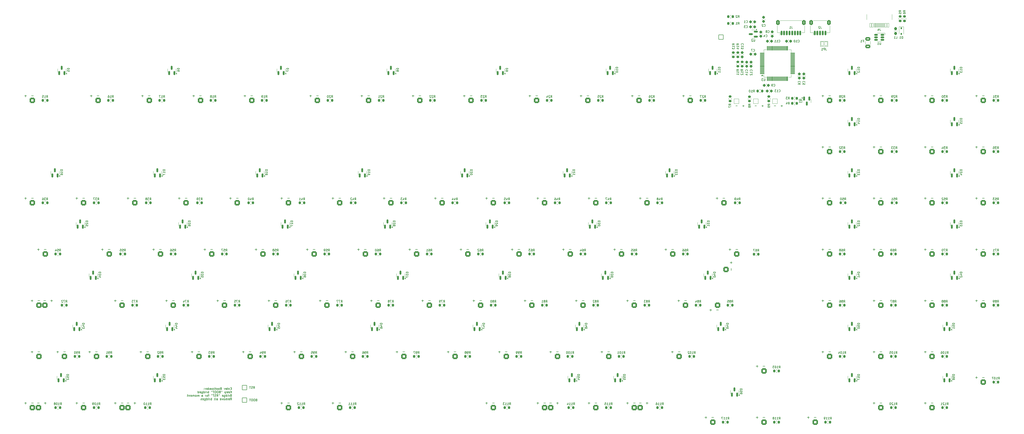
<source format=gbr>
%TF.GenerationSoftware,KiCad,Pcbnew,8.0.5*%
%TF.CreationDate,2024-09-24T18:12:57+02:00*%
%TF.ProjectId,E80-1800-pcb-universal,4538302d-3138-4303-902d-7063622d756e,rev?*%
%TF.SameCoordinates,Original*%
%TF.FileFunction,Legend,Bot*%
%TF.FilePolarity,Positive*%
%FSLAX46Y46*%
G04 Gerber Fmt 4.6, Leading zero omitted, Abs format (unit mm)*
G04 Created by KiCad (PCBNEW 8.0.5) date 2024-09-24 18:12:57*
%MOMM*%
%LPD*%
G01*
G04 APERTURE LIST*
G04 Aperture macros list*
%AMRoundRect*
0 Rectangle with rounded corners*
0 $1 Rounding radius*
0 $2 $3 $4 $5 $6 $7 $8 $9 X,Y pos of 4 corners*
0 Add a 4 corners polygon primitive as box body*
4,1,4,$2,$3,$4,$5,$6,$7,$8,$9,$2,$3,0*
0 Add four circle primitives for the rounded corners*
1,1,$1+$1,$2,$3*
1,1,$1+$1,$4,$5*
1,1,$1+$1,$6,$7*
1,1,$1+$1,$8,$9*
0 Add four rect primitives between the rounded corners*
20,1,$1+$1,$2,$3,$4,$5,0*
20,1,$1+$1,$4,$5,$6,$7,0*
20,1,$1+$1,$6,$7,$8,$9,0*
20,1,$1+$1,$8,$9,$2,$3,0*%
G04 Aperture macros list end*
%ADD10C,0.150000*%
%ADD11C,0.120000*%
%ADD12C,0.700000*%
%ADD13C,0.300000*%
%ADD14C,0.100000*%
%ADD15C,1.850000*%
%ADD16C,4.087800*%
%ADD17C,2.400000*%
%ADD18C,6.100000*%
%ADD19RoundRect,0.050000X-0.900000X-0.900000X0.900000X-0.900000X0.900000X0.900000X-0.900000X0.900000X0*%
%ADD20C,1.900000*%
%ADD21C,4.100000*%
%ADD22RoundRect,0.050000X0.850000X0.850000X-0.850000X0.850000X-0.850000X-0.850000X0.850000X-0.850000X0*%
%ADD23O,1.800000X1.800000*%
%ADD24RoundRect,0.300750X-0.701750X-0.701750X0.701750X-0.701750X0.701750X0.701750X-0.701750X0.701750X0*%
%ADD25C,2.005000*%
%ADD26C,3.148000*%
%ADD27RoundRect,0.300750X-0.701750X0.701750X-0.701750X-0.701750X0.701750X-0.701750X0.701750X0.701750X0*%
%ADD28RoundRect,0.050000X-0.850000X0.850000X-0.850000X-0.850000X0.850000X-0.850000X0.850000X0.850000X0*%
%ADD29RoundRect,0.250000X0.250000X0.275000X-0.250000X0.275000X-0.250000X-0.275000X0.250000X-0.275000X0*%
%ADD30RoundRect,0.225000X-0.225000X-0.300000X0.225000X-0.300000X0.225000X0.300000X-0.225000X0.300000X0*%
%ADD31RoundRect,0.225000X0.300000X-0.225000X0.300000X0.225000X-0.300000X0.225000X-0.300000X-0.225000X0*%
%ADD32RoundRect,0.100000X-0.725000X-0.100000X0.725000X-0.100000X0.725000X0.100000X-0.725000X0.100000X0*%
%ADD33RoundRect,0.100000X-0.100000X-0.725000X0.100000X-0.725000X0.100000X0.725000X-0.100000X0.725000X0*%
%ADD34RoundRect,0.175000X0.175000X-0.612500X0.175000X0.612500X-0.175000X0.612500X-0.175000X-0.612500X0*%
%ADD35RoundRect,0.225000X0.225000X0.300000X-0.225000X0.300000X-0.225000X-0.300000X0.225000X-0.300000X0*%
%ADD36RoundRect,0.175000X0.500000X0.175000X-0.500000X0.175000X-0.500000X-0.175000X0.500000X-0.175000X0*%
%ADD37RoundRect,0.250000X-0.250000X-0.275000X0.250000X-0.275000X0.250000X0.275000X-0.250000X0.275000X0*%
%ADD38C,0.750000*%
%ADD39RoundRect,0.050000X-0.300000X-0.725000X0.300000X-0.725000X0.300000X0.725000X-0.300000X0.725000X0*%
%ADD40RoundRect,0.050000X-0.150000X-0.725000X0.150000X-0.725000X0.150000X0.725000X-0.150000X0.725000X0*%
%ADD41O,1.100000X1.700000*%
%ADD42O,1.100000X2.200000*%
%ADD43RoundRect,0.262500X0.262500X-0.312500X0.262500X0.312500X-0.262500X0.312500X-0.262500X-0.312500X0*%
%ADD44RoundRect,0.250000X0.275000X-0.250000X0.275000X0.250000X-0.275000X0.250000X-0.275000X-0.250000X0*%
%ADD45RoundRect,0.175000X0.612500X0.175000X-0.612500X0.175000X-0.612500X-0.175000X0.612500X-0.175000X0*%
%ADD46RoundRect,0.225000X-0.300000X0.225000X-0.300000X-0.225000X0.300000X-0.225000X0.300000X0.225000X0*%
%ADD47RoundRect,0.175000X-0.175000X0.612500X-0.175000X-0.612500X0.175000X-0.612500X0.175000X0.612500X0*%
%ADD48RoundRect,0.250000X-0.275000X0.250000X-0.275000X-0.250000X0.275000X-0.250000X0.275000X0.250000X0*%
%ADD49RoundRect,0.270000X0.655000X-0.405000X0.655000X0.405000X-0.655000X0.405000X-0.655000X-0.405000X0*%
%ADD50RoundRect,0.050000X0.500000X0.750000X-0.500000X0.750000X-0.500000X-0.750000X0.500000X-0.750000X0*%
%ADD51RoundRect,0.175000X-0.175000X-0.650000X0.175000X-0.650000X0.175000X0.650000X-0.175000X0.650000X0*%
%ADD52RoundRect,0.270833X-0.379167X-0.679167X0.379167X-0.679167X0.379167X0.679167X-0.379167X0.679167X0*%
%ADD53RoundRect,0.137500X-0.137500X0.212500X-0.137500X-0.212500X0.137500X-0.212500X0.137500X0.212500X0*%
G04 APERTURE END LIST*
D10*
X270576753Y-7100258D02*
X269967230Y-7100258D01*
X265972753Y-7100258D02*
X265363230Y-7100258D01*
X265667991Y-6795496D02*
X265667991Y-7405020D01*
X273116753Y-7100258D02*
X272507230Y-7100258D01*
X272811991Y-6795496D02*
X272811991Y-7405020D01*
X84527255Y-116493247D02*
X84412969Y-116531342D01*
X84412969Y-116531342D02*
X84374874Y-116569438D01*
X84374874Y-116569438D02*
X84336778Y-116645628D01*
X84336778Y-116645628D02*
X84336778Y-116759914D01*
X84336778Y-116759914D02*
X84374874Y-116836104D01*
X84374874Y-116836104D02*
X84412969Y-116874200D01*
X84412969Y-116874200D02*
X84489159Y-116912295D01*
X84489159Y-116912295D02*
X84793921Y-116912295D01*
X84793921Y-116912295D02*
X84793921Y-116112295D01*
X84793921Y-116112295D02*
X84527255Y-116112295D01*
X84527255Y-116112295D02*
X84451064Y-116150390D01*
X84451064Y-116150390D02*
X84412969Y-116188485D01*
X84412969Y-116188485D02*
X84374874Y-116264676D01*
X84374874Y-116264676D02*
X84374874Y-116340866D01*
X84374874Y-116340866D02*
X84412969Y-116417057D01*
X84412969Y-116417057D02*
X84451064Y-116455152D01*
X84451064Y-116455152D02*
X84527255Y-116493247D01*
X84527255Y-116493247D02*
X84793921Y-116493247D01*
X83841540Y-116112295D02*
X83689159Y-116112295D01*
X83689159Y-116112295D02*
X83612969Y-116150390D01*
X83612969Y-116150390D02*
X83536778Y-116226580D01*
X83536778Y-116226580D02*
X83498683Y-116378961D01*
X83498683Y-116378961D02*
X83498683Y-116645628D01*
X83498683Y-116645628D02*
X83536778Y-116798009D01*
X83536778Y-116798009D02*
X83612969Y-116874200D01*
X83612969Y-116874200D02*
X83689159Y-116912295D01*
X83689159Y-116912295D02*
X83841540Y-116912295D01*
X83841540Y-116912295D02*
X83917731Y-116874200D01*
X83917731Y-116874200D02*
X83993921Y-116798009D01*
X83993921Y-116798009D02*
X84032017Y-116645628D01*
X84032017Y-116645628D02*
X84032017Y-116378961D01*
X84032017Y-116378961D02*
X83993921Y-116226580D01*
X83993921Y-116226580D02*
X83917731Y-116150390D01*
X83917731Y-116150390D02*
X83841540Y-116112295D01*
X83003445Y-116112295D02*
X82851064Y-116112295D01*
X82851064Y-116112295D02*
X82774874Y-116150390D01*
X82774874Y-116150390D02*
X82698683Y-116226580D01*
X82698683Y-116226580D02*
X82660588Y-116378961D01*
X82660588Y-116378961D02*
X82660588Y-116645628D01*
X82660588Y-116645628D02*
X82698683Y-116798009D01*
X82698683Y-116798009D02*
X82774874Y-116874200D01*
X82774874Y-116874200D02*
X82851064Y-116912295D01*
X82851064Y-116912295D02*
X83003445Y-116912295D01*
X83003445Y-116912295D02*
X83079636Y-116874200D01*
X83079636Y-116874200D02*
X83155826Y-116798009D01*
X83155826Y-116798009D02*
X83193922Y-116645628D01*
X83193922Y-116645628D02*
X83193922Y-116378961D01*
X83193922Y-116378961D02*
X83155826Y-116226580D01*
X83155826Y-116226580D02*
X83079636Y-116150390D01*
X83079636Y-116150390D02*
X83003445Y-116112295D01*
X82432017Y-116112295D02*
X81974874Y-116112295D01*
X82203446Y-116912295D02*
X82203446Y-116112295D01*
X280260753Y-7100258D02*
X279651230Y-7100258D01*
X279955991Y-6795496D02*
X279955991Y-7405020D01*
X263432753Y-7100258D02*
X262823230Y-7100258D01*
X83422493Y-112262295D02*
X83689160Y-111881342D01*
X83879636Y-112262295D02*
X83879636Y-111462295D01*
X83879636Y-111462295D02*
X83574874Y-111462295D01*
X83574874Y-111462295D02*
X83498684Y-111500390D01*
X83498684Y-111500390D02*
X83460589Y-111538485D01*
X83460589Y-111538485D02*
X83422493Y-111614676D01*
X83422493Y-111614676D02*
X83422493Y-111728961D01*
X83422493Y-111728961D02*
X83460589Y-111805152D01*
X83460589Y-111805152D02*
X83498684Y-111843247D01*
X83498684Y-111843247D02*
X83574874Y-111881342D01*
X83574874Y-111881342D02*
X83879636Y-111881342D01*
X83117732Y-112224200D02*
X83003446Y-112262295D01*
X83003446Y-112262295D02*
X82812970Y-112262295D01*
X82812970Y-112262295D02*
X82736779Y-112224200D01*
X82736779Y-112224200D02*
X82698684Y-112186104D01*
X82698684Y-112186104D02*
X82660589Y-112109914D01*
X82660589Y-112109914D02*
X82660589Y-112033723D01*
X82660589Y-112033723D02*
X82698684Y-111957533D01*
X82698684Y-111957533D02*
X82736779Y-111919438D01*
X82736779Y-111919438D02*
X82812970Y-111881342D01*
X82812970Y-111881342D02*
X82965351Y-111843247D01*
X82965351Y-111843247D02*
X83041541Y-111805152D01*
X83041541Y-111805152D02*
X83079636Y-111767057D01*
X83079636Y-111767057D02*
X83117732Y-111690866D01*
X83117732Y-111690866D02*
X83117732Y-111614676D01*
X83117732Y-111614676D02*
X83079636Y-111538485D01*
X83079636Y-111538485D02*
X83041541Y-111500390D01*
X83041541Y-111500390D02*
X82965351Y-111462295D01*
X82965351Y-111462295D02*
X82774874Y-111462295D01*
X82774874Y-111462295D02*
X82660589Y-111500390D01*
X82432017Y-111462295D02*
X81974874Y-111462295D01*
X82203446Y-112262295D02*
X82203446Y-111462295D01*
X277720753Y-7100258D02*
X277111230Y-7100258D01*
X75298229Y-112236315D02*
X75031563Y-112236315D01*
X74917277Y-112655363D02*
X75298229Y-112655363D01*
X75298229Y-112655363D02*
X75298229Y-111855363D01*
X75298229Y-111855363D02*
X74917277Y-111855363D01*
X74574419Y-112122029D02*
X74574419Y-112655363D01*
X74574419Y-112198220D02*
X74536324Y-112160125D01*
X74536324Y-112160125D02*
X74460134Y-112122029D01*
X74460134Y-112122029D02*
X74345848Y-112122029D01*
X74345848Y-112122029D02*
X74269657Y-112160125D01*
X74269657Y-112160125D02*
X74231562Y-112236315D01*
X74231562Y-112236315D02*
X74231562Y-112655363D01*
X73964895Y-112122029D02*
X73660133Y-112122029D01*
X73850609Y-111855363D02*
X73850609Y-112541077D01*
X73850609Y-112541077D02*
X73812514Y-112617268D01*
X73812514Y-112617268D02*
X73736324Y-112655363D01*
X73736324Y-112655363D02*
X73660133Y-112655363D01*
X73088704Y-112617268D02*
X73164895Y-112655363D01*
X73164895Y-112655363D02*
X73317276Y-112655363D01*
X73317276Y-112655363D02*
X73393466Y-112617268D01*
X73393466Y-112617268D02*
X73431562Y-112541077D01*
X73431562Y-112541077D02*
X73431562Y-112236315D01*
X73431562Y-112236315D02*
X73393466Y-112160125D01*
X73393466Y-112160125D02*
X73317276Y-112122029D01*
X73317276Y-112122029D02*
X73164895Y-112122029D01*
X73164895Y-112122029D02*
X73088704Y-112160125D01*
X73088704Y-112160125D02*
X73050609Y-112236315D01*
X73050609Y-112236315D02*
X73050609Y-112312506D01*
X73050609Y-112312506D02*
X73431562Y-112388696D01*
X72707752Y-112655363D02*
X72707752Y-112122029D01*
X72707752Y-112274410D02*
X72669657Y-112198220D01*
X72669657Y-112198220D02*
X72631562Y-112160125D01*
X72631562Y-112160125D02*
X72555371Y-112122029D01*
X72555371Y-112122029D02*
X72479181Y-112122029D01*
X71336324Y-112236315D02*
X71222038Y-112274410D01*
X71222038Y-112274410D02*
X71183943Y-112312506D01*
X71183943Y-112312506D02*
X71145847Y-112388696D01*
X71145847Y-112388696D02*
X71145847Y-112502982D01*
X71145847Y-112502982D02*
X71183943Y-112579172D01*
X71183943Y-112579172D02*
X71222038Y-112617268D01*
X71222038Y-112617268D02*
X71298228Y-112655363D01*
X71298228Y-112655363D02*
X71602990Y-112655363D01*
X71602990Y-112655363D02*
X71602990Y-111855363D01*
X71602990Y-111855363D02*
X71336324Y-111855363D01*
X71336324Y-111855363D02*
X71260133Y-111893458D01*
X71260133Y-111893458D02*
X71222038Y-111931553D01*
X71222038Y-111931553D02*
X71183943Y-112007744D01*
X71183943Y-112007744D02*
X71183943Y-112083934D01*
X71183943Y-112083934D02*
X71222038Y-112160125D01*
X71222038Y-112160125D02*
X71260133Y-112198220D01*
X71260133Y-112198220D02*
X71336324Y-112236315D01*
X71336324Y-112236315D02*
X71602990Y-112236315D01*
X70688705Y-112655363D02*
X70764895Y-112617268D01*
X70764895Y-112617268D02*
X70802990Y-112579172D01*
X70802990Y-112579172D02*
X70841086Y-112502982D01*
X70841086Y-112502982D02*
X70841086Y-112274410D01*
X70841086Y-112274410D02*
X70802990Y-112198220D01*
X70802990Y-112198220D02*
X70764895Y-112160125D01*
X70764895Y-112160125D02*
X70688705Y-112122029D01*
X70688705Y-112122029D02*
X70574419Y-112122029D01*
X70574419Y-112122029D02*
X70498228Y-112160125D01*
X70498228Y-112160125D02*
X70460133Y-112198220D01*
X70460133Y-112198220D02*
X70422038Y-112274410D01*
X70422038Y-112274410D02*
X70422038Y-112502982D01*
X70422038Y-112502982D02*
X70460133Y-112579172D01*
X70460133Y-112579172D02*
X70498228Y-112617268D01*
X70498228Y-112617268D02*
X70574419Y-112655363D01*
X70574419Y-112655363D02*
X70688705Y-112655363D01*
X69964895Y-112655363D02*
X70041085Y-112617268D01*
X70041085Y-112617268D02*
X70079180Y-112579172D01*
X70079180Y-112579172D02*
X70117276Y-112502982D01*
X70117276Y-112502982D02*
X70117276Y-112274410D01*
X70117276Y-112274410D02*
X70079180Y-112198220D01*
X70079180Y-112198220D02*
X70041085Y-112160125D01*
X70041085Y-112160125D02*
X69964895Y-112122029D01*
X69964895Y-112122029D02*
X69850609Y-112122029D01*
X69850609Y-112122029D02*
X69774418Y-112160125D01*
X69774418Y-112160125D02*
X69736323Y-112198220D01*
X69736323Y-112198220D02*
X69698228Y-112274410D01*
X69698228Y-112274410D02*
X69698228Y-112502982D01*
X69698228Y-112502982D02*
X69736323Y-112579172D01*
X69736323Y-112579172D02*
X69774418Y-112617268D01*
X69774418Y-112617268D02*
X69850609Y-112655363D01*
X69850609Y-112655363D02*
X69964895Y-112655363D01*
X69469656Y-112122029D02*
X69164894Y-112122029D01*
X69355370Y-111855363D02*
X69355370Y-112541077D01*
X69355370Y-112541077D02*
X69317275Y-112617268D01*
X69317275Y-112617268D02*
X69241085Y-112655363D01*
X69241085Y-112655363D02*
X69164894Y-112655363D01*
X68783942Y-112655363D02*
X68860132Y-112617268D01*
X68860132Y-112617268D02*
X68898227Y-112541077D01*
X68898227Y-112541077D02*
X68898227Y-111855363D01*
X68364894Y-112655363D02*
X68441084Y-112617268D01*
X68441084Y-112617268D02*
X68479179Y-112579172D01*
X68479179Y-112579172D02*
X68517275Y-112502982D01*
X68517275Y-112502982D02*
X68517275Y-112274410D01*
X68517275Y-112274410D02*
X68479179Y-112198220D01*
X68479179Y-112198220D02*
X68441084Y-112160125D01*
X68441084Y-112160125D02*
X68364894Y-112122029D01*
X68364894Y-112122029D02*
X68250608Y-112122029D01*
X68250608Y-112122029D02*
X68174417Y-112160125D01*
X68174417Y-112160125D02*
X68136322Y-112198220D01*
X68136322Y-112198220D02*
X68098227Y-112274410D01*
X68098227Y-112274410D02*
X68098227Y-112502982D01*
X68098227Y-112502982D02*
X68136322Y-112579172D01*
X68136322Y-112579172D02*
X68174417Y-112617268D01*
X68174417Y-112617268D02*
X68250608Y-112655363D01*
X68250608Y-112655363D02*
X68364894Y-112655363D01*
X67412512Y-112655363D02*
X67412512Y-112236315D01*
X67412512Y-112236315D02*
X67450607Y-112160125D01*
X67450607Y-112160125D02*
X67526798Y-112122029D01*
X67526798Y-112122029D02*
X67679179Y-112122029D01*
X67679179Y-112122029D02*
X67755369Y-112160125D01*
X67412512Y-112617268D02*
X67488703Y-112655363D01*
X67488703Y-112655363D02*
X67679179Y-112655363D01*
X67679179Y-112655363D02*
X67755369Y-112617268D01*
X67755369Y-112617268D02*
X67793465Y-112541077D01*
X67793465Y-112541077D02*
X67793465Y-112464887D01*
X67793465Y-112464887D02*
X67755369Y-112388696D01*
X67755369Y-112388696D02*
X67679179Y-112350601D01*
X67679179Y-112350601D02*
X67488703Y-112350601D01*
X67488703Y-112350601D02*
X67412512Y-112312506D01*
X66688702Y-112655363D02*
X66688702Y-111855363D01*
X66688702Y-112617268D02*
X66764893Y-112655363D01*
X66764893Y-112655363D02*
X66917274Y-112655363D01*
X66917274Y-112655363D02*
X66993464Y-112617268D01*
X66993464Y-112617268D02*
X67031559Y-112579172D01*
X67031559Y-112579172D02*
X67069655Y-112502982D01*
X67069655Y-112502982D02*
X67069655Y-112274410D01*
X67069655Y-112274410D02*
X67031559Y-112198220D01*
X67031559Y-112198220D02*
X66993464Y-112160125D01*
X66993464Y-112160125D02*
X66917274Y-112122029D01*
X66917274Y-112122029D02*
X66764893Y-112122029D01*
X66764893Y-112122029D02*
X66688702Y-112160125D01*
X66002987Y-112617268D02*
X66079178Y-112655363D01*
X66079178Y-112655363D02*
X66231559Y-112655363D01*
X66231559Y-112655363D02*
X66307749Y-112617268D01*
X66307749Y-112617268D02*
X66345845Y-112541077D01*
X66345845Y-112541077D02*
X66345845Y-112236315D01*
X66345845Y-112236315D02*
X66307749Y-112160125D01*
X66307749Y-112160125D02*
X66231559Y-112122029D01*
X66231559Y-112122029D02*
X66079178Y-112122029D01*
X66079178Y-112122029D02*
X66002987Y-112160125D01*
X66002987Y-112160125D02*
X65964892Y-112236315D01*
X65964892Y-112236315D02*
X65964892Y-112312506D01*
X65964892Y-112312506D02*
X66345845Y-112388696D01*
X65622035Y-112655363D02*
X65622035Y-112122029D01*
X65622035Y-112274410D02*
X65583940Y-112198220D01*
X65583940Y-112198220D02*
X65545845Y-112160125D01*
X65545845Y-112160125D02*
X65469654Y-112122029D01*
X65469654Y-112122029D02*
X65393464Y-112122029D01*
X65126797Y-112579172D02*
X65088702Y-112617268D01*
X65088702Y-112617268D02*
X65126797Y-112655363D01*
X65126797Y-112655363D02*
X65164893Y-112617268D01*
X65164893Y-112617268D02*
X65126797Y-112579172D01*
X65126797Y-112579172D02*
X65126797Y-112655363D01*
X65126797Y-112160125D02*
X65088702Y-112198220D01*
X65088702Y-112198220D02*
X65126797Y-112236315D01*
X65126797Y-112236315D02*
X65164893Y-112198220D01*
X65164893Y-112198220D02*
X65126797Y-112160125D01*
X65126797Y-112160125D02*
X65126797Y-112236315D01*
X75298229Y-113943318D02*
X75298229Y-113143318D01*
X74841086Y-113943318D02*
X75183944Y-113486175D01*
X74841086Y-113143318D02*
X75298229Y-113600461D01*
X74193467Y-113905223D02*
X74269658Y-113943318D01*
X74269658Y-113943318D02*
X74422039Y-113943318D01*
X74422039Y-113943318D02*
X74498229Y-113905223D01*
X74498229Y-113905223D02*
X74536325Y-113829032D01*
X74536325Y-113829032D02*
X74536325Y-113524270D01*
X74536325Y-113524270D02*
X74498229Y-113448080D01*
X74498229Y-113448080D02*
X74422039Y-113409984D01*
X74422039Y-113409984D02*
X74269658Y-113409984D01*
X74269658Y-113409984D02*
X74193467Y-113448080D01*
X74193467Y-113448080D02*
X74155372Y-113524270D01*
X74155372Y-113524270D02*
X74155372Y-113600461D01*
X74155372Y-113600461D02*
X74536325Y-113676651D01*
X73507753Y-113905223D02*
X73583944Y-113943318D01*
X73583944Y-113943318D02*
X73736325Y-113943318D01*
X73736325Y-113943318D02*
X73812515Y-113905223D01*
X73812515Y-113905223D02*
X73850611Y-113829032D01*
X73850611Y-113829032D02*
X73850611Y-113524270D01*
X73850611Y-113524270D02*
X73812515Y-113448080D01*
X73812515Y-113448080D02*
X73736325Y-113409984D01*
X73736325Y-113409984D02*
X73583944Y-113409984D01*
X73583944Y-113409984D02*
X73507753Y-113448080D01*
X73507753Y-113448080D02*
X73469658Y-113524270D01*
X73469658Y-113524270D02*
X73469658Y-113600461D01*
X73469658Y-113600461D02*
X73850611Y-113676651D01*
X73126801Y-113409984D02*
X73126801Y-114209984D01*
X73126801Y-113448080D02*
X73050611Y-113409984D01*
X73050611Y-113409984D02*
X72898230Y-113409984D01*
X72898230Y-113409984D02*
X72822039Y-113448080D01*
X72822039Y-113448080D02*
X72783944Y-113486175D01*
X72783944Y-113486175D02*
X72745849Y-113562365D01*
X72745849Y-113562365D02*
X72745849Y-113790937D01*
X72745849Y-113790937D02*
X72783944Y-113867127D01*
X72783944Y-113867127D02*
X72822039Y-113905223D01*
X72822039Y-113905223D02*
X72898230Y-113943318D01*
X72898230Y-113943318D02*
X73050611Y-113943318D01*
X73050611Y-113943318D02*
X73126801Y-113905223D01*
X71831563Y-113143318D02*
X71831563Y-113295699D01*
X71526801Y-113143318D02*
X71526801Y-113295699D01*
X70917277Y-113524270D02*
X70802991Y-113562365D01*
X70802991Y-113562365D02*
X70764896Y-113600461D01*
X70764896Y-113600461D02*
X70726800Y-113676651D01*
X70726800Y-113676651D02*
X70726800Y-113790937D01*
X70726800Y-113790937D02*
X70764896Y-113867127D01*
X70764896Y-113867127D02*
X70802991Y-113905223D01*
X70802991Y-113905223D02*
X70879181Y-113943318D01*
X70879181Y-113943318D02*
X71183943Y-113943318D01*
X71183943Y-113943318D02*
X71183943Y-113143318D01*
X71183943Y-113143318D02*
X70917277Y-113143318D01*
X70917277Y-113143318D02*
X70841086Y-113181413D01*
X70841086Y-113181413D02*
X70802991Y-113219508D01*
X70802991Y-113219508D02*
X70764896Y-113295699D01*
X70764896Y-113295699D02*
X70764896Y-113371889D01*
X70764896Y-113371889D02*
X70802991Y-113448080D01*
X70802991Y-113448080D02*
X70841086Y-113486175D01*
X70841086Y-113486175D02*
X70917277Y-113524270D01*
X70917277Y-113524270D02*
X71183943Y-113524270D01*
X70231562Y-113143318D02*
X70079181Y-113143318D01*
X70079181Y-113143318D02*
X70002991Y-113181413D01*
X70002991Y-113181413D02*
X69926800Y-113257603D01*
X69926800Y-113257603D02*
X69888705Y-113409984D01*
X69888705Y-113409984D02*
X69888705Y-113676651D01*
X69888705Y-113676651D02*
X69926800Y-113829032D01*
X69926800Y-113829032D02*
X70002991Y-113905223D01*
X70002991Y-113905223D02*
X70079181Y-113943318D01*
X70079181Y-113943318D02*
X70231562Y-113943318D01*
X70231562Y-113943318D02*
X70307753Y-113905223D01*
X70307753Y-113905223D02*
X70383943Y-113829032D01*
X70383943Y-113829032D02*
X70422039Y-113676651D01*
X70422039Y-113676651D02*
X70422039Y-113409984D01*
X70422039Y-113409984D02*
X70383943Y-113257603D01*
X70383943Y-113257603D02*
X70307753Y-113181413D01*
X70307753Y-113181413D02*
X70231562Y-113143318D01*
X69393467Y-113143318D02*
X69241086Y-113143318D01*
X69241086Y-113143318D02*
X69164896Y-113181413D01*
X69164896Y-113181413D02*
X69088705Y-113257603D01*
X69088705Y-113257603D02*
X69050610Y-113409984D01*
X69050610Y-113409984D02*
X69050610Y-113676651D01*
X69050610Y-113676651D02*
X69088705Y-113829032D01*
X69088705Y-113829032D02*
X69164896Y-113905223D01*
X69164896Y-113905223D02*
X69241086Y-113943318D01*
X69241086Y-113943318D02*
X69393467Y-113943318D01*
X69393467Y-113943318D02*
X69469658Y-113905223D01*
X69469658Y-113905223D02*
X69545848Y-113829032D01*
X69545848Y-113829032D02*
X69583944Y-113676651D01*
X69583944Y-113676651D02*
X69583944Y-113409984D01*
X69583944Y-113409984D02*
X69545848Y-113257603D01*
X69545848Y-113257603D02*
X69469658Y-113181413D01*
X69469658Y-113181413D02*
X69393467Y-113143318D01*
X68822039Y-113143318D02*
X68364896Y-113143318D01*
X68593468Y-113943318D02*
X68593468Y-113143318D01*
X68136325Y-113143318D02*
X68136325Y-113295699D01*
X67831563Y-113143318D02*
X67831563Y-113295699D01*
X66879181Y-113943318D02*
X66879181Y-113143318D01*
X66879181Y-113448080D02*
X66802991Y-113409984D01*
X66802991Y-113409984D02*
X66650610Y-113409984D01*
X66650610Y-113409984D02*
X66574419Y-113448080D01*
X66574419Y-113448080D02*
X66536324Y-113486175D01*
X66536324Y-113486175D02*
X66498229Y-113562365D01*
X66498229Y-113562365D02*
X66498229Y-113790937D01*
X66498229Y-113790937D02*
X66536324Y-113867127D01*
X66536324Y-113867127D02*
X66574419Y-113905223D01*
X66574419Y-113905223D02*
X66650610Y-113943318D01*
X66650610Y-113943318D02*
X66802991Y-113943318D01*
X66802991Y-113943318D02*
X66879181Y-113905223D01*
X66155371Y-113943318D02*
X66155371Y-113409984D01*
X66155371Y-113562365D02*
X66117276Y-113486175D01*
X66117276Y-113486175D02*
X66079181Y-113448080D01*
X66079181Y-113448080D02*
X66002990Y-113409984D01*
X66002990Y-113409984D02*
X65926800Y-113409984D01*
X65660133Y-113943318D02*
X65660133Y-113409984D01*
X65660133Y-113143318D02*
X65698229Y-113181413D01*
X65698229Y-113181413D02*
X65660133Y-113219508D01*
X65660133Y-113219508D02*
X65622038Y-113181413D01*
X65622038Y-113181413D02*
X65660133Y-113143318D01*
X65660133Y-113143318D02*
X65660133Y-113219508D01*
X64936324Y-113943318D02*
X64936324Y-113143318D01*
X64936324Y-113905223D02*
X65012515Y-113943318D01*
X65012515Y-113943318D02*
X65164896Y-113943318D01*
X65164896Y-113943318D02*
X65241086Y-113905223D01*
X65241086Y-113905223D02*
X65279181Y-113867127D01*
X65279181Y-113867127D02*
X65317277Y-113790937D01*
X65317277Y-113790937D02*
X65317277Y-113562365D01*
X65317277Y-113562365D02*
X65279181Y-113486175D01*
X65279181Y-113486175D02*
X65241086Y-113448080D01*
X65241086Y-113448080D02*
X65164896Y-113409984D01*
X65164896Y-113409984D02*
X65012515Y-113409984D01*
X65012515Y-113409984D02*
X64936324Y-113448080D01*
X64212514Y-113409984D02*
X64212514Y-114057603D01*
X64212514Y-114057603D02*
X64250609Y-114133794D01*
X64250609Y-114133794D02*
X64288705Y-114171889D01*
X64288705Y-114171889D02*
X64364895Y-114209984D01*
X64364895Y-114209984D02*
X64479181Y-114209984D01*
X64479181Y-114209984D02*
X64555371Y-114171889D01*
X64212514Y-113905223D02*
X64288705Y-113943318D01*
X64288705Y-113943318D02*
X64441086Y-113943318D01*
X64441086Y-113943318D02*
X64517276Y-113905223D01*
X64517276Y-113905223D02*
X64555371Y-113867127D01*
X64555371Y-113867127D02*
X64593467Y-113790937D01*
X64593467Y-113790937D02*
X64593467Y-113562365D01*
X64593467Y-113562365D02*
X64555371Y-113486175D01*
X64555371Y-113486175D02*
X64517276Y-113448080D01*
X64517276Y-113448080D02*
X64441086Y-113409984D01*
X64441086Y-113409984D02*
X64288705Y-113409984D01*
X64288705Y-113409984D02*
X64212514Y-113448080D01*
X63526799Y-113905223D02*
X63602990Y-113943318D01*
X63602990Y-113943318D02*
X63755371Y-113943318D01*
X63755371Y-113943318D02*
X63831561Y-113905223D01*
X63831561Y-113905223D02*
X63869657Y-113829032D01*
X63869657Y-113829032D02*
X63869657Y-113524270D01*
X63869657Y-113524270D02*
X63831561Y-113448080D01*
X63831561Y-113448080D02*
X63755371Y-113409984D01*
X63755371Y-113409984D02*
X63602990Y-113409984D01*
X63602990Y-113409984D02*
X63526799Y-113448080D01*
X63526799Y-113448080D02*
X63488704Y-113524270D01*
X63488704Y-113524270D02*
X63488704Y-113600461D01*
X63488704Y-113600461D02*
X63869657Y-113676651D01*
X62802990Y-113943318D02*
X62802990Y-113143318D01*
X62802990Y-113905223D02*
X62879181Y-113943318D01*
X62879181Y-113943318D02*
X63031562Y-113943318D01*
X63031562Y-113943318D02*
X63107752Y-113905223D01*
X63107752Y-113905223D02*
X63145847Y-113867127D01*
X63145847Y-113867127D02*
X63183943Y-113790937D01*
X63183943Y-113790937D02*
X63183943Y-113562365D01*
X63183943Y-113562365D02*
X63145847Y-113486175D01*
X63145847Y-113486175D02*
X63107752Y-113448080D01*
X63107752Y-113448080D02*
X63031562Y-113409984D01*
X63031562Y-113409984D02*
X62879181Y-113409984D01*
X62879181Y-113409984D02*
X62802990Y-113448080D01*
X75031563Y-114812225D02*
X74917277Y-114850320D01*
X74917277Y-114850320D02*
X74879182Y-114888416D01*
X74879182Y-114888416D02*
X74841086Y-114964606D01*
X74841086Y-114964606D02*
X74841086Y-115078892D01*
X74841086Y-115078892D02*
X74879182Y-115155082D01*
X74879182Y-115155082D02*
X74917277Y-115193178D01*
X74917277Y-115193178D02*
X74993467Y-115231273D01*
X74993467Y-115231273D02*
X75298229Y-115231273D01*
X75298229Y-115231273D02*
X75298229Y-114431273D01*
X75298229Y-114431273D02*
X75031563Y-114431273D01*
X75031563Y-114431273D02*
X74955372Y-114469368D01*
X74955372Y-114469368D02*
X74917277Y-114507463D01*
X74917277Y-114507463D02*
X74879182Y-114583654D01*
X74879182Y-114583654D02*
X74879182Y-114659844D01*
X74879182Y-114659844D02*
X74917277Y-114736035D01*
X74917277Y-114736035D02*
X74955372Y-114774130D01*
X74955372Y-114774130D02*
X75031563Y-114812225D01*
X75031563Y-114812225D02*
X75298229Y-114812225D01*
X74498229Y-115231273D02*
X74498229Y-114697939D01*
X74498229Y-114850320D02*
X74460134Y-114774130D01*
X74460134Y-114774130D02*
X74422039Y-114736035D01*
X74422039Y-114736035D02*
X74345848Y-114697939D01*
X74345848Y-114697939D02*
X74269658Y-114697939D01*
X74002991Y-115231273D02*
X74002991Y-114697939D01*
X74002991Y-114431273D02*
X74041087Y-114469368D01*
X74041087Y-114469368D02*
X74002991Y-114507463D01*
X74002991Y-114507463D02*
X73964896Y-114469368D01*
X73964896Y-114469368D02*
X74002991Y-114431273D01*
X74002991Y-114431273D02*
X74002991Y-114507463D01*
X73279182Y-115231273D02*
X73279182Y-114431273D01*
X73279182Y-115193178D02*
X73355373Y-115231273D01*
X73355373Y-115231273D02*
X73507754Y-115231273D01*
X73507754Y-115231273D02*
X73583944Y-115193178D01*
X73583944Y-115193178D02*
X73622039Y-115155082D01*
X73622039Y-115155082D02*
X73660135Y-115078892D01*
X73660135Y-115078892D02*
X73660135Y-114850320D01*
X73660135Y-114850320D02*
X73622039Y-114774130D01*
X73622039Y-114774130D02*
X73583944Y-114736035D01*
X73583944Y-114736035D02*
X73507754Y-114697939D01*
X73507754Y-114697939D02*
X73355373Y-114697939D01*
X73355373Y-114697939D02*
X73279182Y-114736035D01*
X72555372Y-114697939D02*
X72555372Y-115345558D01*
X72555372Y-115345558D02*
X72593467Y-115421749D01*
X72593467Y-115421749D02*
X72631563Y-115459844D01*
X72631563Y-115459844D02*
X72707753Y-115497939D01*
X72707753Y-115497939D02*
X72822039Y-115497939D01*
X72822039Y-115497939D02*
X72898229Y-115459844D01*
X72555372Y-115193178D02*
X72631563Y-115231273D01*
X72631563Y-115231273D02*
X72783944Y-115231273D01*
X72783944Y-115231273D02*
X72860134Y-115193178D01*
X72860134Y-115193178D02*
X72898229Y-115155082D01*
X72898229Y-115155082D02*
X72936325Y-115078892D01*
X72936325Y-115078892D02*
X72936325Y-114850320D01*
X72936325Y-114850320D02*
X72898229Y-114774130D01*
X72898229Y-114774130D02*
X72860134Y-114736035D01*
X72860134Y-114736035D02*
X72783944Y-114697939D01*
X72783944Y-114697939D02*
X72631563Y-114697939D01*
X72631563Y-114697939D02*
X72555372Y-114736035D01*
X71869657Y-115193178D02*
X71945848Y-115231273D01*
X71945848Y-115231273D02*
X72098229Y-115231273D01*
X72098229Y-115231273D02*
X72174419Y-115193178D01*
X72174419Y-115193178D02*
X72212515Y-115116987D01*
X72212515Y-115116987D02*
X72212515Y-114812225D01*
X72212515Y-114812225D02*
X72174419Y-114736035D01*
X72174419Y-114736035D02*
X72098229Y-114697939D01*
X72098229Y-114697939D02*
X71945848Y-114697939D01*
X71945848Y-114697939D02*
X71869657Y-114736035D01*
X71869657Y-114736035D02*
X71831562Y-114812225D01*
X71831562Y-114812225D02*
X71831562Y-114888416D01*
X71831562Y-114888416D02*
X72212515Y-114964606D01*
X70917277Y-114431273D02*
X70917277Y-114583654D01*
X70612515Y-114431273D02*
X70612515Y-114583654D01*
X69812514Y-115231273D02*
X70079181Y-114850320D01*
X70269657Y-115231273D02*
X70269657Y-114431273D01*
X70269657Y-114431273D02*
X69964895Y-114431273D01*
X69964895Y-114431273D02*
X69888705Y-114469368D01*
X69888705Y-114469368D02*
X69850610Y-114507463D01*
X69850610Y-114507463D02*
X69812514Y-114583654D01*
X69812514Y-114583654D02*
X69812514Y-114697939D01*
X69812514Y-114697939D02*
X69850610Y-114774130D01*
X69850610Y-114774130D02*
X69888705Y-114812225D01*
X69888705Y-114812225D02*
X69964895Y-114850320D01*
X69964895Y-114850320D02*
X70269657Y-114850320D01*
X69507753Y-115193178D02*
X69393467Y-115231273D01*
X69393467Y-115231273D02*
X69202991Y-115231273D01*
X69202991Y-115231273D02*
X69126800Y-115193178D01*
X69126800Y-115193178D02*
X69088705Y-115155082D01*
X69088705Y-115155082D02*
X69050610Y-115078892D01*
X69050610Y-115078892D02*
X69050610Y-115002701D01*
X69050610Y-115002701D02*
X69088705Y-114926511D01*
X69088705Y-114926511D02*
X69126800Y-114888416D01*
X69126800Y-114888416D02*
X69202991Y-114850320D01*
X69202991Y-114850320D02*
X69355372Y-114812225D01*
X69355372Y-114812225D02*
X69431562Y-114774130D01*
X69431562Y-114774130D02*
X69469657Y-114736035D01*
X69469657Y-114736035D02*
X69507753Y-114659844D01*
X69507753Y-114659844D02*
X69507753Y-114583654D01*
X69507753Y-114583654D02*
X69469657Y-114507463D01*
X69469657Y-114507463D02*
X69431562Y-114469368D01*
X69431562Y-114469368D02*
X69355372Y-114431273D01*
X69355372Y-114431273D02*
X69164895Y-114431273D01*
X69164895Y-114431273D02*
X69050610Y-114469368D01*
X68822038Y-114431273D02*
X68364895Y-114431273D01*
X68593467Y-115231273D02*
X68593467Y-114431273D01*
X68136324Y-114431273D02*
X68136324Y-114583654D01*
X67831562Y-114431273D02*
X67831562Y-114583654D01*
X66993466Y-114697939D02*
X66688704Y-114697939D01*
X66879180Y-115231273D02*
X66879180Y-114545558D01*
X66879180Y-114545558D02*
X66841085Y-114469368D01*
X66841085Y-114469368D02*
X66764895Y-114431273D01*
X66764895Y-114431273D02*
X66688704Y-114431273D01*
X66307752Y-115231273D02*
X66383942Y-115193178D01*
X66383942Y-115193178D02*
X66422037Y-115155082D01*
X66422037Y-115155082D02*
X66460133Y-115078892D01*
X66460133Y-115078892D02*
X66460133Y-114850320D01*
X66460133Y-114850320D02*
X66422037Y-114774130D01*
X66422037Y-114774130D02*
X66383942Y-114736035D01*
X66383942Y-114736035D02*
X66307752Y-114697939D01*
X66307752Y-114697939D02*
X66193466Y-114697939D01*
X66193466Y-114697939D02*
X66117275Y-114736035D01*
X66117275Y-114736035D02*
X66079180Y-114774130D01*
X66079180Y-114774130D02*
X66041085Y-114850320D01*
X66041085Y-114850320D02*
X66041085Y-115078892D01*
X66041085Y-115078892D02*
X66079180Y-115155082D01*
X66079180Y-115155082D02*
X66117275Y-115193178D01*
X66117275Y-115193178D02*
X66193466Y-115231273D01*
X66193466Y-115231273D02*
X66307752Y-115231273D01*
X65698227Y-115231273D02*
X65698227Y-114697939D01*
X65698227Y-114850320D02*
X65660132Y-114774130D01*
X65660132Y-114774130D02*
X65622037Y-114736035D01*
X65622037Y-114736035D02*
X65545846Y-114697939D01*
X65545846Y-114697939D02*
X65469656Y-114697939D01*
X64250608Y-115231273D02*
X64250608Y-114812225D01*
X64250608Y-114812225D02*
X64288703Y-114736035D01*
X64288703Y-114736035D02*
X64364894Y-114697939D01*
X64364894Y-114697939D02*
X64517275Y-114697939D01*
X64517275Y-114697939D02*
X64593465Y-114736035D01*
X64250608Y-115193178D02*
X64326799Y-115231273D01*
X64326799Y-115231273D02*
X64517275Y-115231273D01*
X64517275Y-115231273D02*
X64593465Y-115193178D01*
X64593465Y-115193178D02*
X64631561Y-115116987D01*
X64631561Y-115116987D02*
X64631561Y-115040797D01*
X64631561Y-115040797D02*
X64593465Y-114964606D01*
X64593465Y-114964606D02*
X64517275Y-114926511D01*
X64517275Y-114926511D02*
X64326799Y-114926511D01*
X64326799Y-114926511D02*
X64250608Y-114888416D01*
X63260131Y-115231273D02*
X63260131Y-114697939D01*
X63260131Y-114774130D02*
X63222036Y-114736035D01*
X63222036Y-114736035D02*
X63145846Y-114697939D01*
X63145846Y-114697939D02*
X63031560Y-114697939D01*
X63031560Y-114697939D02*
X62955369Y-114736035D01*
X62955369Y-114736035D02*
X62917274Y-114812225D01*
X62917274Y-114812225D02*
X62917274Y-115231273D01*
X62917274Y-114812225D02*
X62879179Y-114736035D01*
X62879179Y-114736035D02*
X62802988Y-114697939D01*
X62802988Y-114697939D02*
X62688703Y-114697939D01*
X62688703Y-114697939D02*
X62612512Y-114736035D01*
X62612512Y-114736035D02*
X62574417Y-114812225D01*
X62574417Y-114812225D02*
X62574417Y-115231273D01*
X62079179Y-115231273D02*
X62155369Y-115193178D01*
X62155369Y-115193178D02*
X62193464Y-115155082D01*
X62193464Y-115155082D02*
X62231560Y-115078892D01*
X62231560Y-115078892D02*
X62231560Y-114850320D01*
X62231560Y-114850320D02*
X62193464Y-114774130D01*
X62193464Y-114774130D02*
X62155369Y-114736035D01*
X62155369Y-114736035D02*
X62079179Y-114697939D01*
X62079179Y-114697939D02*
X61964893Y-114697939D01*
X61964893Y-114697939D02*
X61888702Y-114736035D01*
X61888702Y-114736035D02*
X61850607Y-114774130D01*
X61850607Y-114774130D02*
X61812512Y-114850320D01*
X61812512Y-114850320D02*
X61812512Y-115078892D01*
X61812512Y-115078892D02*
X61850607Y-115155082D01*
X61850607Y-115155082D02*
X61888702Y-115193178D01*
X61888702Y-115193178D02*
X61964893Y-115231273D01*
X61964893Y-115231273D02*
X62079179Y-115231273D01*
X61469654Y-115231273D02*
X61469654Y-114697939D01*
X61469654Y-114774130D02*
X61431559Y-114736035D01*
X61431559Y-114736035D02*
X61355369Y-114697939D01*
X61355369Y-114697939D02*
X61241083Y-114697939D01*
X61241083Y-114697939D02*
X61164892Y-114736035D01*
X61164892Y-114736035D02*
X61126797Y-114812225D01*
X61126797Y-114812225D02*
X61126797Y-115231273D01*
X61126797Y-114812225D02*
X61088702Y-114736035D01*
X61088702Y-114736035D02*
X61012511Y-114697939D01*
X61012511Y-114697939D02*
X60898226Y-114697939D01*
X60898226Y-114697939D02*
X60822035Y-114736035D01*
X60822035Y-114736035D02*
X60783940Y-114812225D01*
X60783940Y-114812225D02*
X60783940Y-115231273D01*
X60098225Y-115193178D02*
X60174416Y-115231273D01*
X60174416Y-115231273D02*
X60326797Y-115231273D01*
X60326797Y-115231273D02*
X60402987Y-115193178D01*
X60402987Y-115193178D02*
X60441083Y-115116987D01*
X60441083Y-115116987D02*
X60441083Y-114812225D01*
X60441083Y-114812225D02*
X60402987Y-114736035D01*
X60402987Y-114736035D02*
X60326797Y-114697939D01*
X60326797Y-114697939D02*
X60174416Y-114697939D01*
X60174416Y-114697939D02*
X60098225Y-114736035D01*
X60098225Y-114736035D02*
X60060130Y-114812225D01*
X60060130Y-114812225D02*
X60060130Y-114888416D01*
X60060130Y-114888416D02*
X60441083Y-114964606D01*
X59717273Y-114697939D02*
X59717273Y-115231273D01*
X59717273Y-114774130D02*
X59679178Y-114736035D01*
X59679178Y-114736035D02*
X59602988Y-114697939D01*
X59602988Y-114697939D02*
X59488702Y-114697939D01*
X59488702Y-114697939D02*
X59412511Y-114736035D01*
X59412511Y-114736035D02*
X59374416Y-114812225D01*
X59374416Y-114812225D02*
X59374416Y-115231273D01*
X59107749Y-114697939D02*
X58802987Y-114697939D01*
X58993463Y-114431273D02*
X58993463Y-115116987D01*
X58993463Y-115116987D02*
X58955368Y-115193178D01*
X58955368Y-115193178D02*
X58879178Y-115231273D01*
X58879178Y-115231273D02*
X58802987Y-115231273D01*
X74841086Y-116519228D02*
X75107753Y-116138275D01*
X75298229Y-116519228D02*
X75298229Y-115719228D01*
X75298229Y-115719228D02*
X74993467Y-115719228D01*
X74993467Y-115719228D02*
X74917277Y-115757323D01*
X74917277Y-115757323D02*
X74879182Y-115795418D01*
X74879182Y-115795418D02*
X74841086Y-115871609D01*
X74841086Y-115871609D02*
X74841086Y-115985894D01*
X74841086Y-115985894D02*
X74879182Y-116062085D01*
X74879182Y-116062085D02*
X74917277Y-116100180D01*
X74917277Y-116100180D02*
X74993467Y-116138275D01*
X74993467Y-116138275D02*
X75298229Y-116138275D01*
X74193467Y-116481133D02*
X74269658Y-116519228D01*
X74269658Y-116519228D02*
X74422039Y-116519228D01*
X74422039Y-116519228D02*
X74498229Y-116481133D01*
X74498229Y-116481133D02*
X74536325Y-116404942D01*
X74536325Y-116404942D02*
X74536325Y-116100180D01*
X74536325Y-116100180D02*
X74498229Y-116023990D01*
X74498229Y-116023990D02*
X74422039Y-115985894D01*
X74422039Y-115985894D02*
X74269658Y-115985894D01*
X74269658Y-115985894D02*
X74193467Y-116023990D01*
X74193467Y-116023990D02*
X74155372Y-116100180D01*
X74155372Y-116100180D02*
X74155372Y-116176371D01*
X74155372Y-116176371D02*
X74536325Y-116252561D01*
X73812515Y-116519228D02*
X73812515Y-115985894D01*
X73812515Y-116062085D02*
X73774420Y-116023990D01*
X73774420Y-116023990D02*
X73698230Y-115985894D01*
X73698230Y-115985894D02*
X73583944Y-115985894D01*
X73583944Y-115985894D02*
X73507753Y-116023990D01*
X73507753Y-116023990D02*
X73469658Y-116100180D01*
X73469658Y-116100180D02*
X73469658Y-116519228D01*
X73469658Y-116100180D02*
X73431563Y-116023990D01*
X73431563Y-116023990D02*
X73355372Y-115985894D01*
X73355372Y-115985894D02*
X73241087Y-115985894D01*
X73241087Y-115985894D02*
X73164896Y-116023990D01*
X73164896Y-116023990D02*
X73126801Y-116100180D01*
X73126801Y-116100180D02*
X73126801Y-116519228D01*
X72631563Y-116519228D02*
X72707753Y-116481133D01*
X72707753Y-116481133D02*
X72745848Y-116443037D01*
X72745848Y-116443037D02*
X72783944Y-116366847D01*
X72783944Y-116366847D02*
X72783944Y-116138275D01*
X72783944Y-116138275D02*
X72745848Y-116062085D01*
X72745848Y-116062085D02*
X72707753Y-116023990D01*
X72707753Y-116023990D02*
X72631563Y-115985894D01*
X72631563Y-115985894D02*
X72517277Y-115985894D01*
X72517277Y-115985894D02*
X72441086Y-116023990D01*
X72441086Y-116023990D02*
X72402991Y-116062085D01*
X72402991Y-116062085D02*
X72364896Y-116138275D01*
X72364896Y-116138275D02*
X72364896Y-116366847D01*
X72364896Y-116366847D02*
X72402991Y-116443037D01*
X72402991Y-116443037D02*
X72441086Y-116481133D01*
X72441086Y-116481133D02*
X72517277Y-116519228D01*
X72517277Y-116519228D02*
X72631563Y-116519228D01*
X72098229Y-115985894D02*
X71907753Y-116519228D01*
X71907753Y-116519228D02*
X71717276Y-115985894D01*
X71107752Y-116481133D02*
X71183943Y-116519228D01*
X71183943Y-116519228D02*
X71336324Y-116519228D01*
X71336324Y-116519228D02*
X71412514Y-116481133D01*
X71412514Y-116481133D02*
X71450610Y-116404942D01*
X71450610Y-116404942D02*
X71450610Y-116100180D01*
X71450610Y-116100180D02*
X71412514Y-116023990D01*
X71412514Y-116023990D02*
X71336324Y-115985894D01*
X71336324Y-115985894D02*
X71183943Y-115985894D01*
X71183943Y-115985894D02*
X71107752Y-116023990D01*
X71107752Y-116023990D02*
X71069657Y-116100180D01*
X71069657Y-116100180D02*
X71069657Y-116176371D01*
X71069657Y-116176371D02*
X71450610Y-116252561D01*
X69774419Y-116519228D02*
X69774419Y-116100180D01*
X69774419Y-116100180D02*
X69812514Y-116023990D01*
X69812514Y-116023990D02*
X69888705Y-115985894D01*
X69888705Y-115985894D02*
X70041086Y-115985894D01*
X70041086Y-115985894D02*
X70117276Y-116023990D01*
X69774419Y-116481133D02*
X69850610Y-116519228D01*
X69850610Y-116519228D02*
X70041086Y-116519228D01*
X70041086Y-116519228D02*
X70117276Y-116481133D01*
X70117276Y-116481133D02*
X70155372Y-116404942D01*
X70155372Y-116404942D02*
X70155372Y-116328752D01*
X70155372Y-116328752D02*
X70117276Y-116252561D01*
X70117276Y-116252561D02*
X70041086Y-116214466D01*
X70041086Y-116214466D02*
X69850610Y-116214466D01*
X69850610Y-116214466D02*
X69774419Y-116176371D01*
X69279181Y-116519228D02*
X69355371Y-116481133D01*
X69355371Y-116481133D02*
X69393466Y-116404942D01*
X69393466Y-116404942D02*
X69393466Y-115719228D01*
X68860133Y-116519228D02*
X68936323Y-116481133D01*
X68936323Y-116481133D02*
X68974418Y-116404942D01*
X68974418Y-116404942D02*
X68974418Y-115719228D01*
X67945846Y-116519228D02*
X67945846Y-115719228D01*
X67945846Y-116023990D02*
X67869656Y-115985894D01*
X67869656Y-115985894D02*
X67717275Y-115985894D01*
X67717275Y-115985894D02*
X67641084Y-116023990D01*
X67641084Y-116023990D02*
X67602989Y-116062085D01*
X67602989Y-116062085D02*
X67564894Y-116138275D01*
X67564894Y-116138275D02*
X67564894Y-116366847D01*
X67564894Y-116366847D02*
X67602989Y-116443037D01*
X67602989Y-116443037D02*
X67641084Y-116481133D01*
X67641084Y-116481133D02*
X67717275Y-116519228D01*
X67717275Y-116519228D02*
X67869656Y-116519228D01*
X67869656Y-116519228D02*
X67945846Y-116481133D01*
X67222036Y-116519228D02*
X67222036Y-115985894D01*
X67222036Y-116138275D02*
X67183941Y-116062085D01*
X67183941Y-116062085D02*
X67145846Y-116023990D01*
X67145846Y-116023990D02*
X67069655Y-115985894D01*
X67069655Y-115985894D02*
X66993465Y-115985894D01*
X66726798Y-116519228D02*
X66726798Y-115985894D01*
X66726798Y-115719228D02*
X66764894Y-115757323D01*
X66764894Y-115757323D02*
X66726798Y-115795418D01*
X66726798Y-115795418D02*
X66688703Y-115757323D01*
X66688703Y-115757323D02*
X66726798Y-115719228D01*
X66726798Y-115719228D02*
X66726798Y-115795418D01*
X66002989Y-116519228D02*
X66002989Y-115719228D01*
X66002989Y-116481133D02*
X66079180Y-116519228D01*
X66079180Y-116519228D02*
X66231561Y-116519228D01*
X66231561Y-116519228D02*
X66307751Y-116481133D01*
X66307751Y-116481133D02*
X66345846Y-116443037D01*
X66345846Y-116443037D02*
X66383942Y-116366847D01*
X66383942Y-116366847D02*
X66383942Y-116138275D01*
X66383942Y-116138275D02*
X66345846Y-116062085D01*
X66345846Y-116062085D02*
X66307751Y-116023990D01*
X66307751Y-116023990D02*
X66231561Y-115985894D01*
X66231561Y-115985894D02*
X66079180Y-115985894D01*
X66079180Y-115985894D02*
X66002989Y-116023990D01*
X65279179Y-115985894D02*
X65279179Y-116633513D01*
X65279179Y-116633513D02*
X65317274Y-116709704D01*
X65317274Y-116709704D02*
X65355370Y-116747799D01*
X65355370Y-116747799D02*
X65431560Y-116785894D01*
X65431560Y-116785894D02*
X65545846Y-116785894D01*
X65545846Y-116785894D02*
X65622036Y-116747799D01*
X65279179Y-116481133D02*
X65355370Y-116519228D01*
X65355370Y-116519228D02*
X65507751Y-116519228D01*
X65507751Y-116519228D02*
X65583941Y-116481133D01*
X65583941Y-116481133D02*
X65622036Y-116443037D01*
X65622036Y-116443037D02*
X65660132Y-116366847D01*
X65660132Y-116366847D02*
X65660132Y-116138275D01*
X65660132Y-116138275D02*
X65622036Y-116062085D01*
X65622036Y-116062085D02*
X65583941Y-116023990D01*
X65583941Y-116023990D02*
X65507751Y-115985894D01*
X65507751Y-115985894D02*
X65355370Y-115985894D01*
X65355370Y-115985894D02*
X65279179Y-116023990D01*
X64593464Y-116481133D02*
X64669655Y-116519228D01*
X64669655Y-116519228D02*
X64822036Y-116519228D01*
X64822036Y-116519228D02*
X64898226Y-116481133D01*
X64898226Y-116481133D02*
X64936322Y-116404942D01*
X64936322Y-116404942D02*
X64936322Y-116100180D01*
X64936322Y-116100180D02*
X64898226Y-116023990D01*
X64898226Y-116023990D02*
X64822036Y-115985894D01*
X64822036Y-115985894D02*
X64669655Y-115985894D01*
X64669655Y-115985894D02*
X64593464Y-116023990D01*
X64593464Y-116023990D02*
X64555369Y-116100180D01*
X64555369Y-116100180D02*
X64555369Y-116176371D01*
X64555369Y-116176371D02*
X64936322Y-116252561D01*
X64250608Y-116481133D02*
X64174417Y-116519228D01*
X64174417Y-116519228D02*
X64022036Y-116519228D01*
X64022036Y-116519228D02*
X63945846Y-116481133D01*
X63945846Y-116481133D02*
X63907750Y-116404942D01*
X63907750Y-116404942D02*
X63907750Y-116366847D01*
X63907750Y-116366847D02*
X63945846Y-116290656D01*
X63945846Y-116290656D02*
X64022036Y-116252561D01*
X64022036Y-116252561D02*
X64136322Y-116252561D01*
X64136322Y-116252561D02*
X64212512Y-116214466D01*
X64212512Y-116214466D02*
X64250608Y-116138275D01*
X64250608Y-116138275D02*
X64250608Y-116100180D01*
X64250608Y-116100180D02*
X64212512Y-116023990D01*
X64212512Y-116023990D02*
X64136322Y-115985894D01*
X64136322Y-115985894D02*
X64022036Y-115985894D01*
X64022036Y-115985894D02*
X63945846Y-116023990D01*
X17399048Y-117653866D02*
X18160953Y-117653866D01*
X17780000Y-118034819D02*
X17780000Y-117272914D01*
X19939048Y-117653866D02*
X20700953Y-117653866D01*
X43751548Y-98603866D02*
X44513453Y-98603866D01*
X41211548Y-98603866D02*
X41973453Y-98603866D01*
X41592500Y-98984819D02*
X41592500Y-98222914D01*
X172339048Y-41453866D02*
X173100953Y-41453866D01*
X169799048Y-41453866D02*
X170560953Y-41453866D01*
X170180000Y-41834819D02*
X170180000Y-41072914D01*
X351964938Y-22403866D02*
X352726843Y-22403866D01*
X352345890Y-22784819D02*
X352345890Y-22022914D01*
X354504938Y-22403866D02*
X355266843Y-22403866D01*
X354504938Y-41453866D02*
X355266843Y-41453866D01*
X351964938Y-41453866D02*
X352726843Y-41453866D01*
X352345890Y-41834819D02*
X352345890Y-41072914D01*
X8032798Y-79553866D02*
X8794703Y-79553866D01*
X8413750Y-79934819D02*
X8413750Y-79172914D01*
X5492798Y-79553866D02*
X6254703Y-79553866D01*
X67564048Y-60503866D02*
X68325953Y-60503866D01*
X65024048Y-60503866D02*
X65785953Y-60503866D01*
X65405000Y-60884819D02*
X65405000Y-60122914D01*
X79311548Y-98603866D02*
X80073453Y-98603866D01*
X79692500Y-98984819D02*
X79692500Y-98222914D01*
X81851548Y-98603866D02*
X82613453Y-98603866D01*
X124714048Y-60503866D02*
X125475953Y-60503866D01*
X122174048Y-60503866D02*
X122935953Y-60503866D01*
X122555000Y-60884819D02*
X122555000Y-60122914D01*
X98361548Y-98603866D02*
X99123453Y-98603866D01*
X98742500Y-98984819D02*
X98742500Y-98222914D01*
X100901548Y-98603866D02*
X101663453Y-98603866D01*
X5651548Y-60503866D02*
X6413453Y-60503866D01*
X3111548Y-60503866D02*
X3873453Y-60503866D01*
X3492500Y-60884819D02*
X3492500Y-60122914D01*
X316404938Y-60503866D02*
X317166843Y-60503866D01*
X313864938Y-60503866D02*
X314626843Y-60503866D01*
X314245890Y-60884819D02*
X314245890Y-60122914D01*
X313864938Y-79553866D02*
X314626843Y-79553866D01*
X314245890Y-79934819D02*
X314245890Y-79172914D01*
X316404938Y-79553866D02*
X317166843Y-79553866D01*
X223972643Y-3353866D02*
X224734548Y-3353866D01*
X224353595Y-3734819D02*
X224353595Y-2972914D01*
X226512643Y-3353866D02*
X227274548Y-3353866D01*
X104314762Y-3353866D02*
X105076667Y-3353866D01*
X104695714Y-3734819D02*
X104695714Y-2972914D01*
X106854762Y-3353866D02*
X107616667Y-3353866D01*
X351964938Y-108128866D02*
X352726843Y-108128866D01*
X352345890Y-108509819D02*
X352345890Y-107747914D01*
X354504938Y-108128866D02*
X355266843Y-108128866D01*
X239014048Y-60503866D02*
X239775953Y-60503866D01*
X236474048Y-60503866D02*
X237235953Y-60503866D01*
X236855000Y-60884819D02*
X236855000Y-60122914D01*
X91376548Y-79553866D02*
X92138453Y-79553866D01*
X88836548Y-79553866D02*
X89598453Y-79553866D01*
X89217500Y-79934819D02*
X89217500Y-79172914D01*
X142414762Y-3353866D02*
X143176667Y-3353866D01*
X142795714Y-3734819D02*
X142795714Y-2972914D01*
X144954762Y-3353866D02*
X145716667Y-3353866D01*
X55499048Y-41453866D02*
X56260953Y-41453866D01*
X55880000Y-41834819D02*
X55880000Y-41072914D01*
X58039048Y-41453866D02*
X58800953Y-41453866D01*
X160274048Y-60503866D02*
X161035953Y-60503866D01*
X160655000Y-60884819D02*
X160655000Y-60122914D01*
X162814048Y-60503866D02*
X163575953Y-60503866D01*
X332914938Y-98603866D02*
X333676843Y-98603866D01*
X333295890Y-98984819D02*
X333295890Y-98222914D01*
X335454938Y-98603866D02*
X336216843Y-98603866D01*
X155511548Y-98603866D02*
X156273453Y-98603866D01*
X155892500Y-98984819D02*
X155892500Y-98222914D01*
X158051548Y-98603866D02*
X158813453Y-98603866D01*
X179324048Y-60503866D02*
X180085953Y-60503866D01*
X179705000Y-60884819D02*
X179705000Y-60122914D01*
X181864048Y-60503866D02*
X182625953Y-60503866D01*
X354504938Y-79553866D02*
X355266843Y-79553866D01*
X351964938Y-79553866D02*
X352726843Y-79553866D01*
X352345890Y-79934819D02*
X352345890Y-79172914D01*
X103124048Y-60503866D02*
X103885953Y-60503866D01*
X103505000Y-60884819D02*
X103505000Y-60122914D01*
X105664048Y-60503866D02*
X106425953Y-60503866D01*
X112649048Y-41453866D02*
X113410953Y-41453866D01*
X113030000Y-41834819D02*
X113030000Y-41072914D01*
X115189048Y-41453866D02*
X115950953Y-41453866D01*
X335454938Y-60503866D02*
X336216843Y-60503866D01*
X332914938Y-60503866D02*
X333676843Y-60503866D01*
X333295890Y-60884819D02*
X333295890Y-60122914D01*
X212661548Y-98603866D02*
X213423453Y-98603866D01*
X213042500Y-98984819D02*
X213042500Y-98222914D01*
X215201548Y-98603866D02*
X215963453Y-98603866D01*
X316404938Y-117653866D02*
X317166843Y-117653866D01*
X313864938Y-117653866D02*
X314626843Y-117653866D01*
X314245890Y-118034819D02*
X314245890Y-117272914D01*
X889048Y-117653866D02*
X1650953Y-117653866D01*
X-1650951Y-117653866D02*
X-889047Y-117653866D01*
X-1269999Y-118034819D02*
X-1269999Y-117272914D01*
X261112616Y-68325951D02*
X261112616Y-67564047D01*
X261112616Y-65785951D02*
X261112616Y-65024047D01*
X261493569Y-65404999D02*
X260731664Y-65404999D01*
X196151548Y-98603866D02*
X196913453Y-98603866D01*
X193611548Y-98603866D02*
X194373453Y-98603866D01*
X193992500Y-98984819D02*
X193992500Y-98222914D01*
X196151548Y-117653866D02*
X196913453Y-117653866D01*
X196532500Y-118034819D02*
X196532500Y-117272914D01*
X193611548Y-117653866D02*
X194373453Y-117653866D01*
X117411548Y-98603866D02*
X118173453Y-98603866D01*
X117792500Y-98984819D02*
X117792500Y-98222914D01*
X119951548Y-98603866D02*
X120713453Y-98603866D01*
X93599148Y-117653986D02*
X94361053Y-117653986D01*
X93980100Y-118034939D02*
X93980100Y-117273034D01*
X96139148Y-117653986D02*
X96901053Y-117653986D01*
X297354938Y-60503866D02*
X298116843Y-60503866D01*
X294814938Y-60503866D02*
X295576843Y-60503866D01*
X295195890Y-60884819D02*
X295195890Y-60122914D01*
X125904762Y-3353866D02*
X126666667Y-3353866D01*
X123364762Y-3353866D02*
X124126667Y-3353866D01*
X123745714Y-3734819D02*
X123745714Y-2972914D01*
X217424048Y-60503866D02*
X218185953Y-60503866D01*
X217805000Y-60884819D02*
X217805000Y-60122914D01*
X219964048Y-60503866D02*
X220725953Y-60503866D01*
X207462643Y-3353866D02*
X208224548Y-3353866D01*
X204922643Y-3353866D02*
X205684548Y-3353866D01*
X205303595Y-3734819D02*
X205303595Y-2972914D01*
X169799048Y-117653866D02*
X170560953Y-117653866D01*
X170180000Y-118034819D02*
X170180000Y-117272914D01*
X172339048Y-117653866D02*
X173100953Y-117653866D01*
X29464048Y-60503866D02*
X30225953Y-60503866D01*
X26924048Y-60503866D02*
X27685953Y-60503866D01*
X27305000Y-60884819D02*
X27305000Y-60122914D01*
X335454938Y-22403866D02*
X336216843Y-22403866D01*
X332914938Y-22403866D02*
X333676843Y-22403866D01*
X333295890Y-22784819D02*
X333295890Y-22022914D01*
X5651548Y-117653866D02*
X6413453Y-117653866D01*
X6032500Y-118034819D02*
X6032500Y-117272914D01*
X3111548Y-117653866D02*
X3873453Y-117653866D01*
X243776548Y-79553866D02*
X244538453Y-79553866D01*
X241236548Y-79553866D02*
X241998453Y-79553866D01*
X241617500Y-79934819D02*
X241617500Y-79172914D01*
X224726548Y-79553866D02*
X225488453Y-79553866D01*
X222186548Y-79553866D02*
X222948453Y-79553866D01*
X222567500Y-79934819D02*
X222567500Y-79172914D01*
X188849048Y-117653866D02*
X189610953Y-117653866D01*
X189230000Y-118034819D02*
X189230000Y-117272914D01*
X191389048Y-117653866D02*
X192150953Y-117653866D01*
X112649048Y-117653866D02*
X113410953Y-117653866D01*
X113030000Y-118034819D02*
X113030000Y-117272914D01*
X115189048Y-117653866D02*
X115950953Y-117653866D01*
X167576548Y-79553866D02*
X168338453Y-79553866D01*
X165036548Y-79553866D02*
X165798453Y-79553866D01*
X165417500Y-79934819D02*
X165417500Y-79172914D01*
X270407073Y-103961779D02*
X271168978Y-103961779D01*
X270788025Y-104342732D02*
X270788025Y-103580827D01*
X272947073Y-103961779D02*
X273708978Y-103961779D01*
X332914938Y-117653866D02*
X333676843Y-117653866D01*
X333295890Y-118034819D02*
X333295890Y-117272914D01*
X335454938Y-117653866D02*
X336216843Y-117653866D01*
X207899048Y-41453866D02*
X208660953Y-41453866D01*
X208280000Y-41834819D02*
X208280000Y-41072914D01*
X210439048Y-41453866D02*
X211200953Y-41453866D01*
X351964938Y-60503866D02*
X352726843Y-60503866D01*
X352345890Y-60884819D02*
X352345890Y-60122914D01*
X354504938Y-60503866D02*
X355266843Y-60503866D01*
X297354938Y-22403866D02*
X298116843Y-22403866D01*
X294814938Y-22403866D02*
X295576843Y-22403866D01*
X295195890Y-22784819D02*
X295195890Y-22022914D01*
X79906881Y-3353866D02*
X80668786Y-3353866D01*
X80287833Y-3734819D02*
X80287833Y-2972914D01*
X82446881Y-3353866D02*
X83208786Y-3353866D01*
X3270298Y-79553866D02*
X4032203Y-79553866D01*
X730298Y-79553866D02*
X1492203Y-79553866D01*
X1111250Y-79934819D02*
X1111250Y-79172914D01*
X889048Y-3353866D02*
X1650953Y-3353866D01*
X-1650951Y-3353866D02*
X-889047Y-3353866D01*
X-1269999Y-3734819D02*
X-1269999Y-2972914D01*
X253897073Y-123011779D02*
X254658978Y-123011779D01*
X251357073Y-123011779D02*
X252118978Y-123011779D01*
X251738025Y-123392732D02*
X251738025Y-122630827D01*
X291997073Y-123011779D02*
X292758978Y-123011779D01*
X289457073Y-123011779D02*
X290218978Y-123011779D01*
X289838025Y-123392732D02*
X289838025Y-122630827D01*
X34226548Y-117653866D02*
X34988453Y-117653866D01*
X31686548Y-117653866D02*
X32448453Y-117653866D01*
X32067500Y-118034819D02*
X32067500Y-117272914D01*
X316404938Y-22403866D02*
X317166843Y-22403866D01*
X313864938Y-22403866D02*
X314626843Y-22403866D01*
X314245890Y-22784819D02*
X314245890Y-22022914D01*
X238855298Y-98603866D02*
X239617203Y-98603866D01*
X239236250Y-98984819D02*
X239236250Y-98222914D01*
X241395298Y-98603866D02*
X242157203Y-98603866D01*
X255524048Y-41453866D02*
X256285953Y-41453866D01*
X255905000Y-41834819D02*
X255905000Y-41072914D01*
X258064048Y-41453866D02*
X258825953Y-41453866D01*
X-1650951Y-41453866D02*
X-889047Y-41453866D01*
X-1269999Y-41834819D02*
X-1269999Y-41072914D01*
X889048Y-41453866D02*
X1650953Y-41453866D01*
X129476548Y-79553866D02*
X130238453Y-79553866D01*
X126936548Y-79553866D02*
X127698453Y-79553866D01*
X127317500Y-79934819D02*
X127317500Y-79172914D01*
X134239048Y-41453866D02*
X135000953Y-41453866D01*
X131699048Y-41453866D02*
X132460953Y-41453866D01*
X132080000Y-41834819D02*
X132080000Y-41072914D01*
X200914048Y-60503866D02*
X201675953Y-60503866D01*
X198374048Y-60503866D02*
X199135953Y-60503866D01*
X198755000Y-60884819D02*
X198755000Y-60122914D01*
X335454938Y-41453866D02*
X336216843Y-41453866D01*
X332914938Y-41453866D02*
X333676843Y-41453866D01*
X333295890Y-41834819D02*
X333295890Y-41072914D01*
X205676548Y-79553866D02*
X206438453Y-79553866D01*
X203136548Y-79553866D02*
X203898453Y-79553866D01*
X203517500Y-79934819D02*
X203517500Y-79172914D01*
X143764048Y-60503866D02*
X144525953Y-60503866D01*
X141224048Y-60503866D02*
X141985953Y-60503866D01*
X141605000Y-60884819D02*
X141605000Y-60122914D01*
X313864938Y-98603866D02*
X314626843Y-98603866D01*
X314245890Y-98984819D02*
X314245890Y-98222914D01*
X316404938Y-98603866D02*
X317166843Y-98603866D01*
X297354938Y-41453866D02*
X298116843Y-41453866D01*
X294814938Y-41453866D02*
X295576843Y-41453866D01*
X295195890Y-41834819D02*
X295195890Y-41072914D01*
X36449048Y-117653866D02*
X37210953Y-117653866D01*
X38989048Y-117653866D02*
X39750953Y-117653866D01*
X39370000Y-118034819D02*
X39370000Y-117272914D01*
X184086548Y-79553866D02*
X184848453Y-79553866D01*
X184467500Y-79934819D02*
X184467500Y-79172914D01*
X186626548Y-79553866D02*
X187388453Y-79553866D01*
X730298Y-98603866D02*
X1492203Y-98603866D01*
X1111250Y-98984819D02*
X1111250Y-98222914D01*
X3270298Y-98603866D02*
X4032203Y-98603866D01*
X22161548Y-98603866D02*
X22923453Y-98603866D01*
X22542500Y-98984819D02*
X22542500Y-98222914D01*
X24701548Y-98603866D02*
X25463453Y-98603866D01*
X77089048Y-41453866D02*
X77850953Y-41453866D01*
X74549048Y-41453866D02*
X75310953Y-41453866D01*
X74930000Y-41834819D02*
X74930000Y-41072914D01*
X93599048Y-41453866D02*
X94360953Y-41453866D01*
X93980000Y-41834819D02*
X93980000Y-41072914D01*
X96139048Y-41453866D02*
X96900953Y-41453866D01*
X145986548Y-79553866D02*
X146748453Y-79553866D01*
X146367500Y-79934819D02*
X146367500Y-79172914D01*
X148526548Y-79553866D02*
X149288453Y-79553866D01*
X25296881Y-3353866D02*
X26058786Y-3353866D01*
X22756881Y-3353866D02*
X23518786Y-3353866D01*
X23137833Y-3734819D02*
X23137833Y-2972914D01*
X354504938Y-3353866D02*
X355266843Y-3353866D01*
X351964938Y-3353866D02*
X352726843Y-3353866D01*
X352345890Y-3734819D02*
X352345890Y-2972914D01*
X139001548Y-98603866D02*
X139763453Y-98603866D01*
X136461548Y-98603866D02*
X137223453Y-98603866D01*
X136842500Y-98984819D02*
X136842500Y-98222914D01*
X107886548Y-79553866D02*
X108648453Y-79553866D01*
X108267500Y-79934819D02*
X108267500Y-79172914D01*
X110426548Y-79553866D02*
X111188453Y-79553866D01*
X84074048Y-60503866D02*
X84835953Y-60503866D01*
X84455000Y-60884819D02*
X84455000Y-60122914D01*
X86614048Y-60503866D02*
X87375953Y-60503866D01*
X10255298Y-98603866D02*
X11017203Y-98603866D01*
X10636250Y-98984819D02*
X10636250Y-98222914D01*
X12795298Y-98603866D02*
X13557203Y-98603866D01*
X69786548Y-79553866D02*
X70548453Y-79553866D01*
X70167500Y-79934819D02*
X70167500Y-79172914D01*
X72326548Y-79553866D02*
X73088453Y-79553866D01*
X224726548Y-117653866D02*
X225488453Y-117653866D01*
X222186548Y-117653866D02*
X222948453Y-117653866D01*
X222567500Y-118034819D02*
X222567500Y-117272914D01*
X161464762Y-3353866D02*
X162226667Y-3353866D01*
X161845714Y-3734819D02*
X161845714Y-2972914D01*
X164004762Y-3353866D02*
X164766667Y-3353866D01*
X316404938Y-41453866D02*
X317166843Y-41453866D01*
X313864938Y-41453866D02*
X314626843Y-41453866D01*
X314245890Y-41834819D02*
X314245890Y-41072914D01*
X44346881Y-3353866D02*
X45108786Y-3353866D01*
X41806881Y-3353866D02*
X42568786Y-3353866D01*
X42187833Y-3734819D02*
X42187833Y-2972914D01*
X188849048Y-41453866D02*
X189610953Y-41453866D01*
X189230000Y-41834819D02*
X189230000Y-41072914D01*
X191389048Y-41453866D02*
X192150953Y-41453866D01*
X34226548Y-79553866D02*
X34988453Y-79553866D01*
X31686548Y-79553866D02*
X32448453Y-79553866D01*
X32067500Y-79934819D02*
X32067500Y-79172914D01*
X17399048Y-41453866D02*
X18160953Y-41453866D01*
X17780000Y-41834819D02*
X17780000Y-41072914D01*
X19939048Y-41453866D02*
X20700953Y-41453866D01*
X188412643Y-3353866D02*
X189174548Y-3353866D01*
X185872643Y-3353866D02*
X186634548Y-3353866D01*
X186253595Y-3734819D02*
X186253595Y-2972914D01*
X332914938Y-3353866D02*
X333676843Y-3353866D01*
X333295890Y-3734819D02*
X333295890Y-2972914D01*
X335454938Y-3353866D02*
X336216843Y-3353866D01*
X60261548Y-98603866D02*
X61023453Y-98603866D01*
X60642500Y-98984819D02*
X60642500Y-98222914D01*
X62801548Y-98603866D02*
X63563453Y-98603866D01*
X207899048Y-117653866D02*
X208660953Y-117653866D01*
X208280000Y-118034819D02*
X208280000Y-117272914D01*
X210439048Y-117653866D02*
X211200953Y-117653866D01*
X262826548Y-60503866D02*
X263588453Y-60503866D01*
X260286548Y-60503866D02*
X261048453Y-60503866D01*
X260667500Y-60884819D02*
X260667500Y-60122914D01*
X226949048Y-117653866D02*
X227710953Y-117653866D01*
X229489048Y-117653866D02*
X230250953Y-117653866D01*
X229870000Y-118034819D02*
X229870000Y-117272914D01*
X45974048Y-60503866D02*
X46735953Y-60503866D01*
X46355000Y-60884819D02*
X46355000Y-60122914D01*
X48514048Y-60503866D02*
X49275953Y-60503866D01*
X272947073Y-123011779D02*
X273708978Y-123011779D01*
X270407073Y-123011779D02*
X271168978Y-123011779D01*
X270788025Y-123392732D02*
X270788025Y-122630827D01*
X294814938Y-79553866D02*
X295576843Y-79553866D01*
X295195890Y-79934819D02*
X295195890Y-79172914D01*
X297354938Y-79553866D02*
X298116843Y-79553866D01*
X53276548Y-79553866D02*
X54038453Y-79553866D01*
X50736548Y-79553866D02*
X51498453Y-79553866D01*
X51117500Y-79934819D02*
X51117500Y-79172914D01*
X316404938Y-3353866D02*
X317166843Y-3353866D01*
X313864938Y-3353866D02*
X314626843Y-3353866D01*
X314245890Y-3734819D02*
X314245890Y-2972914D01*
X297354938Y-3353866D02*
X298116843Y-3353866D01*
X294814938Y-3353866D02*
X295576843Y-3353866D01*
X295195890Y-3734819D02*
X295195890Y-2972914D01*
X38989048Y-41453866D02*
X39750953Y-41453866D01*
X36449048Y-41453866D02*
X37210953Y-41453866D01*
X36830000Y-41834819D02*
X36830000Y-41072914D01*
X150749048Y-41453866D02*
X151510953Y-41453866D01*
X151130000Y-41834819D02*
X151130000Y-41072914D01*
X153289048Y-41453866D02*
X154050953Y-41453866D01*
X255682798Y-83031658D02*
X256444703Y-83031658D01*
X253142798Y-83031658D02*
X253904703Y-83031658D01*
X253523750Y-83412611D02*
X253523750Y-82650706D01*
X243022643Y-3353866D02*
X243784548Y-3353866D01*
X243403595Y-3734819D02*
X243403595Y-2972914D01*
X245562643Y-3353866D02*
X246324548Y-3353866D01*
X294814938Y-98603866D02*
X295576843Y-98603866D01*
X295195890Y-98984819D02*
X295195890Y-98222914D01*
X297354938Y-98603866D02*
X298116843Y-98603866D01*
X332914938Y-79553866D02*
X333676843Y-79553866D01*
X333295890Y-79934819D02*
X333295890Y-79172914D01*
X335454938Y-79553866D02*
X336216843Y-79553866D01*
X226949048Y-41453866D02*
X227710953Y-41453866D01*
X227330000Y-41834819D02*
X227330000Y-41072914D01*
X229489048Y-41453866D02*
X230250953Y-41453866D01*
X174561548Y-98603866D02*
X175323453Y-98603866D01*
X174942500Y-98984819D02*
X174942500Y-98222914D01*
X177101548Y-98603866D02*
X177863453Y-98603866D01*
X60856881Y-3353866D02*
X61618786Y-3353866D01*
X61237833Y-3734819D02*
X61237833Y-2972914D01*
X63396881Y-3353866D02*
X64158786Y-3353866D01*
X278800277Y16685395D02*
X278838373Y16647300D01*
X278838373Y16647300D02*
X278952658Y16609204D01*
X278952658Y16609204D02*
X279028849Y16609204D01*
X279028849Y16609204D02*
X279143135Y16647300D01*
X279143135Y16647300D02*
X279219325Y16723490D01*
X279219325Y16723490D02*
X279257420Y16799680D01*
X279257420Y16799680D02*
X279295516Y16952061D01*
X279295516Y16952061D02*
X279295516Y17066347D01*
X279295516Y17066347D02*
X279257420Y17218728D01*
X279257420Y17218728D02*
X279219325Y17294919D01*
X279219325Y17294919D02*
X279143135Y17371109D01*
X279143135Y17371109D02*
X279028849Y17409204D01*
X279028849Y17409204D02*
X278952658Y17409204D01*
X278952658Y17409204D02*
X278838373Y17371109D01*
X278838373Y17371109D02*
X278800277Y17333014D01*
X278038373Y16609204D02*
X278495516Y16609204D01*
X278266944Y16609204D02*
X278266944Y17409204D01*
X278266944Y17409204D02*
X278343135Y17294919D01*
X278343135Y17294919D02*
X278419325Y17218728D01*
X278419325Y17218728D02*
X278495516Y17180633D01*
X277276468Y16609204D02*
X277733611Y16609204D01*
X277505039Y16609204D02*
X277505039Y17409204D01*
X277505039Y17409204D02*
X277581230Y17294919D01*
X277581230Y17294919D02*
X277657420Y17218728D01*
X277657420Y17218728D02*
X277733611Y17180633D01*
X286001675Y16685395D02*
X286039771Y16647300D01*
X286039771Y16647300D02*
X286154056Y16609204D01*
X286154056Y16609204D02*
X286230247Y16609204D01*
X286230247Y16609204D02*
X286344533Y16647300D01*
X286344533Y16647300D02*
X286420723Y16723490D01*
X286420723Y16723490D02*
X286458818Y16799680D01*
X286458818Y16799680D02*
X286496914Y16952061D01*
X286496914Y16952061D02*
X286496914Y17066347D01*
X286496914Y17066347D02*
X286458818Y17218728D01*
X286458818Y17218728D02*
X286420723Y17294919D01*
X286420723Y17294919D02*
X286344533Y17371109D01*
X286344533Y17371109D02*
X286230247Y17409204D01*
X286230247Y17409204D02*
X286154056Y17409204D01*
X286154056Y17409204D02*
X286039771Y17371109D01*
X286039771Y17371109D02*
X286001675Y17333014D01*
X285239771Y16609204D02*
X285696914Y16609204D01*
X285468342Y16609204D02*
X285468342Y17409204D01*
X285468342Y17409204D02*
X285544533Y17294919D01*
X285544533Y17294919D02*
X285620723Y17218728D01*
X285620723Y17218728D02*
X285696914Y17180633D01*
X284744532Y17409204D02*
X284668342Y17409204D01*
X284668342Y17409204D02*
X284592151Y17371109D01*
X284592151Y17371109D02*
X284554056Y17333014D01*
X284554056Y17333014D02*
X284515961Y17256823D01*
X284515961Y17256823D02*
X284477866Y17104442D01*
X284477866Y17104442D02*
X284477866Y16913966D01*
X284477866Y16913966D02*
X284515961Y16761585D01*
X284515961Y16761585D02*
X284554056Y16685395D01*
X284554056Y16685395D02*
X284592151Y16647300D01*
X284592151Y16647300D02*
X284668342Y16609204D01*
X284668342Y16609204D02*
X284744532Y16609204D01*
X284744532Y16609204D02*
X284820723Y16647300D01*
X284820723Y16647300D02*
X284858818Y16685395D01*
X284858818Y16685395D02*
X284896913Y16761585D01*
X284896913Y16761585D02*
X284935009Y16913966D01*
X284935009Y16913966D02*
X284935009Y17104442D01*
X284935009Y17104442D02*
X284896913Y17256823D01*
X284896913Y17256823D02*
X284858818Y17333014D01*
X284858818Y17333014D02*
X284820723Y17371109D01*
X284820723Y17371109D02*
X284744532Y17409204D01*
X282320722Y-4590795D02*
X282587389Y-4209842D01*
X282777865Y-4590795D02*
X282777865Y-3790795D01*
X282777865Y-3790795D02*
X282473103Y-3790795D01*
X282473103Y-3790795D02*
X282396913Y-3828890D01*
X282396913Y-3828890D02*
X282358818Y-3866985D01*
X282358818Y-3866985D02*
X282320722Y-3943176D01*
X282320722Y-3943176D02*
X282320722Y-4057461D01*
X282320722Y-4057461D02*
X282358818Y-4133652D01*
X282358818Y-4133652D02*
X282396913Y-4171747D01*
X282396913Y-4171747D02*
X282473103Y-4209842D01*
X282473103Y-4209842D02*
X282777865Y-4209842D01*
X282054056Y-3790795D02*
X281558818Y-3790795D01*
X281558818Y-3790795D02*
X281825484Y-4095557D01*
X281825484Y-4095557D02*
X281711199Y-4095557D01*
X281711199Y-4095557D02*
X281635008Y-4133652D01*
X281635008Y-4133652D02*
X281596913Y-4171747D01*
X281596913Y-4171747D02*
X281558818Y-4247938D01*
X281558818Y-4247938D02*
X281558818Y-4438414D01*
X281558818Y-4438414D02*
X281596913Y-4514604D01*
X281596913Y-4514604D02*
X281635008Y-4552700D01*
X281635008Y-4552700D02*
X281711199Y-4590795D01*
X281711199Y-4590795D02*
X281939770Y-4590795D01*
X281939770Y-4590795D02*
X282015961Y-4552700D01*
X282015961Y-4552700D02*
X282054056Y-4514604D01*
X269301675Y-1990795D02*
X269568342Y-1609842D01*
X269758818Y-1990795D02*
X269758818Y-1190795D01*
X269758818Y-1190795D02*
X269454056Y-1190795D01*
X269454056Y-1190795D02*
X269377866Y-1228890D01*
X269377866Y-1228890D02*
X269339771Y-1266985D01*
X269339771Y-1266985D02*
X269301675Y-1343176D01*
X269301675Y-1343176D02*
X269301675Y-1457461D01*
X269301675Y-1457461D02*
X269339771Y-1533652D01*
X269339771Y-1533652D02*
X269377866Y-1571747D01*
X269377866Y-1571747D02*
X269454056Y-1609842D01*
X269454056Y-1609842D02*
X269758818Y-1609842D01*
X268539771Y-1990795D02*
X268996914Y-1990795D01*
X268768342Y-1990795D02*
X268768342Y-1190795D01*
X268768342Y-1190795D02*
X268844533Y-1305080D01*
X268844533Y-1305080D02*
X268920723Y-1381271D01*
X268920723Y-1381271D02*
X268996914Y-1419366D01*
X268044532Y-1190795D02*
X267968342Y-1190795D01*
X267968342Y-1190795D02*
X267892151Y-1228890D01*
X267892151Y-1228890D02*
X267854056Y-1266985D01*
X267854056Y-1266985D02*
X267815961Y-1343176D01*
X267815961Y-1343176D02*
X267777866Y-1495557D01*
X267777866Y-1495557D02*
X267777866Y-1686033D01*
X267777866Y-1686033D02*
X267815961Y-1838414D01*
X267815961Y-1838414D02*
X267854056Y-1914604D01*
X267854056Y-1914604D02*
X267892151Y-1952700D01*
X267892151Y-1952700D02*
X267968342Y-1990795D01*
X267968342Y-1990795D02*
X268044532Y-1990795D01*
X268044532Y-1990795D02*
X268120723Y-1952700D01*
X268120723Y-1952700D02*
X268158818Y-1914604D01*
X268158818Y-1914604D02*
X268196913Y-1838414D01*
X268196913Y-1838414D02*
X268235009Y-1686033D01*
X268235009Y-1686033D02*
X268235009Y-1495557D01*
X268235009Y-1495557D02*
X268196913Y-1343176D01*
X268196913Y-1343176D02*
X268158818Y-1266985D01*
X268158818Y-1266985D02*
X268120723Y-1228890D01*
X268120723Y-1228890D02*
X268044532Y-1190795D01*
X265549685Y5985785D02*
X265168732Y6252452D01*
X265549685Y6442928D02*
X264749685Y6442928D01*
X264749685Y6442928D02*
X264749685Y6138166D01*
X264749685Y6138166D02*
X264787780Y6061976D01*
X264787780Y6061976D02*
X264825875Y6023881D01*
X264825875Y6023881D02*
X264902066Y5985785D01*
X264902066Y5985785D02*
X265016351Y5985785D01*
X265016351Y5985785D02*
X265092542Y6023881D01*
X265092542Y6023881D02*
X265130637Y6061976D01*
X265130637Y6061976D02*
X265168732Y6138166D01*
X265168732Y6138166D02*
X265168732Y6442928D01*
X265549685Y5223881D02*
X265549685Y5681024D01*
X265549685Y5452452D02*
X264749685Y5452452D01*
X264749685Y5452452D02*
X264863970Y5528643D01*
X264863970Y5528643D02*
X264940161Y5604833D01*
X264940161Y5604833D02*
X264978256Y5681024D01*
X264825875Y4919119D02*
X264787780Y4881023D01*
X264787780Y4881023D02*
X264749685Y4804833D01*
X264749685Y4804833D02*
X264749685Y4614357D01*
X264749685Y4614357D02*
X264787780Y4538166D01*
X264787780Y4538166D02*
X264825875Y4500071D01*
X264825875Y4500071D02*
X264902066Y4461976D01*
X264902066Y4461976D02*
X264978256Y4461976D01*
X264978256Y4461976D02*
X265092542Y4500071D01*
X265092542Y4500071D02*
X265549685Y4957214D01*
X265549685Y4957214D02*
X265549685Y4461976D01*
X273765515Y3079912D02*
X273765515Y2432293D01*
X273765515Y2432293D02*
X273727420Y2356103D01*
X273727420Y2356103D02*
X273689325Y2318008D01*
X273689325Y2318008D02*
X273613134Y2279912D01*
X273613134Y2279912D02*
X273460753Y2279912D01*
X273460753Y2279912D02*
X273384563Y2318008D01*
X273384563Y2318008D02*
X273346468Y2356103D01*
X273346468Y2356103D02*
X273308372Y2432293D01*
X273308372Y2432293D02*
X273308372Y3079912D01*
X273003611Y3079912D02*
X272508373Y3079912D01*
X272508373Y3079912D02*
X272775039Y2775150D01*
X272775039Y2775150D02*
X272660754Y2775150D01*
X272660754Y2775150D02*
X272584563Y2737055D01*
X272584563Y2737055D02*
X272546468Y2698960D01*
X272546468Y2698960D02*
X272508373Y2622769D01*
X272508373Y2622769D02*
X272508373Y2432293D01*
X272508373Y2432293D02*
X272546468Y2356103D01*
X272546468Y2356103D02*
X272584563Y2318008D01*
X272584563Y2318008D02*
X272660754Y2279912D01*
X272660754Y2279912D02*
X272889325Y2279912D01*
X272889325Y2279912D02*
X272965516Y2318008D01*
X272965516Y2318008D02*
X273003611Y2356103D01*
X15058287Y6932683D02*
X14258287Y6932683D01*
X14258287Y6932683D02*
X14258287Y6742207D01*
X14258287Y6742207D02*
X14296382Y6627921D01*
X14296382Y6627921D02*
X14372572Y6551731D01*
X14372572Y6551731D02*
X14448763Y6513636D01*
X14448763Y6513636D02*
X14601144Y6475540D01*
X14601144Y6475540D02*
X14715430Y6475540D01*
X14715430Y6475540D02*
X14867811Y6513636D01*
X14867811Y6513636D02*
X14944001Y6551731D01*
X14944001Y6551731D02*
X15020192Y6627921D01*
X15020192Y6627921D02*
X15058287Y6742207D01*
X15058287Y6742207D02*
X15058287Y6932683D01*
X14258287Y5751731D02*
X14258287Y6132683D01*
X14258287Y6132683D02*
X14639239Y6170779D01*
X14639239Y6170779D02*
X14601144Y6132683D01*
X14601144Y6132683D02*
X14563049Y6056493D01*
X14563049Y6056493D02*
X14563049Y5866017D01*
X14563049Y5866017D02*
X14601144Y5789826D01*
X14601144Y5789826D02*
X14639239Y5751731D01*
X14639239Y5751731D02*
X14715430Y5713636D01*
X14715430Y5713636D02*
X14905906Y5713636D01*
X14905906Y5713636D02*
X14982096Y5751731D01*
X14982096Y5751731D02*
X15020192Y5789826D01*
X15020192Y5789826D02*
X15058287Y5866017D01*
X15058287Y5866017D02*
X15058287Y6056493D01*
X15058287Y6056493D02*
X15020192Y6132683D01*
X15020192Y6132683D02*
X14982096Y6170779D01*
X55952287Y6932683D02*
X55152287Y6932683D01*
X55152287Y6932683D02*
X55152287Y6742207D01*
X55152287Y6742207D02*
X55190382Y6627921D01*
X55190382Y6627921D02*
X55266572Y6551731D01*
X55266572Y6551731D02*
X55342763Y6513636D01*
X55342763Y6513636D02*
X55495144Y6475540D01*
X55495144Y6475540D02*
X55609430Y6475540D01*
X55609430Y6475540D02*
X55761811Y6513636D01*
X55761811Y6513636D02*
X55838001Y6551731D01*
X55838001Y6551731D02*
X55914192Y6627921D01*
X55914192Y6627921D02*
X55952287Y6742207D01*
X55952287Y6742207D02*
X55952287Y6932683D01*
X55152287Y5789826D02*
X55152287Y5942207D01*
X55152287Y5942207D02*
X55190382Y6018398D01*
X55190382Y6018398D02*
X55228477Y6056493D01*
X55228477Y6056493D02*
X55342763Y6132683D01*
X55342763Y6132683D02*
X55495144Y6170779D01*
X55495144Y6170779D02*
X55799906Y6170779D01*
X55799906Y6170779D02*
X55876096Y6132683D01*
X55876096Y6132683D02*
X55914192Y6094588D01*
X55914192Y6094588D02*
X55952287Y6018398D01*
X55952287Y6018398D02*
X55952287Y5866017D01*
X55952287Y5866017D02*
X55914192Y5789826D01*
X55914192Y5789826D02*
X55876096Y5751731D01*
X55876096Y5751731D02*
X55799906Y5713636D01*
X55799906Y5713636D02*
X55609430Y5713636D01*
X55609430Y5713636D02*
X55533239Y5751731D01*
X55533239Y5751731D02*
X55495144Y5789826D01*
X55495144Y5789826D02*
X55457049Y5866017D01*
X55457049Y5866017D02*
X55457049Y6018398D01*
X55457049Y6018398D02*
X55495144Y6094588D01*
X55495144Y6094588D02*
X55533239Y6132683D01*
X55533239Y6132683D02*
X55609430Y6170779D01*
X137486287Y6932683D02*
X136686287Y6932683D01*
X136686287Y6932683D02*
X136686287Y6742207D01*
X136686287Y6742207D02*
X136724382Y6627921D01*
X136724382Y6627921D02*
X136800572Y6551731D01*
X136800572Y6551731D02*
X136876763Y6513636D01*
X136876763Y6513636D02*
X137029144Y6475540D01*
X137029144Y6475540D02*
X137143430Y6475540D01*
X137143430Y6475540D02*
X137295811Y6513636D01*
X137295811Y6513636D02*
X137372001Y6551731D01*
X137372001Y6551731D02*
X137448192Y6627921D01*
X137448192Y6627921D02*
X137486287Y6742207D01*
X137486287Y6742207D02*
X137486287Y6932683D01*
X137029144Y6018398D02*
X136991049Y6094588D01*
X136991049Y6094588D02*
X136952953Y6132683D01*
X136952953Y6132683D02*
X136876763Y6170779D01*
X136876763Y6170779D02*
X136838668Y6170779D01*
X136838668Y6170779D02*
X136762477Y6132683D01*
X136762477Y6132683D02*
X136724382Y6094588D01*
X136724382Y6094588D02*
X136686287Y6018398D01*
X136686287Y6018398D02*
X136686287Y5866017D01*
X136686287Y5866017D02*
X136724382Y5789826D01*
X136724382Y5789826D02*
X136762477Y5751731D01*
X136762477Y5751731D02*
X136838668Y5713636D01*
X136838668Y5713636D02*
X136876763Y5713636D01*
X136876763Y5713636D02*
X136952953Y5751731D01*
X136952953Y5751731D02*
X136991049Y5789826D01*
X136991049Y5789826D02*
X137029144Y5866017D01*
X137029144Y5866017D02*
X137029144Y6018398D01*
X137029144Y6018398D02*
X137067239Y6094588D01*
X137067239Y6094588D02*
X137105334Y6132683D01*
X137105334Y6132683D02*
X137181525Y6170779D01*
X137181525Y6170779D02*
X137333906Y6170779D01*
X137333906Y6170779D02*
X137410096Y6132683D01*
X137410096Y6132683D02*
X137448192Y6094588D01*
X137448192Y6094588D02*
X137486287Y6018398D01*
X137486287Y6018398D02*
X137486287Y5866017D01*
X137486287Y5866017D02*
X137448192Y5789826D01*
X137448192Y5789826D02*
X137410096Y5751731D01*
X137410096Y5751731D02*
X137333906Y5713636D01*
X137333906Y5713636D02*
X137181525Y5713636D01*
X137181525Y5713636D02*
X137105334Y5751731D01*
X137105334Y5751731D02*
X137067239Y5789826D01*
X137067239Y5789826D02*
X137029144Y5866017D01*
X178126287Y6932683D02*
X177326287Y6932683D01*
X177326287Y6932683D02*
X177326287Y6742207D01*
X177326287Y6742207D02*
X177364382Y6627921D01*
X177364382Y6627921D02*
X177440572Y6551731D01*
X177440572Y6551731D02*
X177516763Y6513636D01*
X177516763Y6513636D02*
X177669144Y6475540D01*
X177669144Y6475540D02*
X177783430Y6475540D01*
X177783430Y6475540D02*
X177935811Y6513636D01*
X177935811Y6513636D02*
X178012001Y6551731D01*
X178012001Y6551731D02*
X178088192Y6627921D01*
X178088192Y6627921D02*
X178126287Y6742207D01*
X178126287Y6742207D02*
X178126287Y6932683D01*
X178126287Y6094588D02*
X178126287Y5942207D01*
X178126287Y5942207D02*
X178088192Y5866017D01*
X178088192Y5866017D02*
X178050096Y5827921D01*
X178050096Y5827921D02*
X177935811Y5751731D01*
X177935811Y5751731D02*
X177783430Y5713636D01*
X177783430Y5713636D02*
X177478668Y5713636D01*
X177478668Y5713636D02*
X177402477Y5751731D01*
X177402477Y5751731D02*
X177364382Y5789826D01*
X177364382Y5789826D02*
X177326287Y5866017D01*
X177326287Y5866017D02*
X177326287Y6018398D01*
X177326287Y6018398D02*
X177364382Y6094588D01*
X177364382Y6094588D02*
X177402477Y6132683D01*
X177402477Y6132683D02*
X177478668Y6170779D01*
X177478668Y6170779D02*
X177669144Y6170779D01*
X177669144Y6170779D02*
X177745334Y6132683D01*
X177745334Y6132683D02*
X177783430Y6094588D01*
X177783430Y6094588D02*
X177821525Y6018398D01*
X177821525Y6018398D02*
X177821525Y5866017D01*
X177821525Y5866017D02*
X177783430Y5789826D01*
X177783430Y5789826D02*
X177745334Y5751731D01*
X177745334Y5751731D02*
X177669144Y5713636D01*
X219020287Y7313636D02*
X218220287Y7313636D01*
X218220287Y7313636D02*
X218220287Y7123160D01*
X218220287Y7123160D02*
X218258382Y7008874D01*
X218258382Y7008874D02*
X218334572Y6932684D01*
X218334572Y6932684D02*
X218410763Y6894589D01*
X218410763Y6894589D02*
X218563144Y6856493D01*
X218563144Y6856493D02*
X218677430Y6856493D01*
X218677430Y6856493D02*
X218829811Y6894589D01*
X218829811Y6894589D02*
X218906001Y6932684D01*
X218906001Y6932684D02*
X218982192Y7008874D01*
X218982192Y7008874D02*
X219020287Y7123160D01*
X219020287Y7123160D02*
X219020287Y7313636D01*
X219020287Y6094589D02*
X219020287Y6551732D01*
X219020287Y6323160D02*
X218220287Y6323160D01*
X218220287Y6323160D02*
X218334572Y6399351D01*
X218334572Y6399351D02*
X218410763Y6475541D01*
X218410763Y6475541D02*
X218448858Y6551732D01*
X218220287Y5599350D02*
X218220287Y5523160D01*
X218220287Y5523160D02*
X218258382Y5446969D01*
X218258382Y5446969D02*
X218296477Y5408874D01*
X218296477Y5408874D02*
X218372668Y5370779D01*
X218372668Y5370779D02*
X218525049Y5332684D01*
X218525049Y5332684D02*
X218715525Y5332684D01*
X218715525Y5332684D02*
X218867906Y5370779D01*
X218867906Y5370779D02*
X218944096Y5408874D01*
X218944096Y5408874D02*
X218982192Y5446969D01*
X218982192Y5446969D02*
X219020287Y5523160D01*
X219020287Y5523160D02*
X219020287Y5599350D01*
X219020287Y5599350D02*
X218982192Y5675541D01*
X218982192Y5675541D02*
X218944096Y5713636D01*
X218944096Y5713636D02*
X218867906Y5751731D01*
X218867906Y5751731D02*
X218715525Y5789827D01*
X218715525Y5789827D02*
X218525049Y5789827D01*
X218525049Y5789827D02*
X218372668Y5751731D01*
X218372668Y5751731D02*
X218296477Y5713636D01*
X218296477Y5713636D02*
X218258382Y5675541D01*
X218258382Y5675541D02*
X218220287Y5599350D01*
X257120287Y7313636D02*
X256320287Y7313636D01*
X256320287Y7313636D02*
X256320287Y7123160D01*
X256320287Y7123160D02*
X256358382Y7008874D01*
X256358382Y7008874D02*
X256434572Y6932684D01*
X256434572Y6932684D02*
X256510763Y6894589D01*
X256510763Y6894589D02*
X256663144Y6856493D01*
X256663144Y6856493D02*
X256777430Y6856493D01*
X256777430Y6856493D02*
X256929811Y6894589D01*
X256929811Y6894589D02*
X257006001Y6932684D01*
X257006001Y6932684D02*
X257082192Y7008874D01*
X257082192Y7008874D02*
X257120287Y7123160D01*
X257120287Y7123160D02*
X257120287Y7313636D01*
X257120287Y6094589D02*
X257120287Y6551732D01*
X257120287Y6323160D02*
X256320287Y6323160D01*
X256320287Y6323160D02*
X256434572Y6399351D01*
X256434572Y6399351D02*
X256510763Y6475541D01*
X256510763Y6475541D02*
X256548858Y6551732D01*
X257120287Y5332684D02*
X257120287Y5789827D01*
X257120287Y5561255D02*
X256320287Y5561255D01*
X256320287Y5561255D02*
X256434572Y5637446D01*
X256434572Y5637446D02*
X256510763Y5713636D01*
X256510763Y5713636D02*
X256548858Y5789827D01*
X347036287Y7313636D02*
X346236287Y7313636D01*
X346236287Y7313636D02*
X346236287Y7123160D01*
X346236287Y7123160D02*
X346274382Y7008874D01*
X346274382Y7008874D02*
X346350572Y6932684D01*
X346350572Y6932684D02*
X346426763Y6894589D01*
X346426763Y6894589D02*
X346579144Y6856493D01*
X346579144Y6856493D02*
X346693430Y6856493D01*
X346693430Y6856493D02*
X346845811Y6894589D01*
X346845811Y6894589D02*
X346922001Y6932684D01*
X346922001Y6932684D02*
X346998192Y7008874D01*
X346998192Y7008874D02*
X347036287Y7123160D01*
X347036287Y7123160D02*
X347036287Y7313636D01*
X347036287Y6094589D02*
X347036287Y6551732D01*
X347036287Y6323160D02*
X346236287Y6323160D01*
X346236287Y6323160D02*
X346350572Y6399351D01*
X346350572Y6399351D02*
X346426763Y6475541D01*
X346426763Y6475541D02*
X346464858Y6551732D01*
X346236287Y5827922D02*
X346236287Y5332684D01*
X346236287Y5332684D02*
X346541049Y5599350D01*
X346541049Y5599350D02*
X346541049Y5485065D01*
X346541049Y5485065D02*
X346579144Y5408874D01*
X346579144Y5408874D02*
X346617239Y5370779D01*
X346617239Y5370779D02*
X346693430Y5332684D01*
X346693430Y5332684D02*
X346883906Y5332684D01*
X346883906Y5332684D02*
X346960096Y5370779D01*
X346960096Y5370779D02*
X346998192Y5408874D01*
X346998192Y5408874D02*
X347036287Y5485065D01*
X347036287Y5485065D02*
X347036287Y5713636D01*
X347036287Y5713636D02*
X346998192Y5789827D01*
X346998192Y5789827D02*
X346960096Y5827922D01*
X96592287Y6932683D02*
X95792287Y6932683D01*
X95792287Y6932683D02*
X95792287Y6742207D01*
X95792287Y6742207D02*
X95830382Y6627921D01*
X95830382Y6627921D02*
X95906572Y6551731D01*
X95906572Y6551731D02*
X95982763Y6513636D01*
X95982763Y6513636D02*
X96135144Y6475540D01*
X96135144Y6475540D02*
X96249430Y6475540D01*
X96249430Y6475540D02*
X96401811Y6513636D01*
X96401811Y6513636D02*
X96478001Y6551731D01*
X96478001Y6551731D02*
X96554192Y6627921D01*
X96554192Y6627921D02*
X96592287Y6742207D01*
X96592287Y6742207D02*
X96592287Y6932683D01*
X95792287Y6208874D02*
X95792287Y5675540D01*
X95792287Y5675540D02*
X96592287Y6018398D01*
X308936287Y7313636D02*
X308136287Y7313636D01*
X308136287Y7313636D02*
X308136287Y7123160D01*
X308136287Y7123160D02*
X308174382Y7008874D01*
X308174382Y7008874D02*
X308250572Y6932684D01*
X308250572Y6932684D02*
X308326763Y6894589D01*
X308326763Y6894589D02*
X308479144Y6856493D01*
X308479144Y6856493D02*
X308593430Y6856493D01*
X308593430Y6856493D02*
X308745811Y6894589D01*
X308745811Y6894589D02*
X308822001Y6932684D01*
X308822001Y6932684D02*
X308898192Y7008874D01*
X308898192Y7008874D02*
X308936287Y7123160D01*
X308936287Y7123160D02*
X308936287Y7313636D01*
X308936287Y6094589D02*
X308936287Y6551732D01*
X308936287Y6323160D02*
X308136287Y6323160D01*
X308136287Y6323160D02*
X308250572Y6399351D01*
X308250572Y6399351D02*
X308326763Y6475541D01*
X308326763Y6475541D02*
X308364858Y6551732D01*
X308212477Y5789827D02*
X308174382Y5751731D01*
X308174382Y5751731D02*
X308136287Y5675541D01*
X308136287Y5675541D02*
X308136287Y5485065D01*
X308136287Y5485065D02*
X308174382Y5408874D01*
X308174382Y5408874D02*
X308212477Y5370779D01*
X308212477Y5370779D02*
X308288668Y5332684D01*
X308288668Y5332684D02*
X308364858Y5332684D01*
X308364858Y5332684D02*
X308479144Y5370779D01*
X308479144Y5370779D02*
X308936287Y5827922D01*
X308936287Y5827922D02*
X308936287Y5332684D01*
X308936287Y-11736363D02*
X308136287Y-11736363D01*
X308136287Y-11736363D02*
X308136287Y-11926839D01*
X308136287Y-11926839D02*
X308174382Y-12041125D01*
X308174382Y-12041125D02*
X308250572Y-12117315D01*
X308250572Y-12117315D02*
X308326763Y-12155410D01*
X308326763Y-12155410D02*
X308479144Y-12193506D01*
X308479144Y-12193506D02*
X308593430Y-12193506D01*
X308593430Y-12193506D02*
X308745811Y-12155410D01*
X308745811Y-12155410D02*
X308822001Y-12117315D01*
X308822001Y-12117315D02*
X308898192Y-12041125D01*
X308898192Y-12041125D02*
X308936287Y-11926839D01*
X308936287Y-11926839D02*
X308936287Y-11736363D01*
X308936287Y-12955410D02*
X308936287Y-12498267D01*
X308936287Y-12726839D02*
X308136287Y-12726839D01*
X308136287Y-12726839D02*
X308250572Y-12650648D01*
X308250572Y-12650648D02*
X308326763Y-12574458D01*
X308326763Y-12574458D02*
X308364858Y-12498267D01*
X308402953Y-13641125D02*
X308936287Y-13641125D01*
X308098192Y-13450649D02*
X308669620Y-13260172D01*
X308669620Y-13260172D02*
X308669620Y-13755411D01*
X347036287Y-11736363D02*
X346236287Y-11736363D01*
X346236287Y-11736363D02*
X346236287Y-11926839D01*
X346236287Y-11926839D02*
X346274382Y-12041125D01*
X346274382Y-12041125D02*
X346350572Y-12117315D01*
X346350572Y-12117315D02*
X346426763Y-12155410D01*
X346426763Y-12155410D02*
X346579144Y-12193506D01*
X346579144Y-12193506D02*
X346693430Y-12193506D01*
X346693430Y-12193506D02*
X346845811Y-12155410D01*
X346845811Y-12155410D02*
X346922001Y-12117315D01*
X346922001Y-12117315D02*
X346998192Y-12041125D01*
X346998192Y-12041125D02*
X347036287Y-11926839D01*
X347036287Y-11926839D02*
X347036287Y-11736363D01*
X347036287Y-12955410D02*
X347036287Y-12498267D01*
X347036287Y-12726839D02*
X346236287Y-12726839D01*
X346236287Y-12726839D02*
X346350572Y-12650648D01*
X346350572Y-12650648D02*
X346426763Y-12574458D01*
X346426763Y-12574458D02*
X346464858Y-12498267D01*
X346236287Y-13679220D02*
X346236287Y-13298268D01*
X346236287Y-13298268D02*
X346617239Y-13260172D01*
X346617239Y-13260172D02*
X346579144Y-13298268D01*
X346579144Y-13298268D02*
X346541049Y-13374458D01*
X346541049Y-13374458D02*
X346541049Y-13564934D01*
X346541049Y-13564934D02*
X346579144Y-13641125D01*
X346579144Y-13641125D02*
X346617239Y-13679220D01*
X346617239Y-13679220D02*
X346693430Y-13717315D01*
X346693430Y-13717315D02*
X346883906Y-13717315D01*
X346883906Y-13717315D02*
X346960096Y-13679220D01*
X346960096Y-13679220D02*
X346998192Y-13641125D01*
X346998192Y-13641125D02*
X347036287Y-13564934D01*
X347036287Y-13564934D02*
X347036287Y-13374458D01*
X347036287Y-13374458D02*
X346998192Y-13298268D01*
X346998192Y-13298268D02*
X346960096Y-13260172D01*
X12518287Y-30786363D02*
X11718287Y-30786363D01*
X11718287Y-30786363D02*
X11718287Y-30976839D01*
X11718287Y-30976839D02*
X11756382Y-31091125D01*
X11756382Y-31091125D02*
X11832572Y-31167315D01*
X11832572Y-31167315D02*
X11908763Y-31205410D01*
X11908763Y-31205410D02*
X12061144Y-31243506D01*
X12061144Y-31243506D02*
X12175430Y-31243506D01*
X12175430Y-31243506D02*
X12327811Y-31205410D01*
X12327811Y-31205410D02*
X12404001Y-31167315D01*
X12404001Y-31167315D02*
X12480192Y-31091125D01*
X12480192Y-31091125D02*
X12518287Y-30976839D01*
X12518287Y-30976839D02*
X12518287Y-30786363D01*
X12518287Y-32005410D02*
X12518287Y-31548267D01*
X12518287Y-31776839D02*
X11718287Y-31776839D01*
X11718287Y-31776839D02*
X11832572Y-31700648D01*
X11832572Y-31700648D02*
X11908763Y-31624458D01*
X11908763Y-31624458D02*
X11946858Y-31548267D01*
X11718287Y-32691125D02*
X11718287Y-32538744D01*
X11718287Y-32538744D02*
X11756382Y-32462553D01*
X11756382Y-32462553D02*
X11794477Y-32424458D01*
X11794477Y-32424458D02*
X11908763Y-32348268D01*
X11908763Y-32348268D02*
X12061144Y-32310172D01*
X12061144Y-32310172D02*
X12365906Y-32310172D01*
X12365906Y-32310172D02*
X12442096Y-32348268D01*
X12442096Y-32348268D02*
X12480192Y-32386363D01*
X12480192Y-32386363D02*
X12518287Y-32462553D01*
X12518287Y-32462553D02*
X12518287Y-32614934D01*
X12518287Y-32614934D02*
X12480192Y-32691125D01*
X12480192Y-32691125D02*
X12442096Y-32729220D01*
X12442096Y-32729220D02*
X12365906Y-32767315D01*
X12365906Y-32767315D02*
X12175430Y-32767315D01*
X12175430Y-32767315D02*
X12099239Y-32729220D01*
X12099239Y-32729220D02*
X12061144Y-32691125D01*
X12061144Y-32691125D02*
X12023049Y-32614934D01*
X12023049Y-32614934D02*
X12023049Y-32462553D01*
X12023049Y-32462553D02*
X12061144Y-32386363D01*
X12061144Y-32386363D02*
X12099239Y-32348268D01*
X12099239Y-32348268D02*
X12175430Y-32310172D01*
X50618287Y-30786363D02*
X49818287Y-30786363D01*
X49818287Y-30786363D02*
X49818287Y-30976839D01*
X49818287Y-30976839D02*
X49856382Y-31091125D01*
X49856382Y-31091125D02*
X49932572Y-31167315D01*
X49932572Y-31167315D02*
X50008763Y-31205410D01*
X50008763Y-31205410D02*
X50161144Y-31243506D01*
X50161144Y-31243506D02*
X50275430Y-31243506D01*
X50275430Y-31243506D02*
X50427811Y-31205410D01*
X50427811Y-31205410D02*
X50504001Y-31167315D01*
X50504001Y-31167315D02*
X50580192Y-31091125D01*
X50580192Y-31091125D02*
X50618287Y-30976839D01*
X50618287Y-30976839D02*
X50618287Y-30786363D01*
X50618287Y-32005410D02*
X50618287Y-31548267D01*
X50618287Y-31776839D02*
X49818287Y-31776839D01*
X49818287Y-31776839D02*
X49932572Y-31700648D01*
X49932572Y-31700648D02*
X50008763Y-31624458D01*
X50008763Y-31624458D02*
X50046858Y-31548267D01*
X49818287Y-32272077D02*
X49818287Y-32805411D01*
X49818287Y-32805411D02*
X50618287Y-32462553D01*
X88718287Y-30786363D02*
X87918287Y-30786363D01*
X87918287Y-30786363D02*
X87918287Y-30976839D01*
X87918287Y-30976839D02*
X87956382Y-31091125D01*
X87956382Y-31091125D02*
X88032572Y-31167315D01*
X88032572Y-31167315D02*
X88108763Y-31205410D01*
X88108763Y-31205410D02*
X88261144Y-31243506D01*
X88261144Y-31243506D02*
X88375430Y-31243506D01*
X88375430Y-31243506D02*
X88527811Y-31205410D01*
X88527811Y-31205410D02*
X88604001Y-31167315D01*
X88604001Y-31167315D02*
X88680192Y-31091125D01*
X88680192Y-31091125D02*
X88718287Y-30976839D01*
X88718287Y-30976839D02*
X88718287Y-30786363D01*
X88718287Y-32005410D02*
X88718287Y-31548267D01*
X88718287Y-31776839D02*
X87918287Y-31776839D01*
X87918287Y-31776839D02*
X88032572Y-31700648D01*
X88032572Y-31700648D02*
X88108763Y-31624458D01*
X88108763Y-31624458D02*
X88146858Y-31548267D01*
X88261144Y-32462553D02*
X88223049Y-32386363D01*
X88223049Y-32386363D02*
X88184953Y-32348268D01*
X88184953Y-32348268D02*
X88108763Y-32310172D01*
X88108763Y-32310172D02*
X88070668Y-32310172D01*
X88070668Y-32310172D02*
X87994477Y-32348268D01*
X87994477Y-32348268D02*
X87956382Y-32386363D01*
X87956382Y-32386363D02*
X87918287Y-32462553D01*
X87918287Y-32462553D02*
X87918287Y-32614934D01*
X87918287Y-32614934D02*
X87956382Y-32691125D01*
X87956382Y-32691125D02*
X87994477Y-32729220D01*
X87994477Y-32729220D02*
X88070668Y-32767315D01*
X88070668Y-32767315D02*
X88108763Y-32767315D01*
X88108763Y-32767315D02*
X88184953Y-32729220D01*
X88184953Y-32729220D02*
X88223049Y-32691125D01*
X88223049Y-32691125D02*
X88261144Y-32614934D01*
X88261144Y-32614934D02*
X88261144Y-32462553D01*
X88261144Y-32462553D02*
X88299239Y-32386363D01*
X88299239Y-32386363D02*
X88337334Y-32348268D01*
X88337334Y-32348268D02*
X88413525Y-32310172D01*
X88413525Y-32310172D02*
X88565906Y-32310172D01*
X88565906Y-32310172D02*
X88642096Y-32348268D01*
X88642096Y-32348268D02*
X88680192Y-32386363D01*
X88680192Y-32386363D02*
X88718287Y-32462553D01*
X88718287Y-32462553D02*
X88718287Y-32614934D01*
X88718287Y-32614934D02*
X88680192Y-32691125D01*
X88680192Y-32691125D02*
X88642096Y-32729220D01*
X88642096Y-32729220D02*
X88565906Y-32767315D01*
X88565906Y-32767315D02*
X88413525Y-32767315D01*
X88413525Y-32767315D02*
X88337334Y-32729220D01*
X88337334Y-32729220D02*
X88299239Y-32691125D01*
X88299239Y-32691125D02*
X88261144Y-32614934D01*
X126818287Y-30786363D02*
X126018287Y-30786363D01*
X126018287Y-30786363D02*
X126018287Y-30976839D01*
X126018287Y-30976839D02*
X126056382Y-31091125D01*
X126056382Y-31091125D02*
X126132572Y-31167315D01*
X126132572Y-31167315D02*
X126208763Y-31205410D01*
X126208763Y-31205410D02*
X126361144Y-31243506D01*
X126361144Y-31243506D02*
X126475430Y-31243506D01*
X126475430Y-31243506D02*
X126627811Y-31205410D01*
X126627811Y-31205410D02*
X126704001Y-31167315D01*
X126704001Y-31167315D02*
X126780192Y-31091125D01*
X126780192Y-31091125D02*
X126818287Y-30976839D01*
X126818287Y-30976839D02*
X126818287Y-30786363D01*
X126818287Y-32005410D02*
X126818287Y-31548267D01*
X126818287Y-31776839D02*
X126018287Y-31776839D01*
X126018287Y-31776839D02*
X126132572Y-31700648D01*
X126132572Y-31700648D02*
X126208763Y-31624458D01*
X126208763Y-31624458D02*
X126246858Y-31548267D01*
X126818287Y-32386363D02*
X126818287Y-32538744D01*
X126818287Y-32538744D02*
X126780192Y-32614934D01*
X126780192Y-32614934D02*
X126742096Y-32653030D01*
X126742096Y-32653030D02*
X126627811Y-32729220D01*
X126627811Y-32729220D02*
X126475430Y-32767315D01*
X126475430Y-32767315D02*
X126170668Y-32767315D01*
X126170668Y-32767315D02*
X126094477Y-32729220D01*
X126094477Y-32729220D02*
X126056382Y-32691125D01*
X126056382Y-32691125D02*
X126018287Y-32614934D01*
X126018287Y-32614934D02*
X126018287Y-32462553D01*
X126018287Y-32462553D02*
X126056382Y-32386363D01*
X126056382Y-32386363D02*
X126094477Y-32348268D01*
X126094477Y-32348268D02*
X126170668Y-32310172D01*
X126170668Y-32310172D02*
X126361144Y-32310172D01*
X126361144Y-32310172D02*
X126437334Y-32348268D01*
X126437334Y-32348268D02*
X126475430Y-32386363D01*
X126475430Y-32386363D02*
X126513525Y-32462553D01*
X126513525Y-32462553D02*
X126513525Y-32614934D01*
X126513525Y-32614934D02*
X126475430Y-32691125D01*
X126475430Y-32691125D02*
X126437334Y-32729220D01*
X126437334Y-32729220D02*
X126361144Y-32767315D01*
X164918287Y-30786363D02*
X164118287Y-30786363D01*
X164118287Y-30786363D02*
X164118287Y-30976839D01*
X164118287Y-30976839D02*
X164156382Y-31091125D01*
X164156382Y-31091125D02*
X164232572Y-31167315D01*
X164232572Y-31167315D02*
X164308763Y-31205410D01*
X164308763Y-31205410D02*
X164461144Y-31243506D01*
X164461144Y-31243506D02*
X164575430Y-31243506D01*
X164575430Y-31243506D02*
X164727811Y-31205410D01*
X164727811Y-31205410D02*
X164804001Y-31167315D01*
X164804001Y-31167315D02*
X164880192Y-31091125D01*
X164880192Y-31091125D02*
X164918287Y-30976839D01*
X164918287Y-30976839D02*
X164918287Y-30786363D01*
X164194477Y-31548267D02*
X164156382Y-31586363D01*
X164156382Y-31586363D02*
X164118287Y-31662553D01*
X164118287Y-31662553D02*
X164118287Y-31853029D01*
X164118287Y-31853029D02*
X164156382Y-31929220D01*
X164156382Y-31929220D02*
X164194477Y-31967315D01*
X164194477Y-31967315D02*
X164270668Y-32005410D01*
X164270668Y-32005410D02*
X164346858Y-32005410D01*
X164346858Y-32005410D02*
X164461144Y-31967315D01*
X164461144Y-31967315D02*
X164918287Y-31510172D01*
X164918287Y-31510172D02*
X164918287Y-32005410D01*
X164118287Y-32500649D02*
X164118287Y-32576839D01*
X164118287Y-32576839D02*
X164156382Y-32653030D01*
X164156382Y-32653030D02*
X164194477Y-32691125D01*
X164194477Y-32691125D02*
X164270668Y-32729220D01*
X164270668Y-32729220D02*
X164423049Y-32767315D01*
X164423049Y-32767315D02*
X164613525Y-32767315D01*
X164613525Y-32767315D02*
X164765906Y-32729220D01*
X164765906Y-32729220D02*
X164842096Y-32691125D01*
X164842096Y-32691125D02*
X164880192Y-32653030D01*
X164880192Y-32653030D02*
X164918287Y-32576839D01*
X164918287Y-32576839D02*
X164918287Y-32500649D01*
X164918287Y-32500649D02*
X164880192Y-32424458D01*
X164880192Y-32424458D02*
X164842096Y-32386363D01*
X164842096Y-32386363D02*
X164765906Y-32348268D01*
X164765906Y-32348268D02*
X164613525Y-32310172D01*
X164613525Y-32310172D02*
X164423049Y-32310172D01*
X164423049Y-32310172D02*
X164270668Y-32348268D01*
X164270668Y-32348268D02*
X164194477Y-32386363D01*
X164194477Y-32386363D02*
X164156382Y-32424458D01*
X164156382Y-32424458D02*
X164118287Y-32500649D01*
X203018287Y-30786363D02*
X202218287Y-30786363D01*
X202218287Y-30786363D02*
X202218287Y-30976839D01*
X202218287Y-30976839D02*
X202256382Y-31091125D01*
X202256382Y-31091125D02*
X202332572Y-31167315D01*
X202332572Y-31167315D02*
X202408763Y-31205410D01*
X202408763Y-31205410D02*
X202561144Y-31243506D01*
X202561144Y-31243506D02*
X202675430Y-31243506D01*
X202675430Y-31243506D02*
X202827811Y-31205410D01*
X202827811Y-31205410D02*
X202904001Y-31167315D01*
X202904001Y-31167315D02*
X202980192Y-31091125D01*
X202980192Y-31091125D02*
X203018287Y-30976839D01*
X203018287Y-30976839D02*
X203018287Y-30786363D01*
X202294477Y-31548267D02*
X202256382Y-31586363D01*
X202256382Y-31586363D02*
X202218287Y-31662553D01*
X202218287Y-31662553D02*
X202218287Y-31853029D01*
X202218287Y-31853029D02*
X202256382Y-31929220D01*
X202256382Y-31929220D02*
X202294477Y-31967315D01*
X202294477Y-31967315D02*
X202370668Y-32005410D01*
X202370668Y-32005410D02*
X202446858Y-32005410D01*
X202446858Y-32005410D02*
X202561144Y-31967315D01*
X202561144Y-31967315D02*
X203018287Y-31510172D01*
X203018287Y-31510172D02*
X203018287Y-32005410D01*
X203018287Y-32767315D02*
X203018287Y-32310172D01*
X203018287Y-32538744D02*
X202218287Y-32538744D01*
X202218287Y-32538744D02*
X202332572Y-32462553D01*
X202332572Y-32462553D02*
X202408763Y-32386363D01*
X202408763Y-32386363D02*
X202446858Y-32310172D01*
X241118287Y-30786363D02*
X240318287Y-30786363D01*
X240318287Y-30786363D02*
X240318287Y-30976839D01*
X240318287Y-30976839D02*
X240356382Y-31091125D01*
X240356382Y-31091125D02*
X240432572Y-31167315D01*
X240432572Y-31167315D02*
X240508763Y-31205410D01*
X240508763Y-31205410D02*
X240661144Y-31243506D01*
X240661144Y-31243506D02*
X240775430Y-31243506D01*
X240775430Y-31243506D02*
X240927811Y-31205410D01*
X240927811Y-31205410D02*
X241004001Y-31167315D01*
X241004001Y-31167315D02*
X241080192Y-31091125D01*
X241080192Y-31091125D02*
X241118287Y-30976839D01*
X241118287Y-30976839D02*
X241118287Y-30786363D01*
X240394477Y-31548267D02*
X240356382Y-31586363D01*
X240356382Y-31586363D02*
X240318287Y-31662553D01*
X240318287Y-31662553D02*
X240318287Y-31853029D01*
X240318287Y-31853029D02*
X240356382Y-31929220D01*
X240356382Y-31929220D02*
X240394477Y-31967315D01*
X240394477Y-31967315D02*
X240470668Y-32005410D01*
X240470668Y-32005410D02*
X240546858Y-32005410D01*
X240546858Y-32005410D02*
X240661144Y-31967315D01*
X240661144Y-31967315D02*
X241118287Y-31510172D01*
X241118287Y-31510172D02*
X241118287Y-32005410D01*
X240394477Y-32310172D02*
X240356382Y-32348268D01*
X240356382Y-32348268D02*
X240318287Y-32424458D01*
X240318287Y-32424458D02*
X240318287Y-32614934D01*
X240318287Y-32614934D02*
X240356382Y-32691125D01*
X240356382Y-32691125D02*
X240394477Y-32729220D01*
X240394477Y-32729220D02*
X240470668Y-32767315D01*
X240470668Y-32767315D02*
X240546858Y-32767315D01*
X240546858Y-32767315D02*
X240661144Y-32729220D01*
X240661144Y-32729220D02*
X241118287Y-32272077D01*
X241118287Y-32272077D02*
X241118287Y-32767315D01*
X308936287Y-30786363D02*
X308136287Y-30786363D01*
X308136287Y-30786363D02*
X308136287Y-30976839D01*
X308136287Y-30976839D02*
X308174382Y-31091125D01*
X308174382Y-31091125D02*
X308250572Y-31167315D01*
X308250572Y-31167315D02*
X308326763Y-31205410D01*
X308326763Y-31205410D02*
X308479144Y-31243506D01*
X308479144Y-31243506D02*
X308593430Y-31243506D01*
X308593430Y-31243506D02*
X308745811Y-31205410D01*
X308745811Y-31205410D02*
X308822001Y-31167315D01*
X308822001Y-31167315D02*
X308898192Y-31091125D01*
X308898192Y-31091125D02*
X308936287Y-30976839D01*
X308936287Y-30976839D02*
X308936287Y-30786363D01*
X308212477Y-31548267D02*
X308174382Y-31586363D01*
X308174382Y-31586363D02*
X308136287Y-31662553D01*
X308136287Y-31662553D02*
X308136287Y-31853029D01*
X308136287Y-31853029D02*
X308174382Y-31929220D01*
X308174382Y-31929220D02*
X308212477Y-31967315D01*
X308212477Y-31967315D02*
X308288668Y-32005410D01*
X308288668Y-32005410D02*
X308364858Y-32005410D01*
X308364858Y-32005410D02*
X308479144Y-31967315D01*
X308479144Y-31967315D02*
X308936287Y-31510172D01*
X308936287Y-31510172D02*
X308936287Y-32005410D01*
X308136287Y-32272077D02*
X308136287Y-32767315D01*
X308136287Y-32767315D02*
X308441049Y-32500649D01*
X308441049Y-32500649D02*
X308441049Y-32614934D01*
X308441049Y-32614934D02*
X308479144Y-32691125D01*
X308479144Y-32691125D02*
X308517239Y-32729220D01*
X308517239Y-32729220D02*
X308593430Y-32767315D01*
X308593430Y-32767315D02*
X308783906Y-32767315D01*
X308783906Y-32767315D02*
X308860096Y-32729220D01*
X308860096Y-32729220D02*
X308898192Y-32691125D01*
X308898192Y-32691125D02*
X308936287Y-32614934D01*
X308936287Y-32614934D02*
X308936287Y-32386363D01*
X308936287Y-32386363D02*
X308898192Y-32310172D01*
X308898192Y-32310172D02*
X308860096Y-32272077D01*
X347036287Y-30786363D02*
X346236287Y-30786363D01*
X346236287Y-30786363D02*
X346236287Y-30976839D01*
X346236287Y-30976839D02*
X346274382Y-31091125D01*
X346274382Y-31091125D02*
X346350572Y-31167315D01*
X346350572Y-31167315D02*
X346426763Y-31205410D01*
X346426763Y-31205410D02*
X346579144Y-31243506D01*
X346579144Y-31243506D02*
X346693430Y-31243506D01*
X346693430Y-31243506D02*
X346845811Y-31205410D01*
X346845811Y-31205410D02*
X346922001Y-31167315D01*
X346922001Y-31167315D02*
X346998192Y-31091125D01*
X346998192Y-31091125D02*
X347036287Y-30976839D01*
X347036287Y-30976839D02*
X347036287Y-30786363D01*
X346312477Y-31548267D02*
X346274382Y-31586363D01*
X346274382Y-31586363D02*
X346236287Y-31662553D01*
X346236287Y-31662553D02*
X346236287Y-31853029D01*
X346236287Y-31853029D02*
X346274382Y-31929220D01*
X346274382Y-31929220D02*
X346312477Y-31967315D01*
X346312477Y-31967315D02*
X346388668Y-32005410D01*
X346388668Y-32005410D02*
X346464858Y-32005410D01*
X346464858Y-32005410D02*
X346579144Y-31967315D01*
X346579144Y-31967315D02*
X347036287Y-31510172D01*
X347036287Y-31510172D02*
X347036287Y-32005410D01*
X346502953Y-32691125D02*
X347036287Y-32691125D01*
X346198192Y-32500649D02*
X346769620Y-32310172D01*
X346769620Y-32310172D02*
X346769620Y-32805411D01*
X21916287Y-49836363D02*
X21116287Y-49836363D01*
X21116287Y-49836363D02*
X21116287Y-50026839D01*
X21116287Y-50026839D02*
X21154382Y-50141125D01*
X21154382Y-50141125D02*
X21230572Y-50217315D01*
X21230572Y-50217315D02*
X21306763Y-50255410D01*
X21306763Y-50255410D02*
X21459144Y-50293506D01*
X21459144Y-50293506D02*
X21573430Y-50293506D01*
X21573430Y-50293506D02*
X21725811Y-50255410D01*
X21725811Y-50255410D02*
X21802001Y-50217315D01*
X21802001Y-50217315D02*
X21878192Y-50141125D01*
X21878192Y-50141125D02*
X21916287Y-50026839D01*
X21916287Y-50026839D02*
X21916287Y-49836363D01*
X21192477Y-50598267D02*
X21154382Y-50636363D01*
X21154382Y-50636363D02*
X21116287Y-50712553D01*
X21116287Y-50712553D02*
X21116287Y-50903029D01*
X21116287Y-50903029D02*
X21154382Y-50979220D01*
X21154382Y-50979220D02*
X21192477Y-51017315D01*
X21192477Y-51017315D02*
X21268668Y-51055410D01*
X21268668Y-51055410D02*
X21344858Y-51055410D01*
X21344858Y-51055410D02*
X21459144Y-51017315D01*
X21459144Y-51017315D02*
X21916287Y-50560172D01*
X21916287Y-50560172D02*
X21916287Y-51055410D01*
X21116287Y-51779220D02*
X21116287Y-51398268D01*
X21116287Y-51398268D02*
X21497239Y-51360172D01*
X21497239Y-51360172D02*
X21459144Y-51398268D01*
X21459144Y-51398268D02*
X21421049Y-51474458D01*
X21421049Y-51474458D02*
X21421049Y-51664934D01*
X21421049Y-51664934D02*
X21459144Y-51741125D01*
X21459144Y-51741125D02*
X21497239Y-51779220D01*
X21497239Y-51779220D02*
X21573430Y-51817315D01*
X21573430Y-51817315D02*
X21763906Y-51817315D01*
X21763906Y-51817315D02*
X21840096Y-51779220D01*
X21840096Y-51779220D02*
X21878192Y-51741125D01*
X21878192Y-51741125D02*
X21916287Y-51664934D01*
X21916287Y-51664934D02*
X21916287Y-51474458D01*
X21916287Y-51474458D02*
X21878192Y-51398268D01*
X21878192Y-51398268D02*
X21840096Y-51360172D01*
X60016287Y-49836363D02*
X59216287Y-49836363D01*
X59216287Y-49836363D02*
X59216287Y-50026839D01*
X59216287Y-50026839D02*
X59254382Y-50141125D01*
X59254382Y-50141125D02*
X59330572Y-50217315D01*
X59330572Y-50217315D02*
X59406763Y-50255410D01*
X59406763Y-50255410D02*
X59559144Y-50293506D01*
X59559144Y-50293506D02*
X59673430Y-50293506D01*
X59673430Y-50293506D02*
X59825811Y-50255410D01*
X59825811Y-50255410D02*
X59902001Y-50217315D01*
X59902001Y-50217315D02*
X59978192Y-50141125D01*
X59978192Y-50141125D02*
X60016287Y-50026839D01*
X60016287Y-50026839D02*
X60016287Y-49836363D01*
X59292477Y-50598267D02*
X59254382Y-50636363D01*
X59254382Y-50636363D02*
X59216287Y-50712553D01*
X59216287Y-50712553D02*
X59216287Y-50903029D01*
X59216287Y-50903029D02*
X59254382Y-50979220D01*
X59254382Y-50979220D02*
X59292477Y-51017315D01*
X59292477Y-51017315D02*
X59368668Y-51055410D01*
X59368668Y-51055410D02*
X59444858Y-51055410D01*
X59444858Y-51055410D02*
X59559144Y-51017315D01*
X59559144Y-51017315D02*
X60016287Y-50560172D01*
X60016287Y-50560172D02*
X60016287Y-51055410D01*
X59216287Y-51741125D02*
X59216287Y-51588744D01*
X59216287Y-51588744D02*
X59254382Y-51512553D01*
X59254382Y-51512553D02*
X59292477Y-51474458D01*
X59292477Y-51474458D02*
X59406763Y-51398268D01*
X59406763Y-51398268D02*
X59559144Y-51360172D01*
X59559144Y-51360172D02*
X59863906Y-51360172D01*
X59863906Y-51360172D02*
X59940096Y-51398268D01*
X59940096Y-51398268D02*
X59978192Y-51436363D01*
X59978192Y-51436363D02*
X60016287Y-51512553D01*
X60016287Y-51512553D02*
X60016287Y-51664934D01*
X60016287Y-51664934D02*
X59978192Y-51741125D01*
X59978192Y-51741125D02*
X59940096Y-51779220D01*
X59940096Y-51779220D02*
X59863906Y-51817315D01*
X59863906Y-51817315D02*
X59673430Y-51817315D01*
X59673430Y-51817315D02*
X59597239Y-51779220D01*
X59597239Y-51779220D02*
X59559144Y-51741125D01*
X59559144Y-51741125D02*
X59521049Y-51664934D01*
X59521049Y-51664934D02*
X59521049Y-51512553D01*
X59521049Y-51512553D02*
X59559144Y-51436363D01*
X59559144Y-51436363D02*
X59597239Y-51398268D01*
X59597239Y-51398268D02*
X59673430Y-51360172D01*
X98116287Y-49836363D02*
X97316287Y-49836363D01*
X97316287Y-49836363D02*
X97316287Y-50026839D01*
X97316287Y-50026839D02*
X97354382Y-50141125D01*
X97354382Y-50141125D02*
X97430572Y-50217315D01*
X97430572Y-50217315D02*
X97506763Y-50255410D01*
X97506763Y-50255410D02*
X97659144Y-50293506D01*
X97659144Y-50293506D02*
X97773430Y-50293506D01*
X97773430Y-50293506D02*
X97925811Y-50255410D01*
X97925811Y-50255410D02*
X98002001Y-50217315D01*
X98002001Y-50217315D02*
X98078192Y-50141125D01*
X98078192Y-50141125D02*
X98116287Y-50026839D01*
X98116287Y-50026839D02*
X98116287Y-49836363D01*
X97392477Y-50598267D02*
X97354382Y-50636363D01*
X97354382Y-50636363D02*
X97316287Y-50712553D01*
X97316287Y-50712553D02*
X97316287Y-50903029D01*
X97316287Y-50903029D02*
X97354382Y-50979220D01*
X97354382Y-50979220D02*
X97392477Y-51017315D01*
X97392477Y-51017315D02*
X97468668Y-51055410D01*
X97468668Y-51055410D02*
X97544858Y-51055410D01*
X97544858Y-51055410D02*
X97659144Y-51017315D01*
X97659144Y-51017315D02*
X98116287Y-50560172D01*
X98116287Y-50560172D02*
X98116287Y-51055410D01*
X97316287Y-51322077D02*
X97316287Y-51855411D01*
X97316287Y-51855411D02*
X98116287Y-51512553D01*
X136216287Y-49836363D02*
X135416287Y-49836363D01*
X135416287Y-49836363D02*
X135416287Y-50026839D01*
X135416287Y-50026839D02*
X135454382Y-50141125D01*
X135454382Y-50141125D02*
X135530572Y-50217315D01*
X135530572Y-50217315D02*
X135606763Y-50255410D01*
X135606763Y-50255410D02*
X135759144Y-50293506D01*
X135759144Y-50293506D02*
X135873430Y-50293506D01*
X135873430Y-50293506D02*
X136025811Y-50255410D01*
X136025811Y-50255410D02*
X136102001Y-50217315D01*
X136102001Y-50217315D02*
X136178192Y-50141125D01*
X136178192Y-50141125D02*
X136216287Y-50026839D01*
X136216287Y-50026839D02*
X136216287Y-49836363D01*
X135492477Y-50598267D02*
X135454382Y-50636363D01*
X135454382Y-50636363D02*
X135416287Y-50712553D01*
X135416287Y-50712553D02*
X135416287Y-50903029D01*
X135416287Y-50903029D02*
X135454382Y-50979220D01*
X135454382Y-50979220D02*
X135492477Y-51017315D01*
X135492477Y-51017315D02*
X135568668Y-51055410D01*
X135568668Y-51055410D02*
X135644858Y-51055410D01*
X135644858Y-51055410D02*
X135759144Y-51017315D01*
X135759144Y-51017315D02*
X136216287Y-50560172D01*
X136216287Y-50560172D02*
X136216287Y-51055410D01*
X135759144Y-51512553D02*
X135721049Y-51436363D01*
X135721049Y-51436363D02*
X135682953Y-51398268D01*
X135682953Y-51398268D02*
X135606763Y-51360172D01*
X135606763Y-51360172D02*
X135568668Y-51360172D01*
X135568668Y-51360172D02*
X135492477Y-51398268D01*
X135492477Y-51398268D02*
X135454382Y-51436363D01*
X135454382Y-51436363D02*
X135416287Y-51512553D01*
X135416287Y-51512553D02*
X135416287Y-51664934D01*
X135416287Y-51664934D02*
X135454382Y-51741125D01*
X135454382Y-51741125D02*
X135492477Y-51779220D01*
X135492477Y-51779220D02*
X135568668Y-51817315D01*
X135568668Y-51817315D02*
X135606763Y-51817315D01*
X135606763Y-51817315D02*
X135682953Y-51779220D01*
X135682953Y-51779220D02*
X135721049Y-51741125D01*
X135721049Y-51741125D02*
X135759144Y-51664934D01*
X135759144Y-51664934D02*
X135759144Y-51512553D01*
X135759144Y-51512553D02*
X135797239Y-51436363D01*
X135797239Y-51436363D02*
X135835334Y-51398268D01*
X135835334Y-51398268D02*
X135911525Y-51360172D01*
X135911525Y-51360172D02*
X136063906Y-51360172D01*
X136063906Y-51360172D02*
X136140096Y-51398268D01*
X136140096Y-51398268D02*
X136178192Y-51436363D01*
X136178192Y-51436363D02*
X136216287Y-51512553D01*
X136216287Y-51512553D02*
X136216287Y-51664934D01*
X136216287Y-51664934D02*
X136178192Y-51741125D01*
X136178192Y-51741125D02*
X136140096Y-51779220D01*
X136140096Y-51779220D02*
X136063906Y-51817315D01*
X136063906Y-51817315D02*
X135911525Y-51817315D01*
X135911525Y-51817315D02*
X135835334Y-51779220D01*
X135835334Y-51779220D02*
X135797239Y-51741125D01*
X135797239Y-51741125D02*
X135759144Y-51664934D01*
X174316287Y-49836363D02*
X173516287Y-49836363D01*
X173516287Y-49836363D02*
X173516287Y-50026839D01*
X173516287Y-50026839D02*
X173554382Y-50141125D01*
X173554382Y-50141125D02*
X173630572Y-50217315D01*
X173630572Y-50217315D02*
X173706763Y-50255410D01*
X173706763Y-50255410D02*
X173859144Y-50293506D01*
X173859144Y-50293506D02*
X173973430Y-50293506D01*
X173973430Y-50293506D02*
X174125811Y-50255410D01*
X174125811Y-50255410D02*
X174202001Y-50217315D01*
X174202001Y-50217315D02*
X174278192Y-50141125D01*
X174278192Y-50141125D02*
X174316287Y-50026839D01*
X174316287Y-50026839D02*
X174316287Y-49836363D01*
X173592477Y-50598267D02*
X173554382Y-50636363D01*
X173554382Y-50636363D02*
X173516287Y-50712553D01*
X173516287Y-50712553D02*
X173516287Y-50903029D01*
X173516287Y-50903029D02*
X173554382Y-50979220D01*
X173554382Y-50979220D02*
X173592477Y-51017315D01*
X173592477Y-51017315D02*
X173668668Y-51055410D01*
X173668668Y-51055410D02*
X173744858Y-51055410D01*
X173744858Y-51055410D02*
X173859144Y-51017315D01*
X173859144Y-51017315D02*
X174316287Y-50560172D01*
X174316287Y-50560172D02*
X174316287Y-51055410D01*
X174316287Y-51436363D02*
X174316287Y-51588744D01*
X174316287Y-51588744D02*
X174278192Y-51664934D01*
X174278192Y-51664934D02*
X174240096Y-51703030D01*
X174240096Y-51703030D02*
X174125811Y-51779220D01*
X174125811Y-51779220D02*
X173973430Y-51817315D01*
X173973430Y-51817315D02*
X173668668Y-51817315D01*
X173668668Y-51817315D02*
X173592477Y-51779220D01*
X173592477Y-51779220D02*
X173554382Y-51741125D01*
X173554382Y-51741125D02*
X173516287Y-51664934D01*
X173516287Y-51664934D02*
X173516287Y-51512553D01*
X173516287Y-51512553D02*
X173554382Y-51436363D01*
X173554382Y-51436363D02*
X173592477Y-51398268D01*
X173592477Y-51398268D02*
X173668668Y-51360172D01*
X173668668Y-51360172D02*
X173859144Y-51360172D01*
X173859144Y-51360172D02*
X173935334Y-51398268D01*
X173935334Y-51398268D02*
X173973430Y-51436363D01*
X173973430Y-51436363D02*
X174011525Y-51512553D01*
X174011525Y-51512553D02*
X174011525Y-51664934D01*
X174011525Y-51664934D02*
X173973430Y-51741125D01*
X173973430Y-51741125D02*
X173935334Y-51779220D01*
X173935334Y-51779220D02*
X173859144Y-51817315D01*
X212416287Y-49836363D02*
X211616287Y-49836363D01*
X211616287Y-49836363D02*
X211616287Y-50026839D01*
X211616287Y-50026839D02*
X211654382Y-50141125D01*
X211654382Y-50141125D02*
X211730572Y-50217315D01*
X211730572Y-50217315D02*
X211806763Y-50255410D01*
X211806763Y-50255410D02*
X211959144Y-50293506D01*
X211959144Y-50293506D02*
X212073430Y-50293506D01*
X212073430Y-50293506D02*
X212225811Y-50255410D01*
X212225811Y-50255410D02*
X212302001Y-50217315D01*
X212302001Y-50217315D02*
X212378192Y-50141125D01*
X212378192Y-50141125D02*
X212416287Y-50026839D01*
X212416287Y-50026839D02*
X212416287Y-49836363D01*
X211616287Y-50560172D02*
X211616287Y-51055410D01*
X211616287Y-51055410D02*
X211921049Y-50788744D01*
X211921049Y-50788744D02*
X211921049Y-50903029D01*
X211921049Y-50903029D02*
X211959144Y-50979220D01*
X211959144Y-50979220D02*
X211997239Y-51017315D01*
X211997239Y-51017315D02*
X212073430Y-51055410D01*
X212073430Y-51055410D02*
X212263906Y-51055410D01*
X212263906Y-51055410D02*
X212340096Y-51017315D01*
X212340096Y-51017315D02*
X212378192Y-50979220D01*
X212378192Y-50979220D02*
X212416287Y-50903029D01*
X212416287Y-50903029D02*
X212416287Y-50674458D01*
X212416287Y-50674458D02*
X212378192Y-50598267D01*
X212378192Y-50598267D02*
X212340096Y-50560172D01*
X211616287Y-51550649D02*
X211616287Y-51626839D01*
X211616287Y-51626839D02*
X211654382Y-51703030D01*
X211654382Y-51703030D02*
X211692477Y-51741125D01*
X211692477Y-51741125D02*
X211768668Y-51779220D01*
X211768668Y-51779220D02*
X211921049Y-51817315D01*
X211921049Y-51817315D02*
X212111525Y-51817315D01*
X212111525Y-51817315D02*
X212263906Y-51779220D01*
X212263906Y-51779220D02*
X212340096Y-51741125D01*
X212340096Y-51741125D02*
X212378192Y-51703030D01*
X212378192Y-51703030D02*
X212416287Y-51626839D01*
X212416287Y-51626839D02*
X212416287Y-51550649D01*
X212416287Y-51550649D02*
X212378192Y-51474458D01*
X212378192Y-51474458D02*
X212340096Y-51436363D01*
X212340096Y-51436363D02*
X212263906Y-51398268D01*
X212263906Y-51398268D02*
X212111525Y-51360172D01*
X212111525Y-51360172D02*
X211921049Y-51360172D01*
X211921049Y-51360172D02*
X211768668Y-51398268D01*
X211768668Y-51398268D02*
X211692477Y-51436363D01*
X211692477Y-51436363D02*
X211654382Y-51474458D01*
X211654382Y-51474458D02*
X211616287Y-51550649D01*
X253056287Y-49836363D02*
X252256287Y-49836363D01*
X252256287Y-49836363D02*
X252256287Y-50026839D01*
X252256287Y-50026839D02*
X252294382Y-50141125D01*
X252294382Y-50141125D02*
X252370572Y-50217315D01*
X252370572Y-50217315D02*
X252446763Y-50255410D01*
X252446763Y-50255410D02*
X252599144Y-50293506D01*
X252599144Y-50293506D02*
X252713430Y-50293506D01*
X252713430Y-50293506D02*
X252865811Y-50255410D01*
X252865811Y-50255410D02*
X252942001Y-50217315D01*
X252942001Y-50217315D02*
X253018192Y-50141125D01*
X253018192Y-50141125D02*
X253056287Y-50026839D01*
X253056287Y-50026839D02*
X253056287Y-49836363D01*
X252256287Y-50560172D02*
X252256287Y-51055410D01*
X252256287Y-51055410D02*
X252561049Y-50788744D01*
X252561049Y-50788744D02*
X252561049Y-50903029D01*
X252561049Y-50903029D02*
X252599144Y-50979220D01*
X252599144Y-50979220D02*
X252637239Y-51017315D01*
X252637239Y-51017315D02*
X252713430Y-51055410D01*
X252713430Y-51055410D02*
X252903906Y-51055410D01*
X252903906Y-51055410D02*
X252980096Y-51017315D01*
X252980096Y-51017315D02*
X253018192Y-50979220D01*
X253018192Y-50979220D02*
X253056287Y-50903029D01*
X253056287Y-50903029D02*
X253056287Y-50674458D01*
X253056287Y-50674458D02*
X253018192Y-50598267D01*
X253018192Y-50598267D02*
X252980096Y-50560172D01*
X253056287Y-51817315D02*
X253056287Y-51360172D01*
X253056287Y-51588744D02*
X252256287Y-51588744D01*
X252256287Y-51588744D02*
X252370572Y-51512553D01*
X252370572Y-51512553D02*
X252446763Y-51436363D01*
X252446763Y-51436363D02*
X252484858Y-51360172D01*
X308936287Y-49836363D02*
X308136287Y-49836363D01*
X308136287Y-49836363D02*
X308136287Y-50026839D01*
X308136287Y-50026839D02*
X308174382Y-50141125D01*
X308174382Y-50141125D02*
X308250572Y-50217315D01*
X308250572Y-50217315D02*
X308326763Y-50255410D01*
X308326763Y-50255410D02*
X308479144Y-50293506D01*
X308479144Y-50293506D02*
X308593430Y-50293506D01*
X308593430Y-50293506D02*
X308745811Y-50255410D01*
X308745811Y-50255410D02*
X308822001Y-50217315D01*
X308822001Y-50217315D02*
X308898192Y-50141125D01*
X308898192Y-50141125D02*
X308936287Y-50026839D01*
X308936287Y-50026839D02*
X308936287Y-49836363D01*
X308136287Y-50560172D02*
X308136287Y-51055410D01*
X308136287Y-51055410D02*
X308441049Y-50788744D01*
X308441049Y-50788744D02*
X308441049Y-50903029D01*
X308441049Y-50903029D02*
X308479144Y-50979220D01*
X308479144Y-50979220D02*
X308517239Y-51017315D01*
X308517239Y-51017315D02*
X308593430Y-51055410D01*
X308593430Y-51055410D02*
X308783906Y-51055410D01*
X308783906Y-51055410D02*
X308860096Y-51017315D01*
X308860096Y-51017315D02*
X308898192Y-50979220D01*
X308898192Y-50979220D02*
X308936287Y-50903029D01*
X308936287Y-50903029D02*
X308936287Y-50674458D01*
X308936287Y-50674458D02*
X308898192Y-50598267D01*
X308898192Y-50598267D02*
X308860096Y-50560172D01*
X308212477Y-51360172D02*
X308174382Y-51398268D01*
X308174382Y-51398268D02*
X308136287Y-51474458D01*
X308136287Y-51474458D02*
X308136287Y-51664934D01*
X308136287Y-51664934D02*
X308174382Y-51741125D01*
X308174382Y-51741125D02*
X308212477Y-51779220D01*
X308212477Y-51779220D02*
X308288668Y-51817315D01*
X308288668Y-51817315D02*
X308364858Y-51817315D01*
X308364858Y-51817315D02*
X308479144Y-51779220D01*
X308479144Y-51779220D02*
X308936287Y-51322077D01*
X308936287Y-51322077D02*
X308936287Y-51817315D01*
X347036287Y-49836363D02*
X346236287Y-49836363D01*
X346236287Y-49836363D02*
X346236287Y-50026839D01*
X346236287Y-50026839D02*
X346274382Y-50141125D01*
X346274382Y-50141125D02*
X346350572Y-50217315D01*
X346350572Y-50217315D02*
X346426763Y-50255410D01*
X346426763Y-50255410D02*
X346579144Y-50293506D01*
X346579144Y-50293506D02*
X346693430Y-50293506D01*
X346693430Y-50293506D02*
X346845811Y-50255410D01*
X346845811Y-50255410D02*
X346922001Y-50217315D01*
X346922001Y-50217315D02*
X346998192Y-50141125D01*
X346998192Y-50141125D02*
X347036287Y-50026839D01*
X347036287Y-50026839D02*
X347036287Y-49836363D01*
X346236287Y-50560172D02*
X346236287Y-51055410D01*
X346236287Y-51055410D02*
X346541049Y-50788744D01*
X346541049Y-50788744D02*
X346541049Y-50903029D01*
X346541049Y-50903029D02*
X346579144Y-50979220D01*
X346579144Y-50979220D02*
X346617239Y-51017315D01*
X346617239Y-51017315D02*
X346693430Y-51055410D01*
X346693430Y-51055410D02*
X346883906Y-51055410D01*
X346883906Y-51055410D02*
X346960096Y-51017315D01*
X346960096Y-51017315D02*
X346998192Y-50979220D01*
X346998192Y-50979220D02*
X347036287Y-50903029D01*
X347036287Y-50903029D02*
X347036287Y-50674458D01*
X347036287Y-50674458D02*
X346998192Y-50598267D01*
X346998192Y-50598267D02*
X346960096Y-50560172D01*
X346236287Y-51322077D02*
X346236287Y-51817315D01*
X346236287Y-51817315D02*
X346541049Y-51550649D01*
X346541049Y-51550649D02*
X346541049Y-51664934D01*
X346541049Y-51664934D02*
X346579144Y-51741125D01*
X346579144Y-51741125D02*
X346617239Y-51779220D01*
X346617239Y-51779220D02*
X346693430Y-51817315D01*
X346693430Y-51817315D02*
X346883906Y-51817315D01*
X346883906Y-51817315D02*
X346960096Y-51779220D01*
X346960096Y-51779220D02*
X346998192Y-51741125D01*
X346998192Y-51741125D02*
X347036287Y-51664934D01*
X347036287Y-51664934D02*
X347036287Y-51436363D01*
X347036287Y-51436363D02*
X346998192Y-51360172D01*
X346998192Y-51360172D02*
X346960096Y-51322077D01*
X26742287Y-68886363D02*
X25942287Y-68886363D01*
X25942287Y-68886363D02*
X25942287Y-69076839D01*
X25942287Y-69076839D02*
X25980382Y-69191125D01*
X25980382Y-69191125D02*
X26056572Y-69267315D01*
X26056572Y-69267315D02*
X26132763Y-69305410D01*
X26132763Y-69305410D02*
X26285144Y-69343506D01*
X26285144Y-69343506D02*
X26399430Y-69343506D01*
X26399430Y-69343506D02*
X26551811Y-69305410D01*
X26551811Y-69305410D02*
X26628001Y-69267315D01*
X26628001Y-69267315D02*
X26704192Y-69191125D01*
X26704192Y-69191125D02*
X26742287Y-69076839D01*
X26742287Y-69076839D02*
X26742287Y-68886363D01*
X25942287Y-69610172D02*
X25942287Y-70105410D01*
X25942287Y-70105410D02*
X26247049Y-69838744D01*
X26247049Y-69838744D02*
X26247049Y-69953029D01*
X26247049Y-69953029D02*
X26285144Y-70029220D01*
X26285144Y-70029220D02*
X26323239Y-70067315D01*
X26323239Y-70067315D02*
X26399430Y-70105410D01*
X26399430Y-70105410D02*
X26589906Y-70105410D01*
X26589906Y-70105410D02*
X26666096Y-70067315D01*
X26666096Y-70067315D02*
X26704192Y-70029220D01*
X26704192Y-70029220D02*
X26742287Y-69953029D01*
X26742287Y-69953029D02*
X26742287Y-69724458D01*
X26742287Y-69724458D02*
X26704192Y-69648267D01*
X26704192Y-69648267D02*
X26666096Y-69610172D01*
X26208953Y-70791125D02*
X26742287Y-70791125D01*
X25904192Y-70600649D02*
X26475620Y-70410172D01*
X26475620Y-70410172D02*
X26475620Y-70905411D01*
X64842287Y-68886363D02*
X64042287Y-68886363D01*
X64042287Y-68886363D02*
X64042287Y-69076839D01*
X64042287Y-69076839D02*
X64080382Y-69191125D01*
X64080382Y-69191125D02*
X64156572Y-69267315D01*
X64156572Y-69267315D02*
X64232763Y-69305410D01*
X64232763Y-69305410D02*
X64385144Y-69343506D01*
X64385144Y-69343506D02*
X64499430Y-69343506D01*
X64499430Y-69343506D02*
X64651811Y-69305410D01*
X64651811Y-69305410D02*
X64728001Y-69267315D01*
X64728001Y-69267315D02*
X64804192Y-69191125D01*
X64804192Y-69191125D02*
X64842287Y-69076839D01*
X64842287Y-69076839D02*
X64842287Y-68886363D01*
X64042287Y-69610172D02*
X64042287Y-70105410D01*
X64042287Y-70105410D02*
X64347049Y-69838744D01*
X64347049Y-69838744D02*
X64347049Y-69953029D01*
X64347049Y-69953029D02*
X64385144Y-70029220D01*
X64385144Y-70029220D02*
X64423239Y-70067315D01*
X64423239Y-70067315D02*
X64499430Y-70105410D01*
X64499430Y-70105410D02*
X64689906Y-70105410D01*
X64689906Y-70105410D02*
X64766096Y-70067315D01*
X64766096Y-70067315D02*
X64804192Y-70029220D01*
X64804192Y-70029220D02*
X64842287Y-69953029D01*
X64842287Y-69953029D02*
X64842287Y-69724458D01*
X64842287Y-69724458D02*
X64804192Y-69648267D01*
X64804192Y-69648267D02*
X64766096Y-69610172D01*
X64042287Y-70829220D02*
X64042287Y-70448268D01*
X64042287Y-70448268D02*
X64423239Y-70410172D01*
X64423239Y-70410172D02*
X64385144Y-70448268D01*
X64385144Y-70448268D02*
X64347049Y-70524458D01*
X64347049Y-70524458D02*
X64347049Y-70714934D01*
X64347049Y-70714934D02*
X64385144Y-70791125D01*
X64385144Y-70791125D02*
X64423239Y-70829220D01*
X64423239Y-70829220D02*
X64499430Y-70867315D01*
X64499430Y-70867315D02*
X64689906Y-70867315D01*
X64689906Y-70867315D02*
X64766096Y-70829220D01*
X64766096Y-70829220D02*
X64804192Y-70791125D01*
X64804192Y-70791125D02*
X64842287Y-70714934D01*
X64842287Y-70714934D02*
X64842287Y-70524458D01*
X64842287Y-70524458D02*
X64804192Y-70448268D01*
X64804192Y-70448268D02*
X64766096Y-70410172D01*
X102942287Y-68886363D02*
X102142287Y-68886363D01*
X102142287Y-68886363D02*
X102142287Y-69076839D01*
X102142287Y-69076839D02*
X102180382Y-69191125D01*
X102180382Y-69191125D02*
X102256572Y-69267315D01*
X102256572Y-69267315D02*
X102332763Y-69305410D01*
X102332763Y-69305410D02*
X102485144Y-69343506D01*
X102485144Y-69343506D02*
X102599430Y-69343506D01*
X102599430Y-69343506D02*
X102751811Y-69305410D01*
X102751811Y-69305410D02*
X102828001Y-69267315D01*
X102828001Y-69267315D02*
X102904192Y-69191125D01*
X102904192Y-69191125D02*
X102942287Y-69076839D01*
X102942287Y-69076839D02*
X102942287Y-68886363D01*
X102142287Y-69610172D02*
X102142287Y-70105410D01*
X102142287Y-70105410D02*
X102447049Y-69838744D01*
X102447049Y-69838744D02*
X102447049Y-69953029D01*
X102447049Y-69953029D02*
X102485144Y-70029220D01*
X102485144Y-70029220D02*
X102523239Y-70067315D01*
X102523239Y-70067315D02*
X102599430Y-70105410D01*
X102599430Y-70105410D02*
X102789906Y-70105410D01*
X102789906Y-70105410D02*
X102866096Y-70067315D01*
X102866096Y-70067315D02*
X102904192Y-70029220D01*
X102904192Y-70029220D02*
X102942287Y-69953029D01*
X102942287Y-69953029D02*
X102942287Y-69724458D01*
X102942287Y-69724458D02*
X102904192Y-69648267D01*
X102904192Y-69648267D02*
X102866096Y-69610172D01*
X102142287Y-70791125D02*
X102142287Y-70638744D01*
X102142287Y-70638744D02*
X102180382Y-70562553D01*
X102180382Y-70562553D02*
X102218477Y-70524458D01*
X102218477Y-70524458D02*
X102332763Y-70448268D01*
X102332763Y-70448268D02*
X102485144Y-70410172D01*
X102485144Y-70410172D02*
X102789906Y-70410172D01*
X102789906Y-70410172D02*
X102866096Y-70448268D01*
X102866096Y-70448268D02*
X102904192Y-70486363D01*
X102904192Y-70486363D02*
X102942287Y-70562553D01*
X102942287Y-70562553D02*
X102942287Y-70714934D01*
X102942287Y-70714934D02*
X102904192Y-70791125D01*
X102904192Y-70791125D02*
X102866096Y-70829220D01*
X102866096Y-70829220D02*
X102789906Y-70867315D01*
X102789906Y-70867315D02*
X102599430Y-70867315D01*
X102599430Y-70867315D02*
X102523239Y-70829220D01*
X102523239Y-70829220D02*
X102485144Y-70791125D01*
X102485144Y-70791125D02*
X102447049Y-70714934D01*
X102447049Y-70714934D02*
X102447049Y-70562553D01*
X102447049Y-70562553D02*
X102485144Y-70486363D01*
X102485144Y-70486363D02*
X102523239Y-70448268D01*
X102523239Y-70448268D02*
X102599430Y-70410172D01*
X179142287Y-68886363D02*
X178342287Y-68886363D01*
X178342287Y-68886363D02*
X178342287Y-69076839D01*
X178342287Y-69076839D02*
X178380382Y-69191125D01*
X178380382Y-69191125D02*
X178456572Y-69267315D01*
X178456572Y-69267315D02*
X178532763Y-69305410D01*
X178532763Y-69305410D02*
X178685144Y-69343506D01*
X178685144Y-69343506D02*
X178799430Y-69343506D01*
X178799430Y-69343506D02*
X178951811Y-69305410D01*
X178951811Y-69305410D02*
X179028001Y-69267315D01*
X179028001Y-69267315D02*
X179104192Y-69191125D01*
X179104192Y-69191125D02*
X179142287Y-69076839D01*
X179142287Y-69076839D02*
X179142287Y-68886363D01*
X178342287Y-69610172D02*
X178342287Y-70105410D01*
X178342287Y-70105410D02*
X178647049Y-69838744D01*
X178647049Y-69838744D02*
X178647049Y-69953029D01*
X178647049Y-69953029D02*
X178685144Y-70029220D01*
X178685144Y-70029220D02*
X178723239Y-70067315D01*
X178723239Y-70067315D02*
X178799430Y-70105410D01*
X178799430Y-70105410D02*
X178989906Y-70105410D01*
X178989906Y-70105410D02*
X179066096Y-70067315D01*
X179066096Y-70067315D02*
X179104192Y-70029220D01*
X179104192Y-70029220D02*
X179142287Y-69953029D01*
X179142287Y-69953029D02*
X179142287Y-69724458D01*
X179142287Y-69724458D02*
X179104192Y-69648267D01*
X179104192Y-69648267D02*
X179066096Y-69610172D01*
X178685144Y-70562553D02*
X178647049Y-70486363D01*
X178647049Y-70486363D02*
X178608953Y-70448268D01*
X178608953Y-70448268D02*
X178532763Y-70410172D01*
X178532763Y-70410172D02*
X178494668Y-70410172D01*
X178494668Y-70410172D02*
X178418477Y-70448268D01*
X178418477Y-70448268D02*
X178380382Y-70486363D01*
X178380382Y-70486363D02*
X178342287Y-70562553D01*
X178342287Y-70562553D02*
X178342287Y-70714934D01*
X178342287Y-70714934D02*
X178380382Y-70791125D01*
X178380382Y-70791125D02*
X178418477Y-70829220D01*
X178418477Y-70829220D02*
X178494668Y-70867315D01*
X178494668Y-70867315D02*
X178532763Y-70867315D01*
X178532763Y-70867315D02*
X178608953Y-70829220D01*
X178608953Y-70829220D02*
X178647049Y-70791125D01*
X178647049Y-70791125D02*
X178685144Y-70714934D01*
X178685144Y-70714934D02*
X178685144Y-70562553D01*
X178685144Y-70562553D02*
X178723239Y-70486363D01*
X178723239Y-70486363D02*
X178761334Y-70448268D01*
X178761334Y-70448268D02*
X178837525Y-70410172D01*
X178837525Y-70410172D02*
X178989906Y-70410172D01*
X178989906Y-70410172D02*
X179066096Y-70448268D01*
X179066096Y-70448268D02*
X179104192Y-70486363D01*
X179104192Y-70486363D02*
X179142287Y-70562553D01*
X179142287Y-70562553D02*
X179142287Y-70714934D01*
X179142287Y-70714934D02*
X179104192Y-70791125D01*
X179104192Y-70791125D02*
X179066096Y-70829220D01*
X179066096Y-70829220D02*
X178989906Y-70867315D01*
X178989906Y-70867315D02*
X178837525Y-70867315D01*
X178837525Y-70867315D02*
X178761334Y-70829220D01*
X178761334Y-70829220D02*
X178723239Y-70791125D01*
X178723239Y-70791125D02*
X178685144Y-70714934D01*
X217242287Y-68886363D02*
X216442287Y-68886363D01*
X216442287Y-68886363D02*
X216442287Y-69076839D01*
X216442287Y-69076839D02*
X216480382Y-69191125D01*
X216480382Y-69191125D02*
X216556572Y-69267315D01*
X216556572Y-69267315D02*
X216632763Y-69305410D01*
X216632763Y-69305410D02*
X216785144Y-69343506D01*
X216785144Y-69343506D02*
X216899430Y-69343506D01*
X216899430Y-69343506D02*
X217051811Y-69305410D01*
X217051811Y-69305410D02*
X217128001Y-69267315D01*
X217128001Y-69267315D02*
X217204192Y-69191125D01*
X217204192Y-69191125D02*
X217242287Y-69076839D01*
X217242287Y-69076839D02*
X217242287Y-68886363D01*
X216442287Y-69610172D02*
X216442287Y-70105410D01*
X216442287Y-70105410D02*
X216747049Y-69838744D01*
X216747049Y-69838744D02*
X216747049Y-69953029D01*
X216747049Y-69953029D02*
X216785144Y-70029220D01*
X216785144Y-70029220D02*
X216823239Y-70067315D01*
X216823239Y-70067315D02*
X216899430Y-70105410D01*
X216899430Y-70105410D02*
X217089906Y-70105410D01*
X217089906Y-70105410D02*
X217166096Y-70067315D01*
X217166096Y-70067315D02*
X217204192Y-70029220D01*
X217204192Y-70029220D02*
X217242287Y-69953029D01*
X217242287Y-69953029D02*
X217242287Y-69724458D01*
X217242287Y-69724458D02*
X217204192Y-69648267D01*
X217204192Y-69648267D02*
X217166096Y-69610172D01*
X217242287Y-70486363D02*
X217242287Y-70638744D01*
X217242287Y-70638744D02*
X217204192Y-70714934D01*
X217204192Y-70714934D02*
X217166096Y-70753030D01*
X217166096Y-70753030D02*
X217051811Y-70829220D01*
X217051811Y-70829220D02*
X216899430Y-70867315D01*
X216899430Y-70867315D02*
X216594668Y-70867315D01*
X216594668Y-70867315D02*
X216518477Y-70829220D01*
X216518477Y-70829220D02*
X216480382Y-70791125D01*
X216480382Y-70791125D02*
X216442287Y-70714934D01*
X216442287Y-70714934D02*
X216442287Y-70562553D01*
X216442287Y-70562553D02*
X216480382Y-70486363D01*
X216480382Y-70486363D02*
X216518477Y-70448268D01*
X216518477Y-70448268D02*
X216594668Y-70410172D01*
X216594668Y-70410172D02*
X216785144Y-70410172D01*
X216785144Y-70410172D02*
X216861334Y-70448268D01*
X216861334Y-70448268D02*
X216899430Y-70486363D01*
X216899430Y-70486363D02*
X216937525Y-70562553D01*
X216937525Y-70562553D02*
X216937525Y-70714934D01*
X216937525Y-70714934D02*
X216899430Y-70791125D01*
X216899430Y-70791125D02*
X216861334Y-70829220D01*
X216861334Y-70829220D02*
X216785144Y-70867315D01*
X255342287Y-68886363D02*
X254542287Y-68886363D01*
X254542287Y-68886363D02*
X254542287Y-69076839D01*
X254542287Y-69076839D02*
X254580382Y-69191125D01*
X254580382Y-69191125D02*
X254656572Y-69267315D01*
X254656572Y-69267315D02*
X254732763Y-69305410D01*
X254732763Y-69305410D02*
X254885144Y-69343506D01*
X254885144Y-69343506D02*
X254999430Y-69343506D01*
X254999430Y-69343506D02*
X255151811Y-69305410D01*
X255151811Y-69305410D02*
X255228001Y-69267315D01*
X255228001Y-69267315D02*
X255304192Y-69191125D01*
X255304192Y-69191125D02*
X255342287Y-69076839D01*
X255342287Y-69076839D02*
X255342287Y-68886363D01*
X254808953Y-70029220D02*
X255342287Y-70029220D01*
X254504192Y-69838744D02*
X255075620Y-69648267D01*
X255075620Y-69648267D02*
X255075620Y-70143506D01*
X254542287Y-70600649D02*
X254542287Y-70676839D01*
X254542287Y-70676839D02*
X254580382Y-70753030D01*
X254580382Y-70753030D02*
X254618477Y-70791125D01*
X254618477Y-70791125D02*
X254694668Y-70829220D01*
X254694668Y-70829220D02*
X254847049Y-70867315D01*
X254847049Y-70867315D02*
X255037525Y-70867315D01*
X255037525Y-70867315D02*
X255189906Y-70829220D01*
X255189906Y-70829220D02*
X255266096Y-70791125D01*
X255266096Y-70791125D02*
X255304192Y-70753030D01*
X255304192Y-70753030D02*
X255342287Y-70676839D01*
X255342287Y-70676839D02*
X255342287Y-70600649D01*
X255342287Y-70600649D02*
X255304192Y-70524458D01*
X255304192Y-70524458D02*
X255266096Y-70486363D01*
X255266096Y-70486363D02*
X255189906Y-70448268D01*
X255189906Y-70448268D02*
X255037525Y-70410172D01*
X255037525Y-70410172D02*
X254847049Y-70410172D01*
X254847049Y-70410172D02*
X254694668Y-70448268D01*
X254694668Y-70448268D02*
X254618477Y-70486363D01*
X254618477Y-70486363D02*
X254580382Y-70524458D01*
X254580382Y-70524458D02*
X254542287Y-70600649D01*
X308936287Y-68886363D02*
X308136287Y-68886363D01*
X308136287Y-68886363D02*
X308136287Y-69076839D01*
X308136287Y-69076839D02*
X308174382Y-69191125D01*
X308174382Y-69191125D02*
X308250572Y-69267315D01*
X308250572Y-69267315D02*
X308326763Y-69305410D01*
X308326763Y-69305410D02*
X308479144Y-69343506D01*
X308479144Y-69343506D02*
X308593430Y-69343506D01*
X308593430Y-69343506D02*
X308745811Y-69305410D01*
X308745811Y-69305410D02*
X308822001Y-69267315D01*
X308822001Y-69267315D02*
X308898192Y-69191125D01*
X308898192Y-69191125D02*
X308936287Y-69076839D01*
X308936287Y-69076839D02*
X308936287Y-68886363D01*
X308402953Y-70029220D02*
X308936287Y-70029220D01*
X308098192Y-69838744D02*
X308669620Y-69648267D01*
X308669620Y-69648267D02*
X308669620Y-70143506D01*
X308936287Y-70867315D02*
X308936287Y-70410172D01*
X308936287Y-70638744D02*
X308136287Y-70638744D01*
X308136287Y-70638744D02*
X308250572Y-70562553D01*
X308250572Y-70562553D02*
X308326763Y-70486363D01*
X308326763Y-70486363D02*
X308364858Y-70410172D01*
X347036287Y-68886363D02*
X346236287Y-68886363D01*
X346236287Y-68886363D02*
X346236287Y-69076839D01*
X346236287Y-69076839D02*
X346274382Y-69191125D01*
X346274382Y-69191125D02*
X346350572Y-69267315D01*
X346350572Y-69267315D02*
X346426763Y-69305410D01*
X346426763Y-69305410D02*
X346579144Y-69343506D01*
X346579144Y-69343506D02*
X346693430Y-69343506D01*
X346693430Y-69343506D02*
X346845811Y-69305410D01*
X346845811Y-69305410D02*
X346922001Y-69267315D01*
X346922001Y-69267315D02*
X346998192Y-69191125D01*
X346998192Y-69191125D02*
X347036287Y-69076839D01*
X347036287Y-69076839D02*
X347036287Y-68886363D01*
X346502953Y-70029220D02*
X347036287Y-70029220D01*
X346198192Y-69838744D02*
X346769620Y-69648267D01*
X346769620Y-69648267D02*
X346769620Y-70143506D01*
X346312477Y-70410172D02*
X346274382Y-70448268D01*
X346274382Y-70448268D02*
X346236287Y-70524458D01*
X346236287Y-70524458D02*
X346236287Y-70714934D01*
X346236287Y-70714934D02*
X346274382Y-70791125D01*
X346274382Y-70791125D02*
X346312477Y-70829220D01*
X346312477Y-70829220D02*
X346388668Y-70867315D01*
X346388668Y-70867315D02*
X346464858Y-70867315D01*
X346464858Y-70867315D02*
X346579144Y-70829220D01*
X346579144Y-70829220D02*
X347036287Y-70372077D01*
X347036287Y-70372077D02*
X347036287Y-70867315D01*
X141042287Y-68886363D02*
X140242287Y-68886363D01*
X140242287Y-68886363D02*
X140242287Y-69076839D01*
X140242287Y-69076839D02*
X140280382Y-69191125D01*
X140280382Y-69191125D02*
X140356572Y-69267315D01*
X140356572Y-69267315D02*
X140432763Y-69305410D01*
X140432763Y-69305410D02*
X140585144Y-69343506D01*
X140585144Y-69343506D02*
X140699430Y-69343506D01*
X140699430Y-69343506D02*
X140851811Y-69305410D01*
X140851811Y-69305410D02*
X140928001Y-69267315D01*
X140928001Y-69267315D02*
X141004192Y-69191125D01*
X141004192Y-69191125D02*
X141042287Y-69076839D01*
X141042287Y-69076839D02*
X141042287Y-68886363D01*
X140242287Y-69610172D02*
X140242287Y-70105410D01*
X140242287Y-70105410D02*
X140547049Y-69838744D01*
X140547049Y-69838744D02*
X140547049Y-69953029D01*
X140547049Y-69953029D02*
X140585144Y-70029220D01*
X140585144Y-70029220D02*
X140623239Y-70067315D01*
X140623239Y-70067315D02*
X140699430Y-70105410D01*
X140699430Y-70105410D02*
X140889906Y-70105410D01*
X140889906Y-70105410D02*
X140966096Y-70067315D01*
X140966096Y-70067315D02*
X141004192Y-70029220D01*
X141004192Y-70029220D02*
X141042287Y-69953029D01*
X141042287Y-69953029D02*
X141042287Y-69724458D01*
X141042287Y-69724458D02*
X141004192Y-69648267D01*
X141004192Y-69648267D02*
X140966096Y-69610172D01*
X140242287Y-70372077D02*
X140242287Y-70905411D01*
X140242287Y-70905411D02*
X141042287Y-70562553D01*
X139817410Y-42112295D02*
X140084077Y-41731342D01*
X140274553Y-42112295D02*
X140274553Y-41312295D01*
X140274553Y-41312295D02*
X139969791Y-41312295D01*
X139969791Y-41312295D02*
X139893601Y-41350390D01*
X139893601Y-41350390D02*
X139855506Y-41388485D01*
X139855506Y-41388485D02*
X139817410Y-41464676D01*
X139817410Y-41464676D02*
X139817410Y-41578961D01*
X139817410Y-41578961D02*
X139855506Y-41655152D01*
X139855506Y-41655152D02*
X139893601Y-41693247D01*
X139893601Y-41693247D02*
X139969791Y-41731342D01*
X139969791Y-41731342D02*
X140274553Y-41731342D01*
X139131696Y-41578961D02*
X139131696Y-42112295D01*
X139322172Y-41274200D02*
X139512649Y-41845628D01*
X139512649Y-41845628D02*
X139017410Y-41845628D01*
X138788839Y-41312295D02*
X138293601Y-41312295D01*
X138293601Y-41312295D02*
X138560267Y-41617057D01*
X138560267Y-41617057D02*
X138445982Y-41617057D01*
X138445982Y-41617057D02*
X138369791Y-41655152D01*
X138369791Y-41655152D02*
X138331696Y-41693247D01*
X138331696Y-41693247D02*
X138293601Y-41769438D01*
X138293601Y-41769438D02*
X138293601Y-41959914D01*
X138293601Y-41959914D02*
X138331696Y-42036104D01*
X138331696Y-42036104D02*
X138369791Y-42074200D01*
X138369791Y-42074200D02*
X138445982Y-42112295D01*
X138445982Y-42112295D02*
X138674553Y-42112295D01*
X138674553Y-42112295D02*
X138750744Y-42074200D01*
X138750744Y-42074200D02*
X138788839Y-42036104D01*
X322298925Y-42112295D02*
X322565592Y-41731342D01*
X322756068Y-42112295D02*
X322756068Y-41312295D01*
X322756068Y-41312295D02*
X322451306Y-41312295D01*
X322451306Y-41312295D02*
X322375116Y-41350390D01*
X322375116Y-41350390D02*
X322337021Y-41388485D01*
X322337021Y-41388485D02*
X322298925Y-41464676D01*
X322298925Y-41464676D02*
X322298925Y-41578961D01*
X322298925Y-41578961D02*
X322337021Y-41655152D01*
X322337021Y-41655152D02*
X322375116Y-41693247D01*
X322375116Y-41693247D02*
X322451306Y-41731342D01*
X322451306Y-41731342D02*
X322756068Y-41731342D01*
X321575116Y-41312295D02*
X321956068Y-41312295D01*
X321956068Y-41312295D02*
X321994164Y-41693247D01*
X321994164Y-41693247D02*
X321956068Y-41655152D01*
X321956068Y-41655152D02*
X321879878Y-41617057D01*
X321879878Y-41617057D02*
X321689402Y-41617057D01*
X321689402Y-41617057D02*
X321613211Y-41655152D01*
X321613211Y-41655152D02*
X321575116Y-41693247D01*
X321575116Y-41693247D02*
X321537021Y-41769438D01*
X321537021Y-41769438D02*
X321537021Y-41959914D01*
X321537021Y-41959914D02*
X321575116Y-42036104D01*
X321575116Y-42036104D02*
X321613211Y-42074200D01*
X321613211Y-42074200D02*
X321689402Y-42112295D01*
X321689402Y-42112295D02*
X321879878Y-42112295D01*
X321879878Y-42112295D02*
X321956068Y-42074200D01*
X321956068Y-42074200D02*
X321994164Y-42036104D01*
X320775116Y-42112295D02*
X321232259Y-42112295D01*
X321003687Y-42112295D02*
X321003687Y-41312295D01*
X321003687Y-41312295D02*
X321079878Y-41426580D01*
X321079878Y-41426580D02*
X321156068Y-41502771D01*
X321156068Y-41502771D02*
X321232259Y-41540866D01*
X235067410Y-42112295D02*
X235334077Y-41731342D01*
X235524553Y-42112295D02*
X235524553Y-41312295D01*
X235524553Y-41312295D02*
X235219791Y-41312295D01*
X235219791Y-41312295D02*
X235143601Y-41350390D01*
X235143601Y-41350390D02*
X235105506Y-41388485D01*
X235105506Y-41388485D02*
X235067410Y-41464676D01*
X235067410Y-41464676D02*
X235067410Y-41578961D01*
X235067410Y-41578961D02*
X235105506Y-41655152D01*
X235105506Y-41655152D02*
X235143601Y-41693247D01*
X235143601Y-41693247D02*
X235219791Y-41731342D01*
X235219791Y-41731342D02*
X235524553Y-41731342D01*
X234381696Y-41578961D02*
X234381696Y-42112295D01*
X234572172Y-41274200D02*
X234762649Y-41845628D01*
X234762649Y-41845628D02*
X234267410Y-41845628D01*
X233848363Y-41655152D02*
X233924553Y-41617057D01*
X233924553Y-41617057D02*
X233962648Y-41578961D01*
X233962648Y-41578961D02*
X234000744Y-41502771D01*
X234000744Y-41502771D02*
X234000744Y-41464676D01*
X234000744Y-41464676D02*
X233962648Y-41388485D01*
X233962648Y-41388485D02*
X233924553Y-41350390D01*
X233924553Y-41350390D02*
X233848363Y-41312295D01*
X233848363Y-41312295D02*
X233695982Y-41312295D01*
X233695982Y-41312295D02*
X233619791Y-41350390D01*
X233619791Y-41350390D02*
X233581696Y-41388485D01*
X233581696Y-41388485D02*
X233543601Y-41464676D01*
X233543601Y-41464676D02*
X233543601Y-41502771D01*
X233543601Y-41502771D02*
X233581696Y-41578961D01*
X233581696Y-41578961D02*
X233619791Y-41617057D01*
X233619791Y-41617057D02*
X233695982Y-41655152D01*
X233695982Y-41655152D02*
X233848363Y-41655152D01*
X233848363Y-41655152D02*
X233924553Y-41693247D01*
X233924553Y-41693247D02*
X233962648Y-41731342D01*
X233962648Y-41731342D02*
X234000744Y-41807533D01*
X234000744Y-41807533D02*
X234000744Y-41959914D01*
X234000744Y-41959914D02*
X233962648Y-42036104D01*
X233962648Y-42036104D02*
X233924553Y-42074200D01*
X233924553Y-42074200D02*
X233848363Y-42112295D01*
X233848363Y-42112295D02*
X233695982Y-42112295D01*
X233695982Y-42112295D02*
X233619791Y-42074200D01*
X233619791Y-42074200D02*
X233581696Y-42036104D01*
X233581696Y-42036104D02*
X233543601Y-41959914D01*
X233543601Y-41959914D02*
X233543601Y-41807533D01*
X233543601Y-41807533D02*
X233581696Y-41731342D01*
X233581696Y-41731342D02*
X233619791Y-41693247D01*
X233619791Y-41693247D02*
X233695982Y-41655152D01*
X158867410Y-42112295D02*
X159134077Y-41731342D01*
X159324553Y-42112295D02*
X159324553Y-41312295D01*
X159324553Y-41312295D02*
X159019791Y-41312295D01*
X159019791Y-41312295D02*
X158943601Y-41350390D01*
X158943601Y-41350390D02*
X158905506Y-41388485D01*
X158905506Y-41388485D02*
X158867410Y-41464676D01*
X158867410Y-41464676D02*
X158867410Y-41578961D01*
X158867410Y-41578961D02*
X158905506Y-41655152D01*
X158905506Y-41655152D02*
X158943601Y-41693247D01*
X158943601Y-41693247D02*
X159019791Y-41731342D01*
X159019791Y-41731342D02*
X159324553Y-41731342D01*
X158181696Y-41578961D02*
X158181696Y-42112295D01*
X158372172Y-41274200D02*
X158562649Y-41845628D01*
X158562649Y-41845628D02*
X158067410Y-41845628D01*
X157419791Y-41578961D02*
X157419791Y-42112295D01*
X157610267Y-41274200D02*
X157800744Y-41845628D01*
X157800744Y-41845628D02*
X157305505Y-41845628D01*
X44883035Y-42112295D02*
X45149702Y-41731342D01*
X45340178Y-42112295D02*
X45340178Y-41312295D01*
X45340178Y-41312295D02*
X45035416Y-41312295D01*
X45035416Y-41312295D02*
X44959226Y-41350390D01*
X44959226Y-41350390D02*
X44921131Y-41388485D01*
X44921131Y-41388485D02*
X44883035Y-41464676D01*
X44883035Y-41464676D02*
X44883035Y-41578961D01*
X44883035Y-41578961D02*
X44921131Y-41655152D01*
X44921131Y-41655152D02*
X44959226Y-41693247D01*
X44959226Y-41693247D02*
X45035416Y-41731342D01*
X45035416Y-41731342D02*
X45340178Y-41731342D01*
X44616369Y-41312295D02*
X44121131Y-41312295D01*
X44121131Y-41312295D02*
X44387797Y-41617057D01*
X44387797Y-41617057D02*
X44273512Y-41617057D01*
X44273512Y-41617057D02*
X44197321Y-41655152D01*
X44197321Y-41655152D02*
X44159226Y-41693247D01*
X44159226Y-41693247D02*
X44121131Y-41769438D01*
X44121131Y-41769438D02*
X44121131Y-41959914D01*
X44121131Y-41959914D02*
X44159226Y-42036104D01*
X44159226Y-42036104D02*
X44197321Y-42074200D01*
X44197321Y-42074200D02*
X44273512Y-42112295D01*
X44273512Y-42112295D02*
X44502083Y-42112295D01*
X44502083Y-42112295D02*
X44578274Y-42074200D01*
X44578274Y-42074200D02*
X44616369Y-42036104D01*
X43663988Y-41655152D02*
X43740178Y-41617057D01*
X43740178Y-41617057D02*
X43778273Y-41578961D01*
X43778273Y-41578961D02*
X43816369Y-41502771D01*
X43816369Y-41502771D02*
X43816369Y-41464676D01*
X43816369Y-41464676D02*
X43778273Y-41388485D01*
X43778273Y-41388485D02*
X43740178Y-41350390D01*
X43740178Y-41350390D02*
X43663988Y-41312295D01*
X43663988Y-41312295D02*
X43511607Y-41312295D01*
X43511607Y-41312295D02*
X43435416Y-41350390D01*
X43435416Y-41350390D02*
X43397321Y-41388485D01*
X43397321Y-41388485D02*
X43359226Y-41464676D01*
X43359226Y-41464676D02*
X43359226Y-41502771D01*
X43359226Y-41502771D02*
X43397321Y-41578961D01*
X43397321Y-41578961D02*
X43435416Y-41617057D01*
X43435416Y-41617057D02*
X43511607Y-41655152D01*
X43511607Y-41655152D02*
X43663988Y-41655152D01*
X43663988Y-41655152D02*
X43740178Y-41693247D01*
X43740178Y-41693247D02*
X43778273Y-41731342D01*
X43778273Y-41731342D02*
X43816369Y-41807533D01*
X43816369Y-41807533D02*
X43816369Y-41959914D01*
X43816369Y-41959914D02*
X43778273Y-42036104D01*
X43778273Y-42036104D02*
X43740178Y-42074200D01*
X43740178Y-42074200D02*
X43663988Y-42112295D01*
X43663988Y-42112295D02*
X43511607Y-42112295D01*
X43511607Y-42112295D02*
X43435416Y-42074200D01*
X43435416Y-42074200D02*
X43397321Y-42036104D01*
X43397321Y-42036104D02*
X43359226Y-41959914D01*
X43359226Y-41959914D02*
X43359226Y-41807533D01*
X43359226Y-41807533D02*
X43397321Y-41731342D01*
X43397321Y-41731342D02*
X43435416Y-41693247D01*
X43435416Y-41693247D02*
X43511607Y-41655152D01*
X303248925Y-42112295D02*
X303515592Y-41731342D01*
X303706068Y-42112295D02*
X303706068Y-41312295D01*
X303706068Y-41312295D02*
X303401306Y-41312295D01*
X303401306Y-41312295D02*
X303325116Y-41350390D01*
X303325116Y-41350390D02*
X303287021Y-41388485D01*
X303287021Y-41388485D02*
X303248925Y-41464676D01*
X303248925Y-41464676D02*
X303248925Y-41578961D01*
X303248925Y-41578961D02*
X303287021Y-41655152D01*
X303287021Y-41655152D02*
X303325116Y-41693247D01*
X303325116Y-41693247D02*
X303401306Y-41731342D01*
X303401306Y-41731342D02*
X303706068Y-41731342D01*
X302525116Y-41312295D02*
X302906068Y-41312295D01*
X302906068Y-41312295D02*
X302944164Y-41693247D01*
X302944164Y-41693247D02*
X302906068Y-41655152D01*
X302906068Y-41655152D02*
X302829878Y-41617057D01*
X302829878Y-41617057D02*
X302639402Y-41617057D01*
X302639402Y-41617057D02*
X302563211Y-41655152D01*
X302563211Y-41655152D02*
X302525116Y-41693247D01*
X302525116Y-41693247D02*
X302487021Y-41769438D01*
X302487021Y-41769438D02*
X302487021Y-41959914D01*
X302487021Y-41959914D02*
X302525116Y-42036104D01*
X302525116Y-42036104D02*
X302563211Y-42074200D01*
X302563211Y-42074200D02*
X302639402Y-42112295D01*
X302639402Y-42112295D02*
X302829878Y-42112295D01*
X302829878Y-42112295D02*
X302906068Y-42074200D01*
X302906068Y-42074200D02*
X302944164Y-42036104D01*
X301991782Y-41312295D02*
X301915592Y-41312295D01*
X301915592Y-41312295D02*
X301839401Y-41350390D01*
X301839401Y-41350390D02*
X301801306Y-41388485D01*
X301801306Y-41388485D02*
X301763211Y-41464676D01*
X301763211Y-41464676D02*
X301725116Y-41617057D01*
X301725116Y-41617057D02*
X301725116Y-41807533D01*
X301725116Y-41807533D02*
X301763211Y-41959914D01*
X301763211Y-41959914D02*
X301801306Y-42036104D01*
X301801306Y-42036104D02*
X301839401Y-42074200D01*
X301839401Y-42074200D02*
X301915592Y-42112295D01*
X301915592Y-42112295D02*
X301991782Y-42112295D01*
X301991782Y-42112295D02*
X302067973Y-42074200D01*
X302067973Y-42074200D02*
X302106068Y-42036104D01*
X302106068Y-42036104D02*
X302144163Y-41959914D01*
X302144163Y-41959914D02*
X302182259Y-41807533D01*
X302182259Y-41807533D02*
X302182259Y-41617057D01*
X302182259Y-41617057D02*
X302144163Y-41464676D01*
X302144163Y-41464676D02*
X302106068Y-41388485D01*
X302106068Y-41388485D02*
X302067973Y-41350390D01*
X302067973Y-41350390D02*
X301991782Y-41312295D01*
X216017410Y-42112295D02*
X216284077Y-41731342D01*
X216474553Y-42112295D02*
X216474553Y-41312295D01*
X216474553Y-41312295D02*
X216169791Y-41312295D01*
X216169791Y-41312295D02*
X216093601Y-41350390D01*
X216093601Y-41350390D02*
X216055506Y-41388485D01*
X216055506Y-41388485D02*
X216017410Y-41464676D01*
X216017410Y-41464676D02*
X216017410Y-41578961D01*
X216017410Y-41578961D02*
X216055506Y-41655152D01*
X216055506Y-41655152D02*
X216093601Y-41693247D01*
X216093601Y-41693247D02*
X216169791Y-41731342D01*
X216169791Y-41731342D02*
X216474553Y-41731342D01*
X215331696Y-41578961D02*
X215331696Y-42112295D01*
X215522172Y-41274200D02*
X215712649Y-41845628D01*
X215712649Y-41845628D02*
X215217410Y-41845628D01*
X214988839Y-41312295D02*
X214455505Y-41312295D01*
X214455505Y-41312295D02*
X214798363Y-42112295D01*
X196967410Y-42112295D02*
X197234077Y-41731342D01*
X197424553Y-42112295D02*
X197424553Y-41312295D01*
X197424553Y-41312295D02*
X197119791Y-41312295D01*
X197119791Y-41312295D02*
X197043601Y-41350390D01*
X197043601Y-41350390D02*
X197005506Y-41388485D01*
X197005506Y-41388485D02*
X196967410Y-41464676D01*
X196967410Y-41464676D02*
X196967410Y-41578961D01*
X196967410Y-41578961D02*
X197005506Y-41655152D01*
X197005506Y-41655152D02*
X197043601Y-41693247D01*
X197043601Y-41693247D02*
X197119791Y-41731342D01*
X197119791Y-41731342D02*
X197424553Y-41731342D01*
X196281696Y-41578961D02*
X196281696Y-42112295D01*
X196472172Y-41274200D02*
X196662649Y-41845628D01*
X196662649Y-41845628D02*
X196167410Y-41845628D01*
X195519791Y-41312295D02*
X195672172Y-41312295D01*
X195672172Y-41312295D02*
X195748363Y-41350390D01*
X195748363Y-41350390D02*
X195786458Y-41388485D01*
X195786458Y-41388485D02*
X195862648Y-41502771D01*
X195862648Y-41502771D02*
X195900744Y-41655152D01*
X195900744Y-41655152D02*
X195900744Y-41959914D01*
X195900744Y-41959914D02*
X195862648Y-42036104D01*
X195862648Y-42036104D02*
X195824553Y-42074200D01*
X195824553Y-42074200D02*
X195748363Y-42112295D01*
X195748363Y-42112295D02*
X195595982Y-42112295D01*
X195595982Y-42112295D02*
X195519791Y-42074200D01*
X195519791Y-42074200D02*
X195481696Y-42036104D01*
X195481696Y-42036104D02*
X195443601Y-41959914D01*
X195443601Y-41959914D02*
X195443601Y-41769438D01*
X195443601Y-41769438D02*
X195481696Y-41693247D01*
X195481696Y-41693247D02*
X195519791Y-41655152D01*
X195519791Y-41655152D02*
X195595982Y-41617057D01*
X195595982Y-41617057D02*
X195748363Y-41617057D01*
X195748363Y-41617057D02*
X195824553Y-41655152D01*
X195824553Y-41655152D02*
X195862648Y-41693247D01*
X195862648Y-41693247D02*
X195900744Y-41769438D01*
X322298925Y-23062295D02*
X322565592Y-22681342D01*
X322756068Y-23062295D02*
X322756068Y-22262295D01*
X322756068Y-22262295D02*
X322451306Y-22262295D01*
X322451306Y-22262295D02*
X322375116Y-22300390D01*
X322375116Y-22300390D02*
X322337021Y-22338485D01*
X322337021Y-22338485D02*
X322298925Y-22414676D01*
X322298925Y-22414676D02*
X322298925Y-22528961D01*
X322298925Y-22528961D02*
X322337021Y-22605152D01*
X322337021Y-22605152D02*
X322375116Y-22643247D01*
X322375116Y-22643247D02*
X322451306Y-22681342D01*
X322451306Y-22681342D02*
X322756068Y-22681342D01*
X322032259Y-22262295D02*
X321537021Y-22262295D01*
X321537021Y-22262295D02*
X321803687Y-22567057D01*
X321803687Y-22567057D02*
X321689402Y-22567057D01*
X321689402Y-22567057D02*
X321613211Y-22605152D01*
X321613211Y-22605152D02*
X321575116Y-22643247D01*
X321575116Y-22643247D02*
X321537021Y-22719438D01*
X321537021Y-22719438D02*
X321537021Y-22909914D01*
X321537021Y-22909914D02*
X321575116Y-22986104D01*
X321575116Y-22986104D02*
X321613211Y-23024200D01*
X321613211Y-23024200D02*
X321689402Y-23062295D01*
X321689402Y-23062295D02*
X321917973Y-23062295D01*
X321917973Y-23062295D02*
X321994164Y-23024200D01*
X321994164Y-23024200D02*
X322032259Y-22986104D01*
X321270354Y-22262295D02*
X320775116Y-22262295D01*
X320775116Y-22262295D02*
X321041782Y-22567057D01*
X321041782Y-22567057D02*
X320927497Y-22567057D01*
X320927497Y-22567057D02*
X320851306Y-22605152D01*
X320851306Y-22605152D02*
X320813211Y-22643247D01*
X320813211Y-22643247D02*
X320775116Y-22719438D01*
X320775116Y-22719438D02*
X320775116Y-22909914D01*
X320775116Y-22909914D02*
X320813211Y-22986104D01*
X320813211Y-22986104D02*
X320851306Y-23024200D01*
X320851306Y-23024200D02*
X320927497Y-23062295D01*
X320927497Y-23062295D02*
X321156068Y-23062295D01*
X321156068Y-23062295D02*
X321232259Y-23024200D01*
X321232259Y-23024200D02*
X321270354Y-22986104D01*
X121083035Y-42112295D02*
X121349702Y-41731342D01*
X121540178Y-42112295D02*
X121540178Y-41312295D01*
X121540178Y-41312295D02*
X121235416Y-41312295D01*
X121235416Y-41312295D02*
X121159226Y-41350390D01*
X121159226Y-41350390D02*
X121121131Y-41388485D01*
X121121131Y-41388485D02*
X121083035Y-41464676D01*
X121083035Y-41464676D02*
X121083035Y-41578961D01*
X121083035Y-41578961D02*
X121121131Y-41655152D01*
X121121131Y-41655152D02*
X121159226Y-41693247D01*
X121159226Y-41693247D02*
X121235416Y-41731342D01*
X121235416Y-41731342D02*
X121540178Y-41731342D01*
X120397321Y-41578961D02*
X120397321Y-42112295D01*
X120587797Y-41274200D02*
X120778274Y-41845628D01*
X120778274Y-41845628D02*
X120283035Y-41845628D01*
X120016369Y-41388485D02*
X119978273Y-41350390D01*
X119978273Y-41350390D02*
X119902083Y-41312295D01*
X119902083Y-41312295D02*
X119711607Y-41312295D01*
X119711607Y-41312295D02*
X119635416Y-41350390D01*
X119635416Y-41350390D02*
X119597321Y-41388485D01*
X119597321Y-41388485D02*
X119559226Y-41464676D01*
X119559226Y-41464676D02*
X119559226Y-41540866D01*
X119559226Y-41540866D02*
X119597321Y-41655152D01*
X119597321Y-41655152D02*
X120054464Y-42112295D01*
X120054464Y-42112295D02*
X119559226Y-42112295D01*
X63933035Y-42112295D02*
X64199702Y-41731342D01*
X64390178Y-42112295D02*
X64390178Y-41312295D01*
X64390178Y-41312295D02*
X64085416Y-41312295D01*
X64085416Y-41312295D02*
X64009226Y-41350390D01*
X64009226Y-41350390D02*
X63971131Y-41388485D01*
X63971131Y-41388485D02*
X63933035Y-41464676D01*
X63933035Y-41464676D02*
X63933035Y-41578961D01*
X63933035Y-41578961D02*
X63971131Y-41655152D01*
X63971131Y-41655152D02*
X64009226Y-41693247D01*
X64009226Y-41693247D02*
X64085416Y-41731342D01*
X64085416Y-41731342D02*
X64390178Y-41731342D01*
X63666369Y-41312295D02*
X63171131Y-41312295D01*
X63171131Y-41312295D02*
X63437797Y-41617057D01*
X63437797Y-41617057D02*
X63323512Y-41617057D01*
X63323512Y-41617057D02*
X63247321Y-41655152D01*
X63247321Y-41655152D02*
X63209226Y-41693247D01*
X63209226Y-41693247D02*
X63171131Y-41769438D01*
X63171131Y-41769438D02*
X63171131Y-41959914D01*
X63171131Y-41959914D02*
X63209226Y-42036104D01*
X63209226Y-42036104D02*
X63247321Y-42074200D01*
X63247321Y-42074200D02*
X63323512Y-42112295D01*
X63323512Y-42112295D02*
X63552083Y-42112295D01*
X63552083Y-42112295D02*
X63628274Y-42074200D01*
X63628274Y-42074200D02*
X63666369Y-42036104D01*
X62790178Y-42112295D02*
X62637797Y-42112295D01*
X62637797Y-42112295D02*
X62561607Y-42074200D01*
X62561607Y-42074200D02*
X62523511Y-42036104D01*
X62523511Y-42036104D02*
X62447321Y-41921819D01*
X62447321Y-41921819D02*
X62409226Y-41769438D01*
X62409226Y-41769438D02*
X62409226Y-41464676D01*
X62409226Y-41464676D02*
X62447321Y-41388485D01*
X62447321Y-41388485D02*
X62485416Y-41350390D01*
X62485416Y-41350390D02*
X62561607Y-41312295D01*
X62561607Y-41312295D02*
X62713988Y-41312295D01*
X62713988Y-41312295D02*
X62790178Y-41350390D01*
X62790178Y-41350390D02*
X62828273Y-41388485D01*
X62828273Y-41388485D02*
X62866369Y-41464676D01*
X62866369Y-41464676D02*
X62866369Y-41655152D01*
X62866369Y-41655152D02*
X62828273Y-41731342D01*
X62828273Y-41731342D02*
X62790178Y-41769438D01*
X62790178Y-41769438D02*
X62713988Y-41807533D01*
X62713988Y-41807533D02*
X62561607Y-41807533D01*
X62561607Y-41807533D02*
X62485416Y-41769438D01*
X62485416Y-41769438D02*
X62447321Y-41731342D01*
X62447321Y-41731342D02*
X62409226Y-41655152D01*
X25517410Y-42112295D02*
X25784077Y-41731342D01*
X25974553Y-42112295D02*
X25974553Y-41312295D01*
X25974553Y-41312295D02*
X25669791Y-41312295D01*
X25669791Y-41312295D02*
X25593601Y-41350390D01*
X25593601Y-41350390D02*
X25555506Y-41388485D01*
X25555506Y-41388485D02*
X25517410Y-41464676D01*
X25517410Y-41464676D02*
X25517410Y-41578961D01*
X25517410Y-41578961D02*
X25555506Y-41655152D01*
X25555506Y-41655152D02*
X25593601Y-41693247D01*
X25593601Y-41693247D02*
X25669791Y-41731342D01*
X25669791Y-41731342D02*
X25974553Y-41731342D01*
X25250744Y-41312295D02*
X24755506Y-41312295D01*
X24755506Y-41312295D02*
X25022172Y-41617057D01*
X25022172Y-41617057D02*
X24907887Y-41617057D01*
X24907887Y-41617057D02*
X24831696Y-41655152D01*
X24831696Y-41655152D02*
X24793601Y-41693247D01*
X24793601Y-41693247D02*
X24755506Y-41769438D01*
X24755506Y-41769438D02*
X24755506Y-41959914D01*
X24755506Y-41959914D02*
X24793601Y-42036104D01*
X24793601Y-42036104D02*
X24831696Y-42074200D01*
X24831696Y-42074200D02*
X24907887Y-42112295D01*
X24907887Y-42112295D02*
X25136458Y-42112295D01*
X25136458Y-42112295D02*
X25212649Y-42074200D01*
X25212649Y-42074200D02*
X25250744Y-42036104D01*
X24488839Y-41312295D02*
X23955505Y-41312295D01*
X23955505Y-41312295D02*
X24298363Y-42112295D01*
X341033300Y-23062295D02*
X341299967Y-22681342D01*
X341490443Y-23062295D02*
X341490443Y-22262295D01*
X341490443Y-22262295D02*
X341185681Y-22262295D01*
X341185681Y-22262295D02*
X341109491Y-22300390D01*
X341109491Y-22300390D02*
X341071396Y-22338485D01*
X341071396Y-22338485D02*
X341033300Y-22414676D01*
X341033300Y-22414676D02*
X341033300Y-22528961D01*
X341033300Y-22528961D02*
X341071396Y-22605152D01*
X341071396Y-22605152D02*
X341109491Y-22643247D01*
X341109491Y-22643247D02*
X341185681Y-22681342D01*
X341185681Y-22681342D02*
X341490443Y-22681342D01*
X340766634Y-22262295D02*
X340271396Y-22262295D01*
X340271396Y-22262295D02*
X340538062Y-22567057D01*
X340538062Y-22567057D02*
X340423777Y-22567057D01*
X340423777Y-22567057D02*
X340347586Y-22605152D01*
X340347586Y-22605152D02*
X340309491Y-22643247D01*
X340309491Y-22643247D02*
X340271396Y-22719438D01*
X340271396Y-22719438D02*
X340271396Y-22909914D01*
X340271396Y-22909914D02*
X340309491Y-22986104D01*
X340309491Y-22986104D02*
X340347586Y-23024200D01*
X340347586Y-23024200D02*
X340423777Y-23062295D01*
X340423777Y-23062295D02*
X340652348Y-23062295D01*
X340652348Y-23062295D02*
X340728539Y-23024200D01*
X340728539Y-23024200D02*
X340766634Y-22986104D01*
X339585681Y-22528961D02*
X339585681Y-23062295D01*
X339776157Y-22224200D02*
X339966634Y-22795628D01*
X339966634Y-22795628D02*
X339471395Y-22795628D01*
X302933300Y-23062295D02*
X303199967Y-22681342D01*
X303390443Y-23062295D02*
X303390443Y-22262295D01*
X303390443Y-22262295D02*
X303085681Y-22262295D01*
X303085681Y-22262295D02*
X303009491Y-22300390D01*
X303009491Y-22300390D02*
X302971396Y-22338485D01*
X302971396Y-22338485D02*
X302933300Y-22414676D01*
X302933300Y-22414676D02*
X302933300Y-22528961D01*
X302933300Y-22528961D02*
X302971396Y-22605152D01*
X302971396Y-22605152D02*
X303009491Y-22643247D01*
X303009491Y-22643247D02*
X303085681Y-22681342D01*
X303085681Y-22681342D02*
X303390443Y-22681342D01*
X302666634Y-22262295D02*
X302171396Y-22262295D01*
X302171396Y-22262295D02*
X302438062Y-22567057D01*
X302438062Y-22567057D02*
X302323777Y-22567057D01*
X302323777Y-22567057D02*
X302247586Y-22605152D01*
X302247586Y-22605152D02*
X302209491Y-22643247D01*
X302209491Y-22643247D02*
X302171396Y-22719438D01*
X302171396Y-22719438D02*
X302171396Y-22909914D01*
X302171396Y-22909914D02*
X302209491Y-22986104D01*
X302209491Y-22986104D02*
X302247586Y-23024200D01*
X302247586Y-23024200D02*
X302323777Y-23062295D01*
X302323777Y-23062295D02*
X302552348Y-23062295D01*
X302552348Y-23062295D02*
X302628539Y-23024200D01*
X302628539Y-23024200D02*
X302666634Y-22986104D01*
X301866634Y-22338485D02*
X301828538Y-22300390D01*
X301828538Y-22300390D02*
X301752348Y-22262295D01*
X301752348Y-22262295D02*
X301561872Y-22262295D01*
X301561872Y-22262295D02*
X301485681Y-22300390D01*
X301485681Y-22300390D02*
X301447586Y-22338485D01*
X301447586Y-22338485D02*
X301409491Y-22414676D01*
X301409491Y-22414676D02*
X301409491Y-22490866D01*
X301409491Y-22490866D02*
X301447586Y-22605152D01*
X301447586Y-22605152D02*
X301904729Y-23062295D01*
X301904729Y-23062295D02*
X301409491Y-23062295D01*
X20646287Y-87936363D02*
X19846287Y-87936363D01*
X19846287Y-87936363D02*
X19846287Y-88126839D01*
X19846287Y-88126839D02*
X19884382Y-88241125D01*
X19884382Y-88241125D02*
X19960572Y-88317315D01*
X19960572Y-88317315D02*
X20036763Y-88355410D01*
X20036763Y-88355410D02*
X20189144Y-88393506D01*
X20189144Y-88393506D02*
X20303430Y-88393506D01*
X20303430Y-88393506D02*
X20455811Y-88355410D01*
X20455811Y-88355410D02*
X20532001Y-88317315D01*
X20532001Y-88317315D02*
X20608192Y-88241125D01*
X20608192Y-88241125D02*
X20646287Y-88126839D01*
X20646287Y-88126839D02*
X20646287Y-87936363D01*
X20112953Y-89079220D02*
X20646287Y-89079220D01*
X19808192Y-88888744D02*
X20379620Y-88698267D01*
X20379620Y-88698267D02*
X20379620Y-89193506D01*
X19846287Y-89422077D02*
X19846287Y-89917315D01*
X19846287Y-89917315D02*
X20151049Y-89650649D01*
X20151049Y-89650649D02*
X20151049Y-89764934D01*
X20151049Y-89764934D02*
X20189144Y-89841125D01*
X20189144Y-89841125D02*
X20227239Y-89879220D01*
X20227239Y-89879220D02*
X20303430Y-89917315D01*
X20303430Y-89917315D02*
X20493906Y-89917315D01*
X20493906Y-89917315D02*
X20570096Y-89879220D01*
X20570096Y-89879220D02*
X20608192Y-89841125D01*
X20608192Y-89841125D02*
X20646287Y-89764934D01*
X20646287Y-89764934D02*
X20646287Y-89536363D01*
X20646287Y-89536363D02*
X20608192Y-89460172D01*
X20608192Y-89460172D02*
X20570096Y-89422077D01*
X55190287Y-87936363D02*
X54390287Y-87936363D01*
X54390287Y-87936363D02*
X54390287Y-88126839D01*
X54390287Y-88126839D02*
X54428382Y-88241125D01*
X54428382Y-88241125D02*
X54504572Y-88317315D01*
X54504572Y-88317315D02*
X54580763Y-88355410D01*
X54580763Y-88355410D02*
X54733144Y-88393506D01*
X54733144Y-88393506D02*
X54847430Y-88393506D01*
X54847430Y-88393506D02*
X54999811Y-88355410D01*
X54999811Y-88355410D02*
X55076001Y-88317315D01*
X55076001Y-88317315D02*
X55152192Y-88241125D01*
X55152192Y-88241125D02*
X55190287Y-88126839D01*
X55190287Y-88126839D02*
X55190287Y-87936363D01*
X54656953Y-89079220D02*
X55190287Y-89079220D01*
X54352192Y-88888744D02*
X54923620Y-88698267D01*
X54923620Y-88698267D02*
X54923620Y-89193506D01*
X54656953Y-89841125D02*
X55190287Y-89841125D01*
X54352192Y-89650649D02*
X54923620Y-89460172D01*
X54923620Y-89460172D02*
X54923620Y-89955411D01*
X93290287Y-87936363D02*
X92490287Y-87936363D01*
X92490287Y-87936363D02*
X92490287Y-88126839D01*
X92490287Y-88126839D02*
X92528382Y-88241125D01*
X92528382Y-88241125D02*
X92604572Y-88317315D01*
X92604572Y-88317315D02*
X92680763Y-88355410D01*
X92680763Y-88355410D02*
X92833144Y-88393506D01*
X92833144Y-88393506D02*
X92947430Y-88393506D01*
X92947430Y-88393506D02*
X93099811Y-88355410D01*
X93099811Y-88355410D02*
X93176001Y-88317315D01*
X93176001Y-88317315D02*
X93252192Y-88241125D01*
X93252192Y-88241125D02*
X93290287Y-88126839D01*
X93290287Y-88126839D02*
X93290287Y-87936363D01*
X92756953Y-89079220D02*
X93290287Y-89079220D01*
X92452192Y-88888744D02*
X93023620Y-88698267D01*
X93023620Y-88698267D02*
X93023620Y-89193506D01*
X92490287Y-89879220D02*
X92490287Y-89498268D01*
X92490287Y-89498268D02*
X92871239Y-89460172D01*
X92871239Y-89460172D02*
X92833144Y-89498268D01*
X92833144Y-89498268D02*
X92795049Y-89574458D01*
X92795049Y-89574458D02*
X92795049Y-89764934D01*
X92795049Y-89764934D02*
X92833144Y-89841125D01*
X92833144Y-89841125D02*
X92871239Y-89879220D01*
X92871239Y-89879220D02*
X92947430Y-89917315D01*
X92947430Y-89917315D02*
X93137906Y-89917315D01*
X93137906Y-89917315D02*
X93214096Y-89879220D01*
X93214096Y-89879220D02*
X93252192Y-89841125D01*
X93252192Y-89841125D02*
X93290287Y-89764934D01*
X93290287Y-89764934D02*
X93290287Y-89574458D01*
X93290287Y-89574458D02*
X93252192Y-89498268D01*
X93252192Y-89498268D02*
X93214096Y-89460172D01*
X131390287Y-87936363D02*
X130590287Y-87936363D01*
X130590287Y-87936363D02*
X130590287Y-88126839D01*
X130590287Y-88126839D02*
X130628382Y-88241125D01*
X130628382Y-88241125D02*
X130704572Y-88317315D01*
X130704572Y-88317315D02*
X130780763Y-88355410D01*
X130780763Y-88355410D02*
X130933144Y-88393506D01*
X130933144Y-88393506D02*
X131047430Y-88393506D01*
X131047430Y-88393506D02*
X131199811Y-88355410D01*
X131199811Y-88355410D02*
X131276001Y-88317315D01*
X131276001Y-88317315D02*
X131352192Y-88241125D01*
X131352192Y-88241125D02*
X131390287Y-88126839D01*
X131390287Y-88126839D02*
X131390287Y-87936363D01*
X130856953Y-89079220D02*
X131390287Y-89079220D01*
X130552192Y-88888744D02*
X131123620Y-88698267D01*
X131123620Y-88698267D02*
X131123620Y-89193506D01*
X130590287Y-89841125D02*
X130590287Y-89688744D01*
X130590287Y-89688744D02*
X130628382Y-89612553D01*
X130628382Y-89612553D02*
X130666477Y-89574458D01*
X130666477Y-89574458D02*
X130780763Y-89498268D01*
X130780763Y-89498268D02*
X130933144Y-89460172D01*
X130933144Y-89460172D02*
X131237906Y-89460172D01*
X131237906Y-89460172D02*
X131314096Y-89498268D01*
X131314096Y-89498268D02*
X131352192Y-89536363D01*
X131352192Y-89536363D02*
X131390287Y-89612553D01*
X131390287Y-89612553D02*
X131390287Y-89764934D01*
X131390287Y-89764934D02*
X131352192Y-89841125D01*
X131352192Y-89841125D02*
X131314096Y-89879220D01*
X131314096Y-89879220D02*
X131237906Y-89917315D01*
X131237906Y-89917315D02*
X131047430Y-89917315D01*
X131047430Y-89917315D02*
X130971239Y-89879220D01*
X130971239Y-89879220D02*
X130933144Y-89841125D01*
X130933144Y-89841125D02*
X130895049Y-89764934D01*
X130895049Y-89764934D02*
X130895049Y-89612553D01*
X130895049Y-89612553D02*
X130933144Y-89536363D01*
X130933144Y-89536363D02*
X130971239Y-89498268D01*
X130971239Y-89498268D02*
X131047430Y-89460172D01*
X169490287Y-87936363D02*
X168690287Y-87936363D01*
X168690287Y-87936363D02*
X168690287Y-88126839D01*
X168690287Y-88126839D02*
X168728382Y-88241125D01*
X168728382Y-88241125D02*
X168804572Y-88317315D01*
X168804572Y-88317315D02*
X168880763Y-88355410D01*
X168880763Y-88355410D02*
X169033144Y-88393506D01*
X169033144Y-88393506D02*
X169147430Y-88393506D01*
X169147430Y-88393506D02*
X169299811Y-88355410D01*
X169299811Y-88355410D02*
X169376001Y-88317315D01*
X169376001Y-88317315D02*
X169452192Y-88241125D01*
X169452192Y-88241125D02*
X169490287Y-88126839D01*
X169490287Y-88126839D02*
X169490287Y-87936363D01*
X168956953Y-89079220D02*
X169490287Y-89079220D01*
X168652192Y-88888744D02*
X169223620Y-88698267D01*
X169223620Y-88698267D02*
X169223620Y-89193506D01*
X168690287Y-89422077D02*
X168690287Y-89955411D01*
X168690287Y-89955411D02*
X169490287Y-89612553D01*
X207590287Y-87936363D02*
X206790287Y-87936363D01*
X206790287Y-87936363D02*
X206790287Y-88126839D01*
X206790287Y-88126839D02*
X206828382Y-88241125D01*
X206828382Y-88241125D02*
X206904572Y-88317315D01*
X206904572Y-88317315D02*
X206980763Y-88355410D01*
X206980763Y-88355410D02*
X207133144Y-88393506D01*
X207133144Y-88393506D02*
X207247430Y-88393506D01*
X207247430Y-88393506D02*
X207399811Y-88355410D01*
X207399811Y-88355410D02*
X207476001Y-88317315D01*
X207476001Y-88317315D02*
X207552192Y-88241125D01*
X207552192Y-88241125D02*
X207590287Y-88126839D01*
X207590287Y-88126839D02*
X207590287Y-87936363D01*
X207056953Y-89079220D02*
X207590287Y-89079220D01*
X206752192Y-88888744D02*
X207323620Y-88698267D01*
X207323620Y-88698267D02*
X207323620Y-89193506D01*
X207133144Y-89612553D02*
X207095049Y-89536363D01*
X207095049Y-89536363D02*
X207056953Y-89498268D01*
X207056953Y-89498268D02*
X206980763Y-89460172D01*
X206980763Y-89460172D02*
X206942668Y-89460172D01*
X206942668Y-89460172D02*
X206866477Y-89498268D01*
X206866477Y-89498268D02*
X206828382Y-89536363D01*
X206828382Y-89536363D02*
X206790287Y-89612553D01*
X206790287Y-89612553D02*
X206790287Y-89764934D01*
X206790287Y-89764934D02*
X206828382Y-89841125D01*
X206828382Y-89841125D02*
X206866477Y-89879220D01*
X206866477Y-89879220D02*
X206942668Y-89917315D01*
X206942668Y-89917315D02*
X206980763Y-89917315D01*
X206980763Y-89917315D02*
X207056953Y-89879220D01*
X207056953Y-89879220D02*
X207095049Y-89841125D01*
X207095049Y-89841125D02*
X207133144Y-89764934D01*
X207133144Y-89764934D02*
X207133144Y-89612553D01*
X207133144Y-89612553D02*
X207171239Y-89536363D01*
X207171239Y-89536363D02*
X207209334Y-89498268D01*
X207209334Y-89498268D02*
X207285525Y-89460172D01*
X207285525Y-89460172D02*
X207437906Y-89460172D01*
X207437906Y-89460172D02*
X207514096Y-89498268D01*
X207514096Y-89498268D02*
X207552192Y-89536363D01*
X207552192Y-89536363D02*
X207590287Y-89612553D01*
X207590287Y-89612553D02*
X207590287Y-89764934D01*
X207590287Y-89764934D02*
X207552192Y-89841125D01*
X207552192Y-89841125D02*
X207514096Y-89879220D01*
X207514096Y-89879220D02*
X207437906Y-89917315D01*
X207437906Y-89917315D02*
X207285525Y-89917315D01*
X207285525Y-89917315D02*
X207209334Y-89879220D01*
X207209334Y-89879220D02*
X207171239Y-89841125D01*
X207171239Y-89841125D02*
X207133144Y-89764934D01*
X260168287Y-87936363D02*
X259368287Y-87936363D01*
X259368287Y-87936363D02*
X259368287Y-88126839D01*
X259368287Y-88126839D02*
X259406382Y-88241125D01*
X259406382Y-88241125D02*
X259482572Y-88317315D01*
X259482572Y-88317315D02*
X259558763Y-88355410D01*
X259558763Y-88355410D02*
X259711144Y-88393506D01*
X259711144Y-88393506D02*
X259825430Y-88393506D01*
X259825430Y-88393506D02*
X259977811Y-88355410D01*
X259977811Y-88355410D02*
X260054001Y-88317315D01*
X260054001Y-88317315D02*
X260130192Y-88241125D01*
X260130192Y-88241125D02*
X260168287Y-88126839D01*
X260168287Y-88126839D02*
X260168287Y-87936363D01*
X259634953Y-89079220D02*
X260168287Y-89079220D01*
X259330192Y-88888744D02*
X259901620Y-88698267D01*
X259901620Y-88698267D02*
X259901620Y-89193506D01*
X260168287Y-89536363D02*
X260168287Y-89688744D01*
X260168287Y-89688744D02*
X260130192Y-89764934D01*
X260130192Y-89764934D02*
X260092096Y-89803030D01*
X260092096Y-89803030D02*
X259977811Y-89879220D01*
X259977811Y-89879220D02*
X259825430Y-89917315D01*
X259825430Y-89917315D02*
X259520668Y-89917315D01*
X259520668Y-89917315D02*
X259444477Y-89879220D01*
X259444477Y-89879220D02*
X259406382Y-89841125D01*
X259406382Y-89841125D02*
X259368287Y-89764934D01*
X259368287Y-89764934D02*
X259368287Y-89612553D01*
X259368287Y-89612553D02*
X259406382Y-89536363D01*
X259406382Y-89536363D02*
X259444477Y-89498268D01*
X259444477Y-89498268D02*
X259520668Y-89460172D01*
X259520668Y-89460172D02*
X259711144Y-89460172D01*
X259711144Y-89460172D02*
X259787334Y-89498268D01*
X259787334Y-89498268D02*
X259825430Y-89536363D01*
X259825430Y-89536363D02*
X259863525Y-89612553D01*
X259863525Y-89612553D02*
X259863525Y-89764934D01*
X259863525Y-89764934D02*
X259825430Y-89841125D01*
X259825430Y-89841125D02*
X259787334Y-89879220D01*
X259787334Y-89879220D02*
X259711144Y-89917315D01*
X82983035Y-42112295D02*
X83249702Y-41731342D01*
X83440178Y-42112295D02*
X83440178Y-41312295D01*
X83440178Y-41312295D02*
X83135416Y-41312295D01*
X83135416Y-41312295D02*
X83059226Y-41350390D01*
X83059226Y-41350390D02*
X83021131Y-41388485D01*
X83021131Y-41388485D02*
X82983035Y-41464676D01*
X82983035Y-41464676D02*
X82983035Y-41578961D01*
X82983035Y-41578961D02*
X83021131Y-41655152D01*
X83021131Y-41655152D02*
X83059226Y-41693247D01*
X83059226Y-41693247D02*
X83135416Y-41731342D01*
X83135416Y-41731342D02*
X83440178Y-41731342D01*
X82297321Y-41578961D02*
X82297321Y-42112295D01*
X82487797Y-41274200D02*
X82678274Y-41845628D01*
X82678274Y-41845628D02*
X82183035Y-41845628D01*
X81725892Y-41312295D02*
X81649702Y-41312295D01*
X81649702Y-41312295D02*
X81573511Y-41350390D01*
X81573511Y-41350390D02*
X81535416Y-41388485D01*
X81535416Y-41388485D02*
X81497321Y-41464676D01*
X81497321Y-41464676D02*
X81459226Y-41617057D01*
X81459226Y-41617057D02*
X81459226Y-41807533D01*
X81459226Y-41807533D02*
X81497321Y-41959914D01*
X81497321Y-41959914D02*
X81535416Y-42036104D01*
X81535416Y-42036104D02*
X81573511Y-42074200D01*
X81573511Y-42074200D02*
X81649702Y-42112295D01*
X81649702Y-42112295D02*
X81725892Y-42112295D01*
X81725892Y-42112295D02*
X81802083Y-42074200D01*
X81802083Y-42074200D02*
X81840178Y-42036104D01*
X81840178Y-42036104D02*
X81878273Y-41959914D01*
X81878273Y-41959914D02*
X81916369Y-41807533D01*
X81916369Y-41807533D02*
X81916369Y-41617057D01*
X81916369Y-41617057D02*
X81878273Y-41464676D01*
X81878273Y-41464676D02*
X81840178Y-41388485D01*
X81840178Y-41388485D02*
X81802083Y-41350390D01*
X81802083Y-41350390D02*
X81725892Y-41312295D01*
X6467410Y-42112295D02*
X6734077Y-41731342D01*
X6924553Y-42112295D02*
X6924553Y-41312295D01*
X6924553Y-41312295D02*
X6619791Y-41312295D01*
X6619791Y-41312295D02*
X6543601Y-41350390D01*
X6543601Y-41350390D02*
X6505506Y-41388485D01*
X6505506Y-41388485D02*
X6467410Y-41464676D01*
X6467410Y-41464676D02*
X6467410Y-41578961D01*
X6467410Y-41578961D02*
X6505506Y-41655152D01*
X6505506Y-41655152D02*
X6543601Y-41693247D01*
X6543601Y-41693247D02*
X6619791Y-41731342D01*
X6619791Y-41731342D02*
X6924553Y-41731342D01*
X6200744Y-41312295D02*
X5705506Y-41312295D01*
X5705506Y-41312295D02*
X5972172Y-41617057D01*
X5972172Y-41617057D02*
X5857887Y-41617057D01*
X5857887Y-41617057D02*
X5781696Y-41655152D01*
X5781696Y-41655152D02*
X5743601Y-41693247D01*
X5743601Y-41693247D02*
X5705506Y-41769438D01*
X5705506Y-41769438D02*
X5705506Y-41959914D01*
X5705506Y-41959914D02*
X5743601Y-42036104D01*
X5743601Y-42036104D02*
X5781696Y-42074200D01*
X5781696Y-42074200D02*
X5857887Y-42112295D01*
X5857887Y-42112295D02*
X6086458Y-42112295D01*
X6086458Y-42112295D02*
X6162649Y-42074200D01*
X6162649Y-42074200D02*
X6200744Y-42036104D01*
X5019791Y-41312295D02*
X5172172Y-41312295D01*
X5172172Y-41312295D02*
X5248363Y-41350390D01*
X5248363Y-41350390D02*
X5286458Y-41388485D01*
X5286458Y-41388485D02*
X5362648Y-41502771D01*
X5362648Y-41502771D02*
X5400744Y-41655152D01*
X5400744Y-41655152D02*
X5400744Y-41959914D01*
X5400744Y-41959914D02*
X5362648Y-42036104D01*
X5362648Y-42036104D02*
X5324553Y-42074200D01*
X5324553Y-42074200D02*
X5248363Y-42112295D01*
X5248363Y-42112295D02*
X5095982Y-42112295D01*
X5095982Y-42112295D02*
X5019791Y-42074200D01*
X5019791Y-42074200D02*
X4981696Y-42036104D01*
X4981696Y-42036104D02*
X4943601Y-41959914D01*
X4943601Y-41959914D02*
X4943601Y-41769438D01*
X4943601Y-41769438D02*
X4981696Y-41693247D01*
X4981696Y-41693247D02*
X5019791Y-41655152D01*
X5019791Y-41655152D02*
X5095982Y-41617057D01*
X5095982Y-41617057D02*
X5248363Y-41617057D01*
X5248363Y-41617057D02*
X5324553Y-41655152D01*
X5324553Y-41655152D02*
X5362648Y-41693247D01*
X5362648Y-41693247D02*
X5400744Y-41769438D01*
X102033035Y-42112295D02*
X102299702Y-41731342D01*
X102490178Y-42112295D02*
X102490178Y-41312295D01*
X102490178Y-41312295D02*
X102185416Y-41312295D01*
X102185416Y-41312295D02*
X102109226Y-41350390D01*
X102109226Y-41350390D02*
X102071131Y-41388485D01*
X102071131Y-41388485D02*
X102033035Y-41464676D01*
X102033035Y-41464676D02*
X102033035Y-41578961D01*
X102033035Y-41578961D02*
X102071131Y-41655152D01*
X102071131Y-41655152D02*
X102109226Y-41693247D01*
X102109226Y-41693247D02*
X102185416Y-41731342D01*
X102185416Y-41731342D02*
X102490178Y-41731342D01*
X101347321Y-41578961D02*
X101347321Y-42112295D01*
X101537797Y-41274200D02*
X101728274Y-41845628D01*
X101728274Y-41845628D02*
X101233035Y-41845628D01*
X100509226Y-42112295D02*
X100966369Y-42112295D01*
X100737797Y-42112295D02*
X100737797Y-41312295D01*
X100737797Y-41312295D02*
X100813988Y-41426580D01*
X100813988Y-41426580D02*
X100890178Y-41502771D01*
X100890178Y-41502771D02*
X100966369Y-41540866D01*
X178233035Y-42112295D02*
X178499702Y-41731342D01*
X178690178Y-42112295D02*
X178690178Y-41312295D01*
X178690178Y-41312295D02*
X178385416Y-41312295D01*
X178385416Y-41312295D02*
X178309226Y-41350390D01*
X178309226Y-41350390D02*
X178271131Y-41388485D01*
X178271131Y-41388485D02*
X178233035Y-41464676D01*
X178233035Y-41464676D02*
X178233035Y-41578961D01*
X178233035Y-41578961D02*
X178271131Y-41655152D01*
X178271131Y-41655152D02*
X178309226Y-41693247D01*
X178309226Y-41693247D02*
X178385416Y-41731342D01*
X178385416Y-41731342D02*
X178690178Y-41731342D01*
X177547321Y-41578961D02*
X177547321Y-42112295D01*
X177737797Y-41274200D02*
X177928274Y-41845628D01*
X177928274Y-41845628D02*
X177433035Y-41845628D01*
X176747321Y-41312295D02*
X177128273Y-41312295D01*
X177128273Y-41312295D02*
X177166369Y-41693247D01*
X177166369Y-41693247D02*
X177128273Y-41655152D01*
X177128273Y-41655152D02*
X177052083Y-41617057D01*
X177052083Y-41617057D02*
X176861607Y-41617057D01*
X176861607Y-41617057D02*
X176785416Y-41655152D01*
X176785416Y-41655152D02*
X176747321Y-41693247D01*
X176747321Y-41693247D02*
X176709226Y-41769438D01*
X176709226Y-41769438D02*
X176709226Y-41959914D01*
X176709226Y-41959914D02*
X176747321Y-42036104D01*
X176747321Y-42036104D02*
X176785416Y-42074200D01*
X176785416Y-42074200D02*
X176861607Y-42112295D01*
X176861607Y-42112295D02*
X177052083Y-42112295D01*
X177052083Y-42112295D02*
X177128273Y-42074200D01*
X177128273Y-42074200D02*
X177166369Y-42036104D01*
X263958035Y-42112295D02*
X264224702Y-41731342D01*
X264415178Y-42112295D02*
X264415178Y-41312295D01*
X264415178Y-41312295D02*
X264110416Y-41312295D01*
X264110416Y-41312295D02*
X264034226Y-41350390D01*
X264034226Y-41350390D02*
X263996131Y-41388485D01*
X263996131Y-41388485D02*
X263958035Y-41464676D01*
X263958035Y-41464676D02*
X263958035Y-41578961D01*
X263958035Y-41578961D02*
X263996131Y-41655152D01*
X263996131Y-41655152D02*
X264034226Y-41693247D01*
X264034226Y-41693247D02*
X264110416Y-41731342D01*
X264110416Y-41731342D02*
X264415178Y-41731342D01*
X263272321Y-41578961D02*
X263272321Y-42112295D01*
X263462797Y-41274200D02*
X263653274Y-41845628D01*
X263653274Y-41845628D02*
X263158035Y-41845628D01*
X262815178Y-42112295D02*
X262662797Y-42112295D01*
X262662797Y-42112295D02*
X262586607Y-42074200D01*
X262586607Y-42074200D02*
X262548511Y-42036104D01*
X262548511Y-42036104D02*
X262472321Y-41921819D01*
X262472321Y-41921819D02*
X262434226Y-41769438D01*
X262434226Y-41769438D02*
X262434226Y-41464676D01*
X262434226Y-41464676D02*
X262472321Y-41388485D01*
X262472321Y-41388485D02*
X262510416Y-41350390D01*
X262510416Y-41350390D02*
X262586607Y-41312295D01*
X262586607Y-41312295D02*
X262738988Y-41312295D01*
X262738988Y-41312295D02*
X262815178Y-41350390D01*
X262815178Y-41350390D02*
X262853273Y-41388485D01*
X262853273Y-41388485D02*
X262891369Y-41464676D01*
X262891369Y-41464676D02*
X262891369Y-41655152D01*
X262891369Y-41655152D02*
X262853273Y-41731342D01*
X262853273Y-41731342D02*
X262815178Y-41769438D01*
X262815178Y-41769438D02*
X262738988Y-41807533D01*
X262738988Y-41807533D02*
X262586607Y-41807533D01*
X262586607Y-41807533D02*
X262510416Y-41769438D01*
X262510416Y-41769438D02*
X262472321Y-41731342D01*
X262472321Y-41731342D02*
X262434226Y-41655152D01*
X341033300Y-42112295D02*
X341299967Y-41731342D01*
X341490443Y-42112295D02*
X341490443Y-41312295D01*
X341490443Y-41312295D02*
X341185681Y-41312295D01*
X341185681Y-41312295D02*
X341109491Y-41350390D01*
X341109491Y-41350390D02*
X341071396Y-41388485D01*
X341071396Y-41388485D02*
X341033300Y-41464676D01*
X341033300Y-41464676D02*
X341033300Y-41578961D01*
X341033300Y-41578961D02*
X341071396Y-41655152D01*
X341071396Y-41655152D02*
X341109491Y-41693247D01*
X341109491Y-41693247D02*
X341185681Y-41731342D01*
X341185681Y-41731342D02*
X341490443Y-41731342D01*
X340309491Y-41312295D02*
X340690443Y-41312295D01*
X340690443Y-41312295D02*
X340728539Y-41693247D01*
X340728539Y-41693247D02*
X340690443Y-41655152D01*
X340690443Y-41655152D02*
X340614253Y-41617057D01*
X340614253Y-41617057D02*
X340423777Y-41617057D01*
X340423777Y-41617057D02*
X340347586Y-41655152D01*
X340347586Y-41655152D02*
X340309491Y-41693247D01*
X340309491Y-41693247D02*
X340271396Y-41769438D01*
X340271396Y-41769438D02*
X340271396Y-41959914D01*
X340271396Y-41959914D02*
X340309491Y-42036104D01*
X340309491Y-42036104D02*
X340347586Y-42074200D01*
X340347586Y-42074200D02*
X340423777Y-42112295D01*
X340423777Y-42112295D02*
X340614253Y-42112295D01*
X340614253Y-42112295D02*
X340690443Y-42074200D01*
X340690443Y-42074200D02*
X340728539Y-42036104D01*
X339966634Y-41388485D02*
X339928538Y-41350390D01*
X339928538Y-41350390D02*
X339852348Y-41312295D01*
X339852348Y-41312295D02*
X339661872Y-41312295D01*
X339661872Y-41312295D02*
X339585681Y-41350390D01*
X339585681Y-41350390D02*
X339547586Y-41388485D01*
X339547586Y-41388485D02*
X339509491Y-41464676D01*
X339509491Y-41464676D02*
X339509491Y-41540866D01*
X339509491Y-41540866D02*
X339547586Y-41655152D01*
X339547586Y-41655152D02*
X340004729Y-42112295D01*
X340004729Y-42112295D02*
X339509491Y-42112295D01*
X213041005Y-4012295D02*
X213307672Y-3631342D01*
X213498148Y-4012295D02*
X213498148Y-3212295D01*
X213498148Y-3212295D02*
X213193386Y-3212295D01*
X213193386Y-3212295D02*
X213117196Y-3250390D01*
X213117196Y-3250390D02*
X213079101Y-3288485D01*
X213079101Y-3288485D02*
X213041005Y-3364676D01*
X213041005Y-3364676D02*
X213041005Y-3478961D01*
X213041005Y-3478961D02*
X213079101Y-3555152D01*
X213079101Y-3555152D02*
X213117196Y-3593247D01*
X213117196Y-3593247D02*
X213193386Y-3631342D01*
X213193386Y-3631342D02*
X213498148Y-3631342D01*
X212736244Y-3288485D02*
X212698148Y-3250390D01*
X212698148Y-3250390D02*
X212621958Y-3212295D01*
X212621958Y-3212295D02*
X212431482Y-3212295D01*
X212431482Y-3212295D02*
X212355291Y-3250390D01*
X212355291Y-3250390D02*
X212317196Y-3288485D01*
X212317196Y-3288485D02*
X212279101Y-3364676D01*
X212279101Y-3364676D02*
X212279101Y-3440866D01*
X212279101Y-3440866D02*
X212317196Y-3555152D01*
X212317196Y-3555152D02*
X212774339Y-4012295D01*
X212774339Y-4012295D02*
X212279101Y-4012295D01*
X211555291Y-3212295D02*
X211936243Y-3212295D01*
X211936243Y-3212295D02*
X211974339Y-3593247D01*
X211974339Y-3593247D02*
X211936243Y-3555152D01*
X211936243Y-3555152D02*
X211860053Y-3517057D01*
X211860053Y-3517057D02*
X211669577Y-3517057D01*
X211669577Y-3517057D02*
X211593386Y-3555152D01*
X211593386Y-3555152D02*
X211555291Y-3593247D01*
X211555291Y-3593247D02*
X211517196Y-3669438D01*
X211517196Y-3669438D02*
X211517196Y-3859914D01*
X211517196Y-3859914D02*
X211555291Y-3936104D01*
X211555291Y-3936104D02*
X211593386Y-3974200D01*
X211593386Y-3974200D02*
X211669577Y-4012295D01*
X211669577Y-4012295D02*
X211860053Y-4012295D01*
X211860053Y-4012295D02*
X211936243Y-3974200D01*
X211936243Y-3974200D02*
X211974339Y-3936104D01*
X232091005Y-4012295D02*
X232357672Y-3631342D01*
X232548148Y-4012295D02*
X232548148Y-3212295D01*
X232548148Y-3212295D02*
X232243386Y-3212295D01*
X232243386Y-3212295D02*
X232167196Y-3250390D01*
X232167196Y-3250390D02*
X232129101Y-3288485D01*
X232129101Y-3288485D02*
X232091005Y-3364676D01*
X232091005Y-3364676D02*
X232091005Y-3478961D01*
X232091005Y-3478961D02*
X232129101Y-3555152D01*
X232129101Y-3555152D02*
X232167196Y-3593247D01*
X232167196Y-3593247D02*
X232243386Y-3631342D01*
X232243386Y-3631342D02*
X232548148Y-3631342D01*
X231786244Y-3288485D02*
X231748148Y-3250390D01*
X231748148Y-3250390D02*
X231671958Y-3212295D01*
X231671958Y-3212295D02*
X231481482Y-3212295D01*
X231481482Y-3212295D02*
X231405291Y-3250390D01*
X231405291Y-3250390D02*
X231367196Y-3288485D01*
X231367196Y-3288485D02*
X231329101Y-3364676D01*
X231329101Y-3364676D02*
X231329101Y-3440866D01*
X231329101Y-3440866D02*
X231367196Y-3555152D01*
X231367196Y-3555152D02*
X231824339Y-4012295D01*
X231824339Y-4012295D02*
X231329101Y-4012295D01*
X230643386Y-3212295D02*
X230795767Y-3212295D01*
X230795767Y-3212295D02*
X230871958Y-3250390D01*
X230871958Y-3250390D02*
X230910053Y-3288485D01*
X230910053Y-3288485D02*
X230986243Y-3402771D01*
X230986243Y-3402771D02*
X231024339Y-3555152D01*
X231024339Y-3555152D02*
X231024339Y-3859914D01*
X231024339Y-3859914D02*
X230986243Y-3936104D01*
X230986243Y-3936104D02*
X230948148Y-3974200D01*
X230948148Y-3974200D02*
X230871958Y-4012295D01*
X230871958Y-4012295D02*
X230719577Y-4012295D01*
X230719577Y-4012295D02*
X230643386Y-3974200D01*
X230643386Y-3974200D02*
X230605291Y-3936104D01*
X230605291Y-3936104D02*
X230567196Y-3859914D01*
X230567196Y-3859914D02*
X230567196Y-3669438D01*
X230567196Y-3669438D02*
X230605291Y-3593247D01*
X230605291Y-3593247D02*
X230643386Y-3555152D01*
X230643386Y-3555152D02*
X230719577Y-3517057D01*
X230719577Y-3517057D02*
X230871958Y-3517057D01*
X230871958Y-3517057D02*
X230948148Y-3555152D01*
X230948148Y-3555152D02*
X230986243Y-3593247D01*
X230986243Y-3593247D02*
X231024339Y-3669438D01*
X251141005Y-4012295D02*
X251407672Y-3631342D01*
X251598148Y-4012295D02*
X251598148Y-3212295D01*
X251598148Y-3212295D02*
X251293386Y-3212295D01*
X251293386Y-3212295D02*
X251217196Y-3250390D01*
X251217196Y-3250390D02*
X251179101Y-3288485D01*
X251179101Y-3288485D02*
X251141005Y-3364676D01*
X251141005Y-3364676D02*
X251141005Y-3478961D01*
X251141005Y-3478961D02*
X251179101Y-3555152D01*
X251179101Y-3555152D02*
X251217196Y-3593247D01*
X251217196Y-3593247D02*
X251293386Y-3631342D01*
X251293386Y-3631342D02*
X251598148Y-3631342D01*
X250836244Y-3288485D02*
X250798148Y-3250390D01*
X250798148Y-3250390D02*
X250721958Y-3212295D01*
X250721958Y-3212295D02*
X250531482Y-3212295D01*
X250531482Y-3212295D02*
X250455291Y-3250390D01*
X250455291Y-3250390D02*
X250417196Y-3288485D01*
X250417196Y-3288485D02*
X250379101Y-3364676D01*
X250379101Y-3364676D02*
X250379101Y-3440866D01*
X250379101Y-3440866D02*
X250417196Y-3555152D01*
X250417196Y-3555152D02*
X250874339Y-4012295D01*
X250874339Y-4012295D02*
X250379101Y-4012295D01*
X250112434Y-3212295D02*
X249579100Y-3212295D01*
X249579100Y-3212295D02*
X249921958Y-4012295D01*
X169583124Y-4012295D02*
X169849791Y-3631342D01*
X170040267Y-4012295D02*
X170040267Y-3212295D01*
X170040267Y-3212295D02*
X169735505Y-3212295D01*
X169735505Y-3212295D02*
X169659315Y-3250390D01*
X169659315Y-3250390D02*
X169621220Y-3288485D01*
X169621220Y-3288485D02*
X169583124Y-3364676D01*
X169583124Y-3364676D02*
X169583124Y-3478961D01*
X169583124Y-3478961D02*
X169621220Y-3555152D01*
X169621220Y-3555152D02*
X169659315Y-3593247D01*
X169659315Y-3593247D02*
X169735505Y-3631342D01*
X169735505Y-3631342D02*
X170040267Y-3631342D01*
X169278363Y-3288485D02*
X169240267Y-3250390D01*
X169240267Y-3250390D02*
X169164077Y-3212295D01*
X169164077Y-3212295D02*
X168973601Y-3212295D01*
X168973601Y-3212295D02*
X168897410Y-3250390D01*
X168897410Y-3250390D02*
X168859315Y-3288485D01*
X168859315Y-3288485D02*
X168821220Y-3364676D01*
X168821220Y-3364676D02*
X168821220Y-3440866D01*
X168821220Y-3440866D02*
X168859315Y-3555152D01*
X168859315Y-3555152D02*
X169316458Y-4012295D01*
X169316458Y-4012295D02*
X168821220Y-4012295D01*
X168554553Y-3212295D02*
X168059315Y-3212295D01*
X168059315Y-3212295D02*
X168325981Y-3517057D01*
X168325981Y-3517057D02*
X168211696Y-3517057D01*
X168211696Y-3517057D02*
X168135505Y-3555152D01*
X168135505Y-3555152D02*
X168097410Y-3593247D01*
X168097410Y-3593247D02*
X168059315Y-3669438D01*
X168059315Y-3669438D02*
X168059315Y-3859914D01*
X168059315Y-3859914D02*
X168097410Y-3936104D01*
X168097410Y-3936104D02*
X168135505Y-3974200D01*
X168135505Y-3974200D02*
X168211696Y-4012295D01*
X168211696Y-4012295D02*
X168440267Y-4012295D01*
X168440267Y-4012295D02*
X168516458Y-3974200D01*
X168516458Y-3974200D02*
X168554553Y-3936104D01*
X150533124Y-4012295D02*
X150799791Y-3631342D01*
X150990267Y-4012295D02*
X150990267Y-3212295D01*
X150990267Y-3212295D02*
X150685505Y-3212295D01*
X150685505Y-3212295D02*
X150609315Y-3250390D01*
X150609315Y-3250390D02*
X150571220Y-3288485D01*
X150571220Y-3288485D02*
X150533124Y-3364676D01*
X150533124Y-3364676D02*
X150533124Y-3478961D01*
X150533124Y-3478961D02*
X150571220Y-3555152D01*
X150571220Y-3555152D02*
X150609315Y-3593247D01*
X150609315Y-3593247D02*
X150685505Y-3631342D01*
X150685505Y-3631342D02*
X150990267Y-3631342D01*
X150228363Y-3288485D02*
X150190267Y-3250390D01*
X150190267Y-3250390D02*
X150114077Y-3212295D01*
X150114077Y-3212295D02*
X149923601Y-3212295D01*
X149923601Y-3212295D02*
X149847410Y-3250390D01*
X149847410Y-3250390D02*
X149809315Y-3288485D01*
X149809315Y-3288485D02*
X149771220Y-3364676D01*
X149771220Y-3364676D02*
X149771220Y-3440866D01*
X149771220Y-3440866D02*
X149809315Y-3555152D01*
X149809315Y-3555152D02*
X150266458Y-4012295D01*
X150266458Y-4012295D02*
X149771220Y-4012295D01*
X149466458Y-3288485D02*
X149428362Y-3250390D01*
X149428362Y-3250390D02*
X149352172Y-3212295D01*
X149352172Y-3212295D02*
X149161696Y-3212295D01*
X149161696Y-3212295D02*
X149085505Y-3250390D01*
X149085505Y-3250390D02*
X149047410Y-3288485D01*
X149047410Y-3288485D02*
X149009315Y-3364676D01*
X149009315Y-3364676D02*
X149009315Y-3440866D01*
X149009315Y-3440866D02*
X149047410Y-3555152D01*
X149047410Y-3555152D02*
X149504553Y-4012295D01*
X149504553Y-4012295D02*
X149009315Y-4012295D01*
X131483124Y-4012295D02*
X131749791Y-3631342D01*
X131940267Y-4012295D02*
X131940267Y-3212295D01*
X131940267Y-3212295D02*
X131635505Y-3212295D01*
X131635505Y-3212295D02*
X131559315Y-3250390D01*
X131559315Y-3250390D02*
X131521220Y-3288485D01*
X131521220Y-3288485D02*
X131483124Y-3364676D01*
X131483124Y-3364676D02*
X131483124Y-3478961D01*
X131483124Y-3478961D02*
X131521220Y-3555152D01*
X131521220Y-3555152D02*
X131559315Y-3593247D01*
X131559315Y-3593247D02*
X131635505Y-3631342D01*
X131635505Y-3631342D02*
X131940267Y-3631342D01*
X131178363Y-3288485D02*
X131140267Y-3250390D01*
X131140267Y-3250390D02*
X131064077Y-3212295D01*
X131064077Y-3212295D02*
X130873601Y-3212295D01*
X130873601Y-3212295D02*
X130797410Y-3250390D01*
X130797410Y-3250390D02*
X130759315Y-3288485D01*
X130759315Y-3288485D02*
X130721220Y-3364676D01*
X130721220Y-3364676D02*
X130721220Y-3440866D01*
X130721220Y-3440866D02*
X130759315Y-3555152D01*
X130759315Y-3555152D02*
X131216458Y-4012295D01*
X131216458Y-4012295D02*
X130721220Y-4012295D01*
X129959315Y-4012295D02*
X130416458Y-4012295D01*
X130187886Y-4012295D02*
X130187886Y-3212295D01*
X130187886Y-3212295D02*
X130264077Y-3326580D01*
X130264077Y-3326580D02*
X130340267Y-3402771D01*
X130340267Y-3402771D02*
X130416458Y-3440866D01*
X112433124Y-4012295D02*
X112699791Y-3631342D01*
X112890267Y-4012295D02*
X112890267Y-3212295D01*
X112890267Y-3212295D02*
X112585505Y-3212295D01*
X112585505Y-3212295D02*
X112509315Y-3250390D01*
X112509315Y-3250390D02*
X112471220Y-3288485D01*
X112471220Y-3288485D02*
X112433124Y-3364676D01*
X112433124Y-3364676D02*
X112433124Y-3478961D01*
X112433124Y-3478961D02*
X112471220Y-3555152D01*
X112471220Y-3555152D02*
X112509315Y-3593247D01*
X112509315Y-3593247D02*
X112585505Y-3631342D01*
X112585505Y-3631342D02*
X112890267Y-3631342D01*
X112128363Y-3288485D02*
X112090267Y-3250390D01*
X112090267Y-3250390D02*
X112014077Y-3212295D01*
X112014077Y-3212295D02*
X111823601Y-3212295D01*
X111823601Y-3212295D02*
X111747410Y-3250390D01*
X111747410Y-3250390D02*
X111709315Y-3288485D01*
X111709315Y-3288485D02*
X111671220Y-3364676D01*
X111671220Y-3364676D02*
X111671220Y-3440866D01*
X111671220Y-3440866D02*
X111709315Y-3555152D01*
X111709315Y-3555152D02*
X112166458Y-4012295D01*
X112166458Y-4012295D02*
X111671220Y-4012295D01*
X111175981Y-3212295D02*
X111099791Y-3212295D01*
X111099791Y-3212295D02*
X111023600Y-3250390D01*
X111023600Y-3250390D02*
X110985505Y-3288485D01*
X110985505Y-3288485D02*
X110947410Y-3364676D01*
X110947410Y-3364676D02*
X110909315Y-3517057D01*
X110909315Y-3517057D02*
X110909315Y-3707533D01*
X110909315Y-3707533D02*
X110947410Y-3859914D01*
X110947410Y-3859914D02*
X110985505Y-3936104D01*
X110985505Y-3936104D02*
X111023600Y-3974200D01*
X111023600Y-3974200D02*
X111099791Y-4012295D01*
X111099791Y-4012295D02*
X111175981Y-4012295D01*
X111175981Y-4012295D02*
X111252172Y-3974200D01*
X111252172Y-3974200D02*
X111290267Y-3936104D01*
X111290267Y-3936104D02*
X111328362Y-3859914D01*
X111328362Y-3859914D02*
X111366458Y-3707533D01*
X111366458Y-3707533D02*
X111366458Y-3517057D01*
X111366458Y-3517057D02*
X111328362Y-3364676D01*
X111328362Y-3364676D02*
X111290267Y-3288485D01*
X111290267Y-3288485D02*
X111252172Y-3250390D01*
X111252172Y-3250390D02*
X111175981Y-3212295D01*
X49925243Y-4012295D02*
X50191910Y-3631342D01*
X50382386Y-4012295D02*
X50382386Y-3212295D01*
X50382386Y-3212295D02*
X50077624Y-3212295D01*
X50077624Y-3212295D02*
X50001434Y-3250390D01*
X50001434Y-3250390D02*
X49963339Y-3288485D01*
X49963339Y-3288485D02*
X49925243Y-3364676D01*
X49925243Y-3364676D02*
X49925243Y-3478961D01*
X49925243Y-3478961D02*
X49963339Y-3555152D01*
X49963339Y-3555152D02*
X50001434Y-3593247D01*
X50001434Y-3593247D02*
X50077624Y-3631342D01*
X50077624Y-3631342D02*
X50382386Y-3631342D01*
X49163339Y-4012295D02*
X49620482Y-4012295D01*
X49391910Y-4012295D02*
X49391910Y-3212295D01*
X49391910Y-3212295D02*
X49468101Y-3326580D01*
X49468101Y-3326580D02*
X49544291Y-3402771D01*
X49544291Y-3402771D02*
X49620482Y-3440866D01*
X48896672Y-3212295D02*
X48363338Y-3212295D01*
X48363338Y-3212295D02*
X48706196Y-4012295D01*
X6467410Y-4012295D02*
X6734077Y-3631342D01*
X6924553Y-4012295D02*
X6924553Y-3212295D01*
X6924553Y-3212295D02*
X6619791Y-3212295D01*
X6619791Y-3212295D02*
X6543601Y-3250390D01*
X6543601Y-3250390D02*
X6505506Y-3288485D01*
X6505506Y-3288485D02*
X6467410Y-3364676D01*
X6467410Y-3364676D02*
X6467410Y-3478961D01*
X6467410Y-3478961D02*
X6505506Y-3555152D01*
X6505506Y-3555152D02*
X6543601Y-3593247D01*
X6543601Y-3593247D02*
X6619791Y-3631342D01*
X6619791Y-3631342D02*
X6924553Y-3631342D01*
X5705506Y-4012295D02*
X6162649Y-4012295D01*
X5934077Y-4012295D02*
X5934077Y-3212295D01*
X5934077Y-3212295D02*
X6010268Y-3326580D01*
X6010268Y-3326580D02*
X6086458Y-3402771D01*
X6086458Y-3402771D02*
X6162649Y-3440866D01*
X4981696Y-3212295D02*
X5362648Y-3212295D01*
X5362648Y-3212295D02*
X5400744Y-3593247D01*
X5400744Y-3593247D02*
X5362648Y-3555152D01*
X5362648Y-3555152D02*
X5286458Y-3517057D01*
X5286458Y-3517057D02*
X5095982Y-3517057D01*
X5095982Y-3517057D02*
X5019791Y-3555152D01*
X5019791Y-3555152D02*
X4981696Y-3593247D01*
X4981696Y-3593247D02*
X4943601Y-3669438D01*
X4943601Y-3669438D02*
X4943601Y-3859914D01*
X4943601Y-3859914D02*
X4981696Y-3936104D01*
X4981696Y-3936104D02*
X5019791Y-3974200D01*
X5019791Y-3974200D02*
X5095982Y-4012295D01*
X5095982Y-4012295D02*
X5286458Y-4012295D01*
X5286458Y-4012295D02*
X5362648Y-3974200D01*
X5362648Y-3974200D02*
X5400744Y-3936104D01*
X344242287Y-87936363D02*
X343442287Y-87936363D01*
X343442287Y-87936363D02*
X343442287Y-88126839D01*
X343442287Y-88126839D02*
X343480382Y-88241125D01*
X343480382Y-88241125D02*
X343556572Y-88317315D01*
X343556572Y-88317315D02*
X343632763Y-88355410D01*
X343632763Y-88355410D02*
X343785144Y-88393506D01*
X343785144Y-88393506D02*
X343899430Y-88393506D01*
X343899430Y-88393506D02*
X344051811Y-88355410D01*
X344051811Y-88355410D02*
X344128001Y-88317315D01*
X344128001Y-88317315D02*
X344204192Y-88241125D01*
X344204192Y-88241125D02*
X344242287Y-88126839D01*
X344242287Y-88126839D02*
X344242287Y-87936363D01*
X343442287Y-89117315D02*
X343442287Y-88736363D01*
X343442287Y-88736363D02*
X343823239Y-88698267D01*
X343823239Y-88698267D02*
X343785144Y-88736363D01*
X343785144Y-88736363D02*
X343747049Y-88812553D01*
X343747049Y-88812553D02*
X343747049Y-89003029D01*
X343747049Y-89003029D02*
X343785144Y-89079220D01*
X343785144Y-89079220D02*
X343823239Y-89117315D01*
X343823239Y-89117315D02*
X343899430Y-89155410D01*
X343899430Y-89155410D02*
X344089906Y-89155410D01*
X344089906Y-89155410D02*
X344166096Y-89117315D01*
X344166096Y-89117315D02*
X344204192Y-89079220D01*
X344204192Y-89079220D02*
X344242287Y-89003029D01*
X344242287Y-89003029D02*
X344242287Y-88812553D01*
X344242287Y-88812553D02*
X344204192Y-88736363D01*
X344204192Y-88736363D02*
X344166096Y-88698267D01*
X344242287Y-89917315D02*
X344242287Y-89460172D01*
X344242287Y-89688744D02*
X343442287Y-89688744D01*
X343442287Y-89688744D02*
X343556572Y-89612553D01*
X343556572Y-89612553D02*
X343632763Y-89536363D01*
X343632763Y-89536363D02*
X343670858Y-89460172D01*
X308936287Y-87936363D02*
X308136287Y-87936363D01*
X308136287Y-87936363D02*
X308136287Y-88126839D01*
X308136287Y-88126839D02*
X308174382Y-88241125D01*
X308174382Y-88241125D02*
X308250572Y-88317315D01*
X308250572Y-88317315D02*
X308326763Y-88355410D01*
X308326763Y-88355410D02*
X308479144Y-88393506D01*
X308479144Y-88393506D02*
X308593430Y-88393506D01*
X308593430Y-88393506D02*
X308745811Y-88355410D01*
X308745811Y-88355410D02*
X308822001Y-88317315D01*
X308822001Y-88317315D02*
X308898192Y-88241125D01*
X308898192Y-88241125D02*
X308936287Y-88126839D01*
X308936287Y-88126839D02*
X308936287Y-87936363D01*
X308136287Y-89117315D02*
X308136287Y-88736363D01*
X308136287Y-88736363D02*
X308517239Y-88698267D01*
X308517239Y-88698267D02*
X308479144Y-88736363D01*
X308479144Y-88736363D02*
X308441049Y-88812553D01*
X308441049Y-88812553D02*
X308441049Y-89003029D01*
X308441049Y-89003029D02*
X308479144Y-89079220D01*
X308479144Y-89079220D02*
X308517239Y-89117315D01*
X308517239Y-89117315D02*
X308593430Y-89155410D01*
X308593430Y-89155410D02*
X308783906Y-89155410D01*
X308783906Y-89155410D02*
X308860096Y-89117315D01*
X308860096Y-89117315D02*
X308898192Y-89079220D01*
X308898192Y-89079220D02*
X308936287Y-89003029D01*
X308936287Y-89003029D02*
X308936287Y-88812553D01*
X308936287Y-88812553D02*
X308898192Y-88736363D01*
X308898192Y-88736363D02*
X308860096Y-88698267D01*
X308136287Y-89650649D02*
X308136287Y-89726839D01*
X308136287Y-89726839D02*
X308174382Y-89803030D01*
X308174382Y-89803030D02*
X308212477Y-89841125D01*
X308212477Y-89841125D02*
X308288668Y-89879220D01*
X308288668Y-89879220D02*
X308441049Y-89917315D01*
X308441049Y-89917315D02*
X308631525Y-89917315D01*
X308631525Y-89917315D02*
X308783906Y-89879220D01*
X308783906Y-89879220D02*
X308860096Y-89841125D01*
X308860096Y-89841125D02*
X308898192Y-89803030D01*
X308898192Y-89803030D02*
X308936287Y-89726839D01*
X308936287Y-89726839D02*
X308936287Y-89650649D01*
X308936287Y-89650649D02*
X308898192Y-89574458D01*
X308898192Y-89574458D02*
X308860096Y-89536363D01*
X308860096Y-89536363D02*
X308783906Y-89498268D01*
X308783906Y-89498268D02*
X308631525Y-89460172D01*
X308631525Y-89460172D02*
X308441049Y-89460172D01*
X308441049Y-89460172D02*
X308288668Y-89498268D01*
X308288668Y-89498268D02*
X308212477Y-89536363D01*
X308212477Y-89536363D02*
X308174382Y-89574458D01*
X308174382Y-89574458D02*
X308136287Y-89650649D01*
X14804287Y-106986363D02*
X14004287Y-106986363D01*
X14004287Y-106986363D02*
X14004287Y-107176839D01*
X14004287Y-107176839D02*
X14042382Y-107291125D01*
X14042382Y-107291125D02*
X14118572Y-107367315D01*
X14118572Y-107367315D02*
X14194763Y-107405410D01*
X14194763Y-107405410D02*
X14347144Y-107443506D01*
X14347144Y-107443506D02*
X14461430Y-107443506D01*
X14461430Y-107443506D02*
X14613811Y-107405410D01*
X14613811Y-107405410D02*
X14690001Y-107367315D01*
X14690001Y-107367315D02*
X14766192Y-107291125D01*
X14766192Y-107291125D02*
X14804287Y-107176839D01*
X14804287Y-107176839D02*
X14804287Y-106986363D01*
X14004287Y-108167315D02*
X14004287Y-107786363D01*
X14004287Y-107786363D02*
X14385239Y-107748267D01*
X14385239Y-107748267D02*
X14347144Y-107786363D01*
X14347144Y-107786363D02*
X14309049Y-107862553D01*
X14309049Y-107862553D02*
X14309049Y-108053029D01*
X14309049Y-108053029D02*
X14347144Y-108129220D01*
X14347144Y-108129220D02*
X14385239Y-108167315D01*
X14385239Y-108167315D02*
X14461430Y-108205410D01*
X14461430Y-108205410D02*
X14651906Y-108205410D01*
X14651906Y-108205410D02*
X14728096Y-108167315D01*
X14728096Y-108167315D02*
X14766192Y-108129220D01*
X14766192Y-108129220D02*
X14804287Y-108053029D01*
X14804287Y-108053029D02*
X14804287Y-107862553D01*
X14804287Y-107862553D02*
X14766192Y-107786363D01*
X14766192Y-107786363D02*
X14728096Y-107748267D01*
X14080477Y-108510172D02*
X14042382Y-108548268D01*
X14042382Y-108548268D02*
X14004287Y-108624458D01*
X14004287Y-108624458D02*
X14004287Y-108814934D01*
X14004287Y-108814934D02*
X14042382Y-108891125D01*
X14042382Y-108891125D02*
X14080477Y-108929220D01*
X14080477Y-108929220D02*
X14156668Y-108967315D01*
X14156668Y-108967315D02*
X14232858Y-108967315D01*
X14232858Y-108967315D02*
X14347144Y-108929220D01*
X14347144Y-108929220D02*
X14804287Y-108472077D01*
X14804287Y-108472077D02*
X14804287Y-108967315D01*
X50618287Y-106986363D02*
X49818287Y-106986363D01*
X49818287Y-106986363D02*
X49818287Y-107176839D01*
X49818287Y-107176839D02*
X49856382Y-107291125D01*
X49856382Y-107291125D02*
X49932572Y-107367315D01*
X49932572Y-107367315D02*
X50008763Y-107405410D01*
X50008763Y-107405410D02*
X50161144Y-107443506D01*
X50161144Y-107443506D02*
X50275430Y-107443506D01*
X50275430Y-107443506D02*
X50427811Y-107405410D01*
X50427811Y-107405410D02*
X50504001Y-107367315D01*
X50504001Y-107367315D02*
X50580192Y-107291125D01*
X50580192Y-107291125D02*
X50618287Y-107176839D01*
X50618287Y-107176839D02*
X50618287Y-106986363D01*
X49818287Y-108167315D02*
X49818287Y-107786363D01*
X49818287Y-107786363D02*
X50199239Y-107748267D01*
X50199239Y-107748267D02*
X50161144Y-107786363D01*
X50161144Y-107786363D02*
X50123049Y-107862553D01*
X50123049Y-107862553D02*
X50123049Y-108053029D01*
X50123049Y-108053029D02*
X50161144Y-108129220D01*
X50161144Y-108129220D02*
X50199239Y-108167315D01*
X50199239Y-108167315D02*
X50275430Y-108205410D01*
X50275430Y-108205410D02*
X50465906Y-108205410D01*
X50465906Y-108205410D02*
X50542096Y-108167315D01*
X50542096Y-108167315D02*
X50580192Y-108129220D01*
X50580192Y-108129220D02*
X50618287Y-108053029D01*
X50618287Y-108053029D02*
X50618287Y-107862553D01*
X50618287Y-107862553D02*
X50580192Y-107786363D01*
X50580192Y-107786363D02*
X50542096Y-107748267D01*
X49818287Y-108472077D02*
X49818287Y-108967315D01*
X49818287Y-108967315D02*
X50123049Y-108700649D01*
X50123049Y-108700649D02*
X50123049Y-108814934D01*
X50123049Y-108814934D02*
X50161144Y-108891125D01*
X50161144Y-108891125D02*
X50199239Y-108929220D01*
X50199239Y-108929220D02*
X50275430Y-108967315D01*
X50275430Y-108967315D02*
X50465906Y-108967315D01*
X50465906Y-108967315D02*
X50542096Y-108929220D01*
X50542096Y-108929220D02*
X50580192Y-108891125D01*
X50580192Y-108891125D02*
X50618287Y-108814934D01*
X50618287Y-108814934D02*
X50618287Y-108586363D01*
X50618287Y-108586363D02*
X50580192Y-108510172D01*
X50580192Y-108510172D02*
X50542096Y-108472077D01*
X204796287Y-106986363D02*
X203996287Y-106986363D01*
X203996287Y-106986363D02*
X203996287Y-107176839D01*
X203996287Y-107176839D02*
X204034382Y-107291125D01*
X204034382Y-107291125D02*
X204110572Y-107367315D01*
X204110572Y-107367315D02*
X204186763Y-107405410D01*
X204186763Y-107405410D02*
X204339144Y-107443506D01*
X204339144Y-107443506D02*
X204453430Y-107443506D01*
X204453430Y-107443506D02*
X204605811Y-107405410D01*
X204605811Y-107405410D02*
X204682001Y-107367315D01*
X204682001Y-107367315D02*
X204758192Y-107291125D01*
X204758192Y-107291125D02*
X204796287Y-107176839D01*
X204796287Y-107176839D02*
X204796287Y-106986363D01*
X203996287Y-108167315D02*
X203996287Y-107786363D01*
X203996287Y-107786363D02*
X204377239Y-107748267D01*
X204377239Y-107748267D02*
X204339144Y-107786363D01*
X204339144Y-107786363D02*
X204301049Y-107862553D01*
X204301049Y-107862553D02*
X204301049Y-108053029D01*
X204301049Y-108053029D02*
X204339144Y-108129220D01*
X204339144Y-108129220D02*
X204377239Y-108167315D01*
X204377239Y-108167315D02*
X204453430Y-108205410D01*
X204453430Y-108205410D02*
X204643906Y-108205410D01*
X204643906Y-108205410D02*
X204720096Y-108167315D01*
X204720096Y-108167315D02*
X204758192Y-108129220D01*
X204758192Y-108129220D02*
X204796287Y-108053029D01*
X204796287Y-108053029D02*
X204796287Y-107862553D01*
X204796287Y-107862553D02*
X204758192Y-107786363D01*
X204758192Y-107786363D02*
X204720096Y-107748267D01*
X204262953Y-108891125D02*
X204796287Y-108891125D01*
X203958192Y-108700649D02*
X204529620Y-108510172D01*
X204529620Y-108510172D02*
X204529620Y-109005411D01*
X221814287Y-106986363D02*
X221014287Y-106986363D01*
X221014287Y-106986363D02*
X221014287Y-107176839D01*
X221014287Y-107176839D02*
X221052382Y-107291125D01*
X221052382Y-107291125D02*
X221128572Y-107367315D01*
X221128572Y-107367315D02*
X221204763Y-107405410D01*
X221204763Y-107405410D02*
X221357144Y-107443506D01*
X221357144Y-107443506D02*
X221471430Y-107443506D01*
X221471430Y-107443506D02*
X221623811Y-107405410D01*
X221623811Y-107405410D02*
X221700001Y-107367315D01*
X221700001Y-107367315D02*
X221776192Y-107291125D01*
X221776192Y-107291125D02*
X221814287Y-107176839D01*
X221814287Y-107176839D02*
X221814287Y-106986363D01*
X221014287Y-108167315D02*
X221014287Y-107786363D01*
X221014287Y-107786363D02*
X221395239Y-107748267D01*
X221395239Y-107748267D02*
X221357144Y-107786363D01*
X221357144Y-107786363D02*
X221319049Y-107862553D01*
X221319049Y-107862553D02*
X221319049Y-108053029D01*
X221319049Y-108053029D02*
X221357144Y-108129220D01*
X221357144Y-108129220D02*
X221395239Y-108167315D01*
X221395239Y-108167315D02*
X221471430Y-108205410D01*
X221471430Y-108205410D02*
X221661906Y-108205410D01*
X221661906Y-108205410D02*
X221738096Y-108167315D01*
X221738096Y-108167315D02*
X221776192Y-108129220D01*
X221776192Y-108129220D02*
X221814287Y-108053029D01*
X221814287Y-108053029D02*
X221814287Y-107862553D01*
X221814287Y-107862553D02*
X221776192Y-107786363D01*
X221776192Y-107786363D02*
X221738096Y-107748267D01*
X221014287Y-108929220D02*
X221014287Y-108548268D01*
X221014287Y-108548268D02*
X221395239Y-108510172D01*
X221395239Y-108510172D02*
X221357144Y-108548268D01*
X221357144Y-108548268D02*
X221319049Y-108624458D01*
X221319049Y-108624458D02*
X221319049Y-108814934D01*
X221319049Y-108814934D02*
X221357144Y-108891125D01*
X221357144Y-108891125D02*
X221395239Y-108929220D01*
X221395239Y-108929220D02*
X221471430Y-108967315D01*
X221471430Y-108967315D02*
X221661906Y-108967315D01*
X221661906Y-108967315D02*
X221738096Y-108929220D01*
X221738096Y-108929220D02*
X221776192Y-108891125D01*
X221776192Y-108891125D02*
X221814287Y-108814934D01*
X2
... [379326 chars truncated]
</source>
